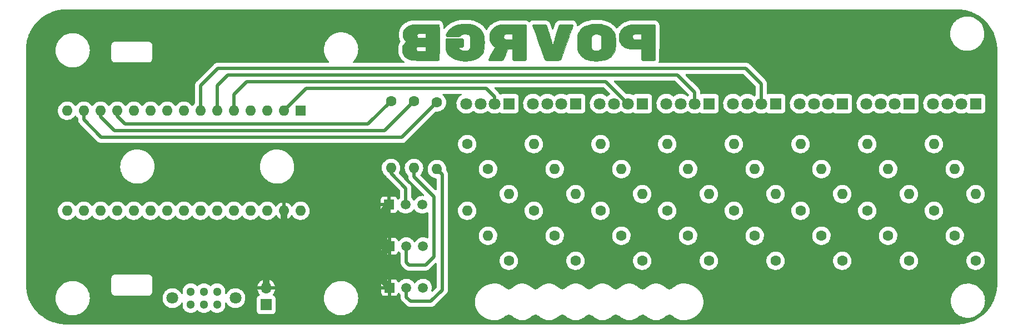
<source format=gbr>
%TF.GenerationSoftware,KiCad,Pcbnew,(6.0.1)*%
%TF.CreationDate,2022-03-22T00:20:04-03:00*%
%TF.ProjectId,POV_fna,504f565f-666e-4612-9e6b-696361645f70,rev?*%
%TF.SameCoordinates,Original*%
%TF.FileFunction,Copper,L2,Bot*%
%TF.FilePolarity,Positive*%
%FSLAX46Y46*%
G04 Gerber Fmt 4.6, Leading zero omitted, Abs format (unit mm)*
G04 Created by KiCad (PCBNEW (6.0.1)) date 2022-03-22 00:20:04*
%MOMM*%
%LPD*%
G01*
G04 APERTURE LIST*
%TA.AperFunction,EtchedComponent*%
%ADD10C,0.010000*%
%TD*%
%TA.AperFunction,ComponentPad*%
%ADD11C,1.600000*%
%TD*%
%TA.AperFunction,ComponentPad*%
%ADD12O,1.600000X1.600000*%
%TD*%
%TA.AperFunction,ComponentPad*%
%ADD13R,1.800000X1.800000*%
%TD*%
%TA.AperFunction,ComponentPad*%
%ADD14C,1.800000*%
%TD*%
%TA.AperFunction,ComponentPad*%
%ADD15R,1.500000X1.500000*%
%TD*%
%TA.AperFunction,ComponentPad*%
%ADD16C,1.500000*%
%TD*%
%TA.AperFunction,ComponentPad*%
%ADD17C,1.300000*%
%TD*%
%TA.AperFunction,ComponentPad*%
%ADD18R,1.600000X1.600000*%
%TD*%
%TA.AperFunction,ComponentPad*%
%ADD19R,1.700000X1.700000*%
%TD*%
%TA.AperFunction,ComponentPad*%
%ADD20O,1.700000X1.700000*%
%TD*%
%TA.AperFunction,Conductor*%
%ADD21C,0.500000*%
%TD*%
%TA.AperFunction,Conductor*%
%ADD22C,1.000000*%
%TD*%
G04 APERTURE END LIST*
D10*
%TO.C,G\u002A\u002A\u002A*%
X174182267Y-72202842D02*
X173948692Y-72203284D01*
X173948692Y-72203284D02*
X173699679Y-72204084D01*
X173699679Y-72204084D02*
X173438589Y-72205248D01*
X173438589Y-72205248D02*
X173364035Y-72205638D01*
X173364035Y-72205638D02*
X173046281Y-72207381D01*
X173046281Y-72207381D02*
X172767623Y-72209076D01*
X172767623Y-72209076D02*
X172524825Y-72210919D01*
X172524825Y-72210919D02*
X172314651Y-72213106D01*
X172314651Y-72213106D02*
X172133863Y-72215833D01*
X172133863Y-72215833D02*
X171979225Y-72219295D01*
X171979225Y-72219295D02*
X171847502Y-72223688D01*
X171847502Y-72223688D02*
X171735455Y-72229208D01*
X171735455Y-72229208D02*
X171639850Y-72236050D01*
X171639850Y-72236050D02*
X171557450Y-72244410D01*
X171557450Y-72244410D02*
X171485017Y-72254484D01*
X171485017Y-72254484D02*
X171419316Y-72266467D01*
X171419316Y-72266467D02*
X171357110Y-72280556D01*
X171357110Y-72280556D02*
X171295163Y-72296945D01*
X171295163Y-72296945D02*
X171230238Y-72315830D01*
X171230238Y-72315830D02*
X171159098Y-72337407D01*
X171159098Y-72337407D02*
X171152793Y-72339332D01*
X171152793Y-72339332D02*
X170864804Y-72446179D01*
X170864804Y-72446179D02*
X170605138Y-72581661D01*
X170605138Y-72581661D02*
X170375274Y-72744352D01*
X170375274Y-72744352D02*
X170176687Y-72932825D01*
X170176687Y-72932825D02*
X170010855Y-73145654D01*
X170010855Y-73145654D02*
X169879254Y-73381411D01*
X169879254Y-73381411D02*
X169783361Y-73638672D01*
X169783361Y-73638672D02*
X169774396Y-73670654D01*
X169774396Y-73670654D02*
X169745903Y-73815860D01*
X169745903Y-73815860D02*
X169729327Y-73988107D01*
X169729327Y-73988107D02*
X169724694Y-74173805D01*
X169724694Y-74173805D02*
X169732028Y-74359365D01*
X169732028Y-74359365D02*
X169751357Y-74531200D01*
X169751357Y-74531200D02*
X169772560Y-74638167D01*
X169772560Y-74638167D02*
X169856593Y-74898823D01*
X169856593Y-74898823D02*
X169972880Y-75132280D01*
X169972880Y-75132280D02*
X170120726Y-75337778D01*
X170120726Y-75337778D02*
X170299430Y-75514553D01*
X170299430Y-75514553D02*
X170508296Y-75661843D01*
X170508296Y-75661843D02*
X170746626Y-75778887D01*
X170746626Y-75778887D02*
X170853109Y-75818094D01*
X170853109Y-75818094D02*
X170995735Y-75861548D01*
X170995735Y-75861548D02*
X171145156Y-75897651D01*
X171145156Y-75897651D02*
X171306310Y-75926910D01*
X171306310Y-75926910D02*
X171484135Y-75949832D01*
X171484135Y-75949832D02*
X171683569Y-75966923D01*
X171683569Y-75966923D02*
X171909550Y-75978690D01*
X171909550Y-75978690D02*
X172167018Y-75985638D01*
X172167018Y-75985638D02*
X172460909Y-75988276D01*
X172460909Y-75988276D02*
X172512751Y-75988332D01*
X172512751Y-75988332D02*
X173163626Y-75988404D01*
X173163626Y-75988404D02*
X173163626Y-77558971D01*
X173163626Y-77558971D02*
X173307559Y-77702904D01*
X173307559Y-77702904D02*
X174214551Y-77702057D01*
X174214551Y-77702057D02*
X174440583Y-77701646D01*
X174440583Y-77701646D02*
X174628036Y-77700792D01*
X174628036Y-77700792D02*
X174780664Y-77699369D01*
X174780664Y-77699369D02*
X174902220Y-77697252D01*
X174902220Y-77697252D02*
X174996458Y-77694316D01*
X174996458Y-77694316D02*
X175067130Y-77690435D01*
X175067130Y-77690435D02*
X175117991Y-77685486D01*
X175117991Y-77685486D02*
X175152793Y-77679343D01*
X175152793Y-77679343D02*
X175175290Y-77671880D01*
X175175290Y-77671880D02*
X175179219Y-77669910D01*
X175179219Y-77669910D02*
X175228280Y-77634108D01*
X175228280Y-77634108D02*
X175258594Y-77598065D01*
X175258594Y-77598065D02*
X175262347Y-77569715D01*
X175262347Y-77569715D02*
X175265743Y-77499338D01*
X175265743Y-77499338D02*
X175268783Y-77386904D01*
X175268783Y-77386904D02*
X175271466Y-77232381D01*
X175271466Y-77232381D02*
X175273793Y-77035740D01*
X175273793Y-77035740D02*
X175275765Y-76796951D01*
X175275765Y-76796951D02*
X175277380Y-76515983D01*
X175277380Y-76515983D02*
X175278641Y-76192806D01*
X175278641Y-76192806D02*
X175279546Y-75827389D01*
X175279546Y-75827389D02*
X175280097Y-75419703D01*
X175280097Y-75419703D02*
X175280292Y-74969717D01*
X175280292Y-74969717D02*
X175280293Y-74944932D01*
X175280293Y-74944932D02*
X175280293Y-73681238D01*
X175280293Y-73681238D02*
X173163626Y-73681238D01*
X173163626Y-73681238D02*
X173163626Y-74527904D01*
X173163626Y-74527904D02*
X172650334Y-74527786D01*
X172650334Y-74527786D02*
X172498138Y-74526852D01*
X172498138Y-74526852D02*
X172358027Y-74524285D01*
X172358027Y-74524285D02*
X172236674Y-74520334D01*
X172236674Y-74520334D02*
X172140751Y-74515247D01*
X172140751Y-74515247D02*
X172076930Y-74509270D01*
X172076930Y-74509270D02*
X172058325Y-74505806D01*
X172058325Y-74505806D02*
X171965751Y-74464073D01*
X171965751Y-74464073D02*
X171881779Y-74398326D01*
X171881779Y-74398326D02*
X171822958Y-74321624D01*
X171822958Y-74321624D02*
X171821611Y-74319008D01*
X171821611Y-74319008D02*
X171783299Y-74202806D01*
X171783299Y-74202806D02*
X171777632Y-74080116D01*
X171777632Y-74080116D02*
X171801741Y-73960014D01*
X171801741Y-73960014D02*
X171852755Y-73851575D01*
X171852755Y-73851575D02*
X171927804Y-73763872D01*
X171927804Y-73763872D02*
X172014324Y-73709835D01*
X172014324Y-73709835D02*
X172049025Y-73700268D01*
X172049025Y-73700268D02*
X172104626Y-73692889D01*
X172104626Y-73692889D02*
X172185405Y-73687497D01*
X172185405Y-73687497D02*
X172295638Y-73683892D01*
X172295638Y-73683892D02*
X172439601Y-73681872D01*
X172439601Y-73681872D02*
X172621570Y-73681238D01*
X172621570Y-73681238D02*
X173163626Y-73681238D01*
X173163626Y-73681238D02*
X175280293Y-73681238D01*
X175280293Y-73681238D02*
X175280293Y-72332344D01*
X175280293Y-72332344D02*
X175225004Y-72277055D01*
X175225004Y-72277055D02*
X175168033Y-72235307D01*
X175168033Y-72235307D02*
X175105633Y-72209787D01*
X175105633Y-72209787D02*
X175102621Y-72209179D01*
X175102621Y-72209179D02*
X175071245Y-72207311D01*
X175071245Y-72207311D02*
X175000898Y-72205752D01*
X175000898Y-72205752D02*
X174894943Y-72204510D01*
X174894943Y-72204510D02*
X174756741Y-72203591D01*
X174756741Y-72203591D02*
X174589653Y-72203002D01*
X174589653Y-72203002D02*
X174397041Y-72202750D01*
X174397041Y-72202750D02*
X174182267Y-72202842D01*
X174182267Y-72202842D02*
X174182267Y-72202842D01*
G36*
X175280292Y-74969717D02*
G01*
X175280097Y-75419703D01*
X175279546Y-75827389D01*
X175278641Y-76192806D01*
X175277380Y-76515983D01*
X175275765Y-76796951D01*
X175273793Y-77035740D01*
X175271466Y-77232381D01*
X175268783Y-77386904D01*
X175265743Y-77499338D01*
X175262347Y-77569715D01*
X175258594Y-77598065D01*
X175228280Y-77634108D01*
X175179219Y-77669910D01*
X175175290Y-77671880D01*
X175152793Y-77679343D01*
X175117991Y-77685486D01*
X175067130Y-77690435D01*
X174996458Y-77694316D01*
X174902220Y-77697252D01*
X174780664Y-77699369D01*
X174628036Y-77700792D01*
X174440583Y-77701646D01*
X174214551Y-77702057D01*
X173307559Y-77702904D01*
X173163626Y-77558971D01*
X173163626Y-75988404D01*
X172512751Y-75988332D01*
X172460909Y-75988276D01*
X172167018Y-75985638D01*
X171909550Y-75978690D01*
X171683569Y-75966923D01*
X171484135Y-75949832D01*
X171306310Y-75926910D01*
X171145156Y-75897651D01*
X170995735Y-75861548D01*
X170853109Y-75818094D01*
X170746626Y-75778887D01*
X170508296Y-75661843D01*
X170299430Y-75514553D01*
X170120726Y-75337778D01*
X169972880Y-75132280D01*
X169856593Y-74898823D01*
X169772560Y-74638167D01*
X169751357Y-74531200D01*
X169732028Y-74359365D01*
X169724694Y-74173805D01*
X169727031Y-74080116D01*
X171777632Y-74080116D01*
X171783299Y-74202806D01*
X171821611Y-74319008D01*
X171822958Y-74321624D01*
X171881779Y-74398326D01*
X171965751Y-74464073D01*
X172058325Y-74505806D01*
X172076930Y-74509270D01*
X172140751Y-74515247D01*
X172236674Y-74520334D01*
X172358027Y-74524285D01*
X172498138Y-74526852D01*
X172650334Y-74527786D01*
X173163626Y-74527904D01*
X173163626Y-73681238D01*
X172621570Y-73681238D01*
X172439601Y-73681872D01*
X172295638Y-73683892D01*
X172185405Y-73687497D01*
X172104626Y-73692889D01*
X172049025Y-73700268D01*
X172014324Y-73709835D01*
X171927804Y-73763872D01*
X171852755Y-73851575D01*
X171801741Y-73960014D01*
X171777632Y-74080116D01*
X169727031Y-74080116D01*
X169729327Y-73988107D01*
X169745903Y-73815860D01*
X169774396Y-73670654D01*
X169783361Y-73638672D01*
X169879254Y-73381411D01*
X170010855Y-73145654D01*
X170176687Y-72932825D01*
X170375274Y-72744352D01*
X170605138Y-72581661D01*
X170864804Y-72446179D01*
X171152793Y-72339332D01*
X171159098Y-72337407D01*
X171230238Y-72315830D01*
X171295163Y-72296945D01*
X171357110Y-72280556D01*
X171419316Y-72266467D01*
X171485017Y-72254484D01*
X171557450Y-72244410D01*
X171639850Y-72236050D01*
X171735455Y-72229208D01*
X171847502Y-72223688D01*
X171979225Y-72219295D01*
X172133863Y-72215833D01*
X172314651Y-72213106D01*
X172524825Y-72210919D01*
X172767623Y-72209076D01*
X173046281Y-72207381D01*
X173364035Y-72205638D01*
X173438589Y-72205248D01*
X173699679Y-72204084D01*
X173948692Y-72203284D01*
X174182267Y-72202842D01*
X174397041Y-72202750D01*
X174589653Y-72203002D01*
X174756741Y-72203591D01*
X174894943Y-72204510D01*
X175000898Y-72205752D01*
X175071245Y-72207311D01*
X175102621Y-72209179D01*
X175105633Y-72209787D01*
X175168033Y-72235307D01*
X175225004Y-72277055D01*
X175280293Y-72332344D01*
X175280293Y-74944932D01*
X175280292Y-74969717D01*
G37*
X175280292Y-74969717D02*
X175280097Y-75419703D01*
X175279546Y-75827389D01*
X175278641Y-76192806D01*
X175277380Y-76515983D01*
X175275765Y-76796951D01*
X175273793Y-77035740D01*
X175271466Y-77232381D01*
X175268783Y-77386904D01*
X175265743Y-77499338D01*
X175262347Y-77569715D01*
X175258594Y-77598065D01*
X175228280Y-77634108D01*
X175179219Y-77669910D01*
X175175290Y-77671880D01*
X175152793Y-77679343D01*
X175117991Y-77685486D01*
X175067130Y-77690435D01*
X174996458Y-77694316D01*
X174902220Y-77697252D01*
X174780664Y-77699369D01*
X174628036Y-77700792D01*
X174440583Y-77701646D01*
X174214551Y-77702057D01*
X173307559Y-77702904D01*
X173163626Y-77558971D01*
X173163626Y-75988404D01*
X172512751Y-75988332D01*
X172460909Y-75988276D01*
X172167018Y-75985638D01*
X171909550Y-75978690D01*
X171683569Y-75966923D01*
X171484135Y-75949832D01*
X171306310Y-75926910D01*
X171145156Y-75897651D01*
X170995735Y-75861548D01*
X170853109Y-75818094D01*
X170746626Y-75778887D01*
X170508296Y-75661843D01*
X170299430Y-75514553D01*
X170120726Y-75337778D01*
X169972880Y-75132280D01*
X169856593Y-74898823D01*
X169772560Y-74638167D01*
X169751357Y-74531200D01*
X169732028Y-74359365D01*
X169724694Y-74173805D01*
X169727031Y-74080116D01*
X171777632Y-74080116D01*
X171783299Y-74202806D01*
X171821611Y-74319008D01*
X171822958Y-74321624D01*
X171881779Y-74398326D01*
X171965751Y-74464073D01*
X172058325Y-74505806D01*
X172076930Y-74509270D01*
X172140751Y-74515247D01*
X172236674Y-74520334D01*
X172358027Y-74524285D01*
X172498138Y-74526852D01*
X172650334Y-74527786D01*
X173163626Y-74527904D01*
X173163626Y-73681238D01*
X172621570Y-73681238D01*
X172439601Y-73681872D01*
X172295638Y-73683892D01*
X172185405Y-73687497D01*
X172104626Y-73692889D01*
X172049025Y-73700268D01*
X172014324Y-73709835D01*
X171927804Y-73763872D01*
X171852755Y-73851575D01*
X171801741Y-73960014D01*
X171777632Y-74080116D01*
X169727031Y-74080116D01*
X169729327Y-73988107D01*
X169745903Y-73815860D01*
X169774396Y-73670654D01*
X169783361Y-73638672D01*
X169879254Y-73381411D01*
X170010855Y-73145654D01*
X170176687Y-72932825D01*
X170375274Y-72744352D01*
X170605138Y-72581661D01*
X170864804Y-72446179D01*
X171152793Y-72339332D01*
X171159098Y-72337407D01*
X171230238Y-72315830D01*
X171295163Y-72296945D01*
X171357110Y-72280556D01*
X171419316Y-72266467D01*
X171485017Y-72254484D01*
X171557450Y-72244410D01*
X171639850Y-72236050D01*
X171735455Y-72229208D01*
X171847502Y-72223688D01*
X171979225Y-72219295D01*
X172133863Y-72215833D01*
X172314651Y-72213106D01*
X172524825Y-72210919D01*
X172767623Y-72209076D01*
X173046281Y-72207381D01*
X173364035Y-72205638D01*
X173438589Y-72205248D01*
X173699679Y-72204084D01*
X173948692Y-72203284D01*
X174182267Y-72202842D01*
X174397041Y-72202750D01*
X174589653Y-72203002D01*
X174756741Y-72203591D01*
X174894943Y-72204510D01*
X175000898Y-72205752D01*
X175071245Y-72207311D01*
X175102621Y-72209179D01*
X175105633Y-72209787D01*
X175168033Y-72235307D01*
X175225004Y-72277055D01*
X175280293Y-72332344D01*
X175280293Y-74944932D01*
X175280292Y-74969717D01*
X154498333Y-72202145D02*
X154258335Y-72202922D01*
X154258335Y-72202922D02*
X153981490Y-72204096D01*
X153981490Y-72204096D02*
X153665067Y-72205629D01*
X153665067Y-72205629D02*
X153662168Y-72205644D01*
X153662168Y-72205644D02*
X153341994Y-72207340D01*
X153341994Y-72207340D02*
X153061239Y-72209032D01*
X153061239Y-72209032D02*
X152816988Y-72210787D01*
X152816988Y-72210787D02*
X152606327Y-72212671D01*
X152606327Y-72212671D02*
X152426341Y-72214752D01*
X152426341Y-72214752D02*
X152274115Y-72217096D01*
X152274115Y-72217096D02*
X152146735Y-72219770D01*
X152146735Y-72219770D02*
X152041287Y-72222840D01*
X152041287Y-72222840D02*
X151954855Y-72226373D01*
X151954855Y-72226373D02*
X151884526Y-72230436D01*
X151884526Y-72230436D02*
X151827384Y-72235095D01*
X151827384Y-72235095D02*
X151780516Y-72240418D01*
X151780516Y-72240418D02*
X151741005Y-72246470D01*
X151741005Y-72246470D02*
X151721793Y-72250048D01*
X151721793Y-72250048D02*
X151400646Y-72329762D01*
X151400646Y-72329762D02*
X151111392Y-72435651D01*
X151111392Y-72435651D02*
X150854513Y-72567394D01*
X150854513Y-72567394D02*
X150630492Y-72724668D01*
X150630492Y-72724668D02*
X150439811Y-72907151D01*
X150439811Y-72907151D02*
X150282953Y-73114521D01*
X150282953Y-73114521D02*
X150196395Y-73268488D01*
X150196395Y-73268488D02*
X150133016Y-73406690D01*
X150133016Y-73406690D02*
X150086295Y-73534730D01*
X150086295Y-73534730D02*
X150054043Y-73663375D01*
X150054043Y-73663375D02*
X150034071Y-73803391D01*
X150034071Y-73803391D02*
X150024191Y-73965543D01*
X150024191Y-73965543D02*
X150022086Y-74125738D01*
X150022086Y-74125738D02*
X150025752Y-74315386D01*
X150025752Y-74315386D02*
X150037617Y-74473985D01*
X150037617Y-74473985D02*
X150059806Y-74612381D01*
X150059806Y-74612381D02*
X150094438Y-74741420D01*
X150094438Y-74741420D02*
X150143636Y-74871948D01*
X150143636Y-74871948D02*
X150186815Y-74967770D01*
X150186815Y-74967770D02*
X150288102Y-75145925D01*
X150288102Y-75145925D02*
X150416331Y-75315637D01*
X150416331Y-75315637D02*
X150562422Y-75466678D01*
X150562422Y-75466678D02*
X150717292Y-75588816D01*
X150717292Y-75588816D02*
X150764420Y-75618476D01*
X150764420Y-75618476D02*
X150825385Y-75654489D01*
X150825385Y-75654489D02*
X150342513Y-76556988D01*
X150342513Y-76556988D02*
X150226033Y-76774986D01*
X150226033Y-76774986D02*
X150128368Y-76958977D01*
X150128368Y-76958977D02*
X150048235Y-77112214D01*
X150048235Y-77112214D02*
X149984350Y-77237950D01*
X149984350Y-77237950D02*
X149935432Y-77339438D01*
X149935432Y-77339438D02*
X149900197Y-77419929D01*
X149900197Y-77419929D02*
X149877363Y-77482676D01*
X149877363Y-77482676D02*
X149865647Y-77530932D01*
X149865647Y-77530932D02*
X149863767Y-77567949D01*
X149863767Y-77567949D02*
X149870439Y-77596980D01*
X149870439Y-77596980D02*
X149884382Y-77621277D01*
X149884382Y-77621277D02*
X149904312Y-77644093D01*
X149904312Y-77644093D02*
X149911081Y-77650950D01*
X149911081Y-77650950D02*
X149963035Y-77702904D01*
X149963035Y-77702904D02*
X150932372Y-77702439D01*
X150932372Y-77702439D02*
X151161598Y-77702234D01*
X151161598Y-77702234D02*
X151352432Y-77701756D01*
X151352432Y-77701756D02*
X151508818Y-77700857D01*
X151508818Y-77700857D02*
X151634697Y-77699388D01*
X151634697Y-77699388D02*
X151734012Y-77697199D01*
X151734012Y-77697199D02*
X151810704Y-77694141D01*
X151810704Y-77694141D02*
X151868717Y-77690064D01*
X151868717Y-77690064D02*
X151911993Y-77684818D01*
X151911993Y-77684818D02*
X151944472Y-77678256D01*
X151944472Y-77678256D02*
X151970099Y-77670226D01*
X151970099Y-77670226D02*
X151988863Y-77662397D01*
X151988863Y-77662397D02*
X152050139Y-77627865D01*
X152050139Y-77627865D02*
X152097788Y-77589462D01*
X152097788Y-77589462D02*
X152107310Y-77578141D01*
X152107310Y-77578141D02*
X152122537Y-77549457D01*
X152122537Y-77549457D02*
X152152807Y-77486422D01*
X152152807Y-77486422D02*
X152196110Y-77393433D01*
X152196110Y-77393433D02*
X152250436Y-77274885D01*
X152250436Y-77274885D02*
X152313774Y-77135173D01*
X152313774Y-77135173D02*
X152384115Y-76978695D01*
X152384115Y-76978695D02*
X152459447Y-76809846D01*
X152459447Y-76809846D02*
X152485823Y-76750439D01*
X152485823Y-76750439D02*
X152833043Y-75967415D01*
X152833043Y-75967415D02*
X153155834Y-75967326D01*
X153155834Y-75967326D02*
X153478626Y-75967238D01*
X153478626Y-75967238D02*
X153478626Y-77558971D01*
X153478626Y-77558971D02*
X153622559Y-77702904D01*
X153622559Y-77702904D02*
X155467625Y-77702904D01*
X155467625Y-77702904D02*
X155536751Y-77641143D01*
X155536751Y-77641143D02*
X155605876Y-77579382D01*
X155605876Y-77579382D02*
X155611416Y-74984155D01*
X155611416Y-74984155D02*
X155612295Y-74591440D01*
X155612295Y-74591440D02*
X155613101Y-74238852D01*
X155613101Y-74238852D02*
X155613734Y-73924181D01*
X155613734Y-73924181D02*
X155614048Y-73681238D01*
X155614048Y-73681238D02*
X153478626Y-73681238D01*
X153478626Y-73681238D02*
X153478626Y-74485571D01*
X153478626Y-74485571D02*
X152943838Y-74485571D01*
X152943838Y-74485571D02*
X152776974Y-74485309D01*
X152776974Y-74485309D02*
X152646893Y-74484286D01*
X152646893Y-74484286D02*
X152548049Y-74482144D01*
X152548049Y-74482144D02*
X152474892Y-74478522D01*
X152474892Y-74478522D02*
X152421876Y-74473064D01*
X152421876Y-74473064D02*
X152383452Y-74465412D01*
X152383452Y-74465412D02*
X152354073Y-74455206D01*
X152354073Y-74455206D02*
X152335824Y-74446300D01*
X152335824Y-74446300D02*
X152272636Y-74395808D01*
X152272636Y-74395808D02*
X152217775Y-74322887D01*
X152217775Y-74322887D02*
X152212842Y-74314008D01*
X152212842Y-74314008D02*
X152185026Y-74253453D01*
X152185026Y-74253453D02*
X152171316Y-74194349D01*
X152171316Y-74194349D02*
X152168629Y-74119208D01*
X152168629Y-74119208D02*
X152170324Y-74072821D01*
X152170324Y-74072821D02*
X152177715Y-73984403D01*
X152177715Y-73984403D02*
X152193174Y-73920087D01*
X152193174Y-73920087D02*
X152222237Y-73861718D01*
X152222237Y-73861718D02*
X152245474Y-73826370D01*
X152245474Y-73826370D02*
X152305935Y-73755096D01*
X152305935Y-73755096D02*
X152367548Y-73710118D01*
X152367548Y-73710118D02*
X152380582Y-73704662D01*
X152380582Y-73704662D02*
X152426340Y-73696608D01*
X152426340Y-73696608D02*
X152510919Y-73690098D01*
X152510919Y-73690098D02*
X152630829Y-73685273D01*
X152630829Y-73685273D02*
X152782580Y-73682273D01*
X152782580Y-73682273D02*
X152962683Y-73681238D01*
X152962683Y-73681238D02*
X153478626Y-73681238D01*
X153478626Y-73681238D02*
X155614048Y-73681238D01*
X155614048Y-73681238D02*
X155614095Y-73645221D01*
X155614095Y-73645221D02*
X155614084Y-73399764D01*
X155614084Y-73399764D02*
X155613602Y-73185603D01*
X155613602Y-73185603D02*
X155612550Y-73000530D01*
X155612550Y-73000530D02*
X155610829Y-72842337D01*
X155610829Y-72842337D02*
X155608338Y-72708818D01*
X155608338Y-72708818D02*
X155604979Y-72597763D01*
X155604979Y-72597763D02*
X155600651Y-72506967D01*
X155600651Y-72506967D02*
X155595257Y-72434221D01*
X155595257Y-72434221D02*
X155588696Y-72377318D01*
X155588696Y-72377318D02*
X155580869Y-72334050D01*
X155580869Y-72334050D02*
X155571677Y-72302209D01*
X155571677Y-72302209D02*
X155561020Y-72279589D01*
X155561020Y-72279589D02*
X155548798Y-72263981D01*
X155548798Y-72263981D02*
X155534913Y-72253179D01*
X155534913Y-72253179D02*
X155519266Y-72244974D01*
X155519266Y-72244974D02*
X155501755Y-72237159D01*
X155501755Y-72237159D02*
X155487434Y-72230274D01*
X155487434Y-72230274D02*
X155472517Y-72224262D01*
X155472517Y-72224262D02*
X155450792Y-72219052D01*
X155450792Y-72219052D02*
X155419528Y-72214606D01*
X155419528Y-72214606D02*
X155375995Y-72210888D01*
X155375995Y-72210888D02*
X155317462Y-72207861D01*
X155317462Y-72207861D02*
X155241198Y-72205488D01*
X155241198Y-72205488D02*
X155144472Y-72203733D01*
X155144472Y-72203733D02*
X155024553Y-72202557D01*
X155024553Y-72202557D02*
X154878711Y-72201925D01*
X154878711Y-72201925D02*
X154704214Y-72201800D01*
X154704214Y-72201800D02*
X154498333Y-72202145D01*
X154498333Y-72202145D02*
X154498333Y-72202145D01*
G36*
X155613101Y-74238852D02*
G01*
X155612295Y-74591440D01*
X155611416Y-74984155D01*
X155605876Y-77579382D01*
X155536751Y-77641143D01*
X155467625Y-77702904D01*
X153622559Y-77702904D01*
X153478626Y-77558971D01*
X153478626Y-75967238D01*
X153155834Y-75967326D01*
X152833043Y-75967415D01*
X152485823Y-76750439D01*
X152459447Y-76809846D01*
X152384115Y-76978695D01*
X152313774Y-77135173D01*
X152250436Y-77274885D01*
X152196110Y-77393433D01*
X152152807Y-77486422D01*
X152122537Y-77549457D01*
X152107310Y-77578141D01*
X152097788Y-77589462D01*
X152050139Y-77627865D01*
X151988863Y-77662397D01*
X151970099Y-77670226D01*
X151944472Y-77678256D01*
X151911993Y-77684818D01*
X151868717Y-77690064D01*
X151810704Y-77694141D01*
X151734012Y-77697199D01*
X151634697Y-77699388D01*
X151508818Y-77700857D01*
X151352432Y-77701756D01*
X151161598Y-77702234D01*
X150932372Y-77702439D01*
X149963035Y-77702904D01*
X149911081Y-77650950D01*
X149904312Y-77644093D01*
X149884382Y-77621277D01*
X149870439Y-77596980D01*
X149863767Y-77567949D01*
X149865647Y-77530932D01*
X149877363Y-77482676D01*
X149900197Y-77419929D01*
X149935432Y-77339438D01*
X149984350Y-77237950D01*
X150048235Y-77112214D01*
X150128368Y-76958977D01*
X150226033Y-76774986D01*
X150342513Y-76556988D01*
X150825385Y-75654489D01*
X150764420Y-75618476D01*
X150717292Y-75588816D01*
X150562422Y-75466678D01*
X150416331Y-75315637D01*
X150288102Y-75145925D01*
X150186815Y-74967770D01*
X150143636Y-74871948D01*
X150094438Y-74741420D01*
X150059806Y-74612381D01*
X150037617Y-74473985D01*
X150025752Y-74315386D01*
X150022086Y-74125738D01*
X150022172Y-74119208D01*
X152168629Y-74119208D01*
X152171316Y-74194349D01*
X152185026Y-74253453D01*
X152212842Y-74314008D01*
X152217775Y-74322887D01*
X152272636Y-74395808D01*
X152335824Y-74446300D01*
X152354073Y-74455206D01*
X152383452Y-74465412D01*
X152421876Y-74473064D01*
X152474892Y-74478522D01*
X152548049Y-74482144D01*
X152646893Y-74484286D01*
X152776974Y-74485309D01*
X152943838Y-74485571D01*
X153478626Y-74485571D01*
X153478626Y-73681238D01*
X152962683Y-73681238D01*
X152782580Y-73682273D01*
X152630829Y-73685273D01*
X152510919Y-73690098D01*
X152426340Y-73696608D01*
X152380582Y-73704662D01*
X152367548Y-73710118D01*
X152305935Y-73755096D01*
X152245474Y-73826370D01*
X152222237Y-73861718D01*
X152193174Y-73920087D01*
X152177715Y-73984403D01*
X152170324Y-74072821D01*
X152168629Y-74119208D01*
X150022172Y-74119208D01*
X150024191Y-73965543D01*
X150034071Y-73803391D01*
X150054043Y-73663375D01*
X150086295Y-73534730D01*
X150133016Y-73406690D01*
X150196395Y-73268488D01*
X150282953Y-73114521D01*
X150439811Y-72907151D01*
X150630492Y-72724668D01*
X150854513Y-72567394D01*
X151111392Y-72435651D01*
X151400646Y-72329762D01*
X151721793Y-72250048D01*
X151741005Y-72246470D01*
X151780516Y-72240418D01*
X151827384Y-72235095D01*
X151884526Y-72230436D01*
X151954855Y-72226373D01*
X152041287Y-72222840D01*
X152146735Y-72219770D01*
X152274115Y-72217096D01*
X152426341Y-72214752D01*
X152606327Y-72212671D01*
X152816988Y-72210787D01*
X153061239Y-72209032D01*
X153341994Y-72207340D01*
X153662168Y-72205644D01*
X153665067Y-72205629D01*
X153981490Y-72204096D01*
X154258335Y-72202922D01*
X154498333Y-72202145D01*
X154704214Y-72201800D01*
X154878711Y-72201925D01*
X155024553Y-72202557D01*
X155144472Y-72203733D01*
X155241198Y-72205488D01*
X155317462Y-72207861D01*
X155375995Y-72210888D01*
X155419528Y-72214606D01*
X155450792Y-72219052D01*
X155472517Y-72224262D01*
X155487434Y-72230274D01*
X155501755Y-72237159D01*
X155519266Y-72244974D01*
X155534913Y-72253179D01*
X155548798Y-72263981D01*
X155561020Y-72279589D01*
X155571677Y-72302209D01*
X155580869Y-72334050D01*
X155588696Y-72377318D01*
X155595257Y-72434221D01*
X155600651Y-72506967D01*
X155604979Y-72597763D01*
X155608338Y-72708818D01*
X155610829Y-72842337D01*
X155612550Y-73000530D01*
X155613602Y-73185603D01*
X155614084Y-73399764D01*
X155614095Y-73645221D01*
X155614048Y-73681238D01*
X155613734Y-73924181D01*
X155613101Y-74238852D01*
G37*
X155613101Y-74238852D02*
X155612295Y-74591440D01*
X155611416Y-74984155D01*
X155605876Y-77579382D01*
X155536751Y-77641143D01*
X155467625Y-77702904D01*
X153622559Y-77702904D01*
X153478626Y-77558971D01*
X153478626Y-75967238D01*
X153155834Y-75967326D01*
X152833043Y-75967415D01*
X152485823Y-76750439D01*
X152459447Y-76809846D01*
X152384115Y-76978695D01*
X152313774Y-77135173D01*
X152250436Y-77274885D01*
X152196110Y-77393433D01*
X152152807Y-77486422D01*
X152122537Y-77549457D01*
X152107310Y-77578141D01*
X152097788Y-77589462D01*
X152050139Y-77627865D01*
X151988863Y-77662397D01*
X151970099Y-77670226D01*
X151944472Y-77678256D01*
X151911993Y-77684818D01*
X151868717Y-77690064D01*
X151810704Y-77694141D01*
X151734012Y-77697199D01*
X151634697Y-77699388D01*
X151508818Y-77700857D01*
X151352432Y-77701756D01*
X151161598Y-77702234D01*
X150932372Y-77702439D01*
X149963035Y-77702904D01*
X149911081Y-77650950D01*
X149904312Y-77644093D01*
X149884382Y-77621277D01*
X149870439Y-77596980D01*
X149863767Y-77567949D01*
X149865647Y-77530932D01*
X149877363Y-77482676D01*
X149900197Y-77419929D01*
X149935432Y-77339438D01*
X149984350Y-77237950D01*
X150048235Y-77112214D01*
X150128368Y-76958977D01*
X150226033Y-76774986D01*
X150342513Y-76556988D01*
X150825385Y-75654489D01*
X150764420Y-75618476D01*
X150717292Y-75588816D01*
X150562422Y-75466678D01*
X150416331Y-75315637D01*
X150288102Y-75145925D01*
X150186815Y-74967770D01*
X150143636Y-74871948D01*
X150094438Y-74741420D01*
X150059806Y-74612381D01*
X150037617Y-74473985D01*
X150025752Y-74315386D01*
X150022086Y-74125738D01*
X150022172Y-74119208D01*
X152168629Y-74119208D01*
X152171316Y-74194349D01*
X152185026Y-74253453D01*
X152212842Y-74314008D01*
X152217775Y-74322887D01*
X152272636Y-74395808D01*
X152335824Y-74446300D01*
X152354073Y-74455206D01*
X152383452Y-74465412D01*
X152421876Y-74473064D01*
X152474892Y-74478522D01*
X152548049Y-74482144D01*
X152646893Y-74484286D01*
X152776974Y-74485309D01*
X152943838Y-74485571D01*
X153478626Y-74485571D01*
X153478626Y-73681238D01*
X152962683Y-73681238D01*
X152782580Y-73682273D01*
X152630829Y-73685273D01*
X152510919Y-73690098D01*
X152426340Y-73696608D01*
X152380582Y-73704662D01*
X152367548Y-73710118D01*
X152305935Y-73755096D01*
X152245474Y-73826370D01*
X152222237Y-73861718D01*
X152193174Y-73920087D01*
X152177715Y-73984403D01*
X152170324Y-74072821D01*
X152168629Y-74119208D01*
X150022172Y-74119208D01*
X150024191Y-73965543D01*
X150034071Y-73803391D01*
X150054043Y-73663375D01*
X150086295Y-73534730D01*
X150133016Y-73406690D01*
X150196395Y-73268488D01*
X150282953Y-73114521D01*
X150439811Y-72907151D01*
X150630492Y-72724668D01*
X150854513Y-72567394D01*
X151111392Y-72435651D01*
X151400646Y-72329762D01*
X151721793Y-72250048D01*
X151741005Y-72246470D01*
X151780516Y-72240418D01*
X151827384Y-72235095D01*
X151884526Y-72230436D01*
X151954855Y-72226373D01*
X152041287Y-72222840D01*
X152146735Y-72219770D01*
X152274115Y-72217096D01*
X152426341Y-72214752D01*
X152606327Y-72212671D01*
X152816988Y-72210787D01*
X153061239Y-72209032D01*
X153341994Y-72207340D01*
X153662168Y-72205644D01*
X153665067Y-72205629D01*
X153981490Y-72204096D01*
X154258335Y-72202922D01*
X154498333Y-72202145D01*
X154704214Y-72201800D01*
X154878711Y-72201925D01*
X155024553Y-72202557D01*
X155144472Y-72203733D01*
X155241198Y-72205488D01*
X155317462Y-72207861D01*
X155375995Y-72210888D01*
X155419528Y-72214606D01*
X155450792Y-72219052D01*
X155472517Y-72224262D01*
X155487434Y-72230274D01*
X155501755Y-72237159D01*
X155519266Y-72244974D01*
X155534913Y-72253179D01*
X155548798Y-72263981D01*
X155561020Y-72279589D01*
X155571677Y-72302209D01*
X155580869Y-72334050D01*
X155588696Y-72377318D01*
X155595257Y-72434221D01*
X155600651Y-72506967D01*
X155604979Y-72597763D01*
X155608338Y-72708818D01*
X155610829Y-72842337D01*
X155612550Y-73000530D01*
X155613602Y-73185603D01*
X155614084Y-73399764D01*
X155614095Y-73645221D01*
X155614048Y-73681238D01*
X155613734Y-73924181D01*
X155613101Y-74238852D01*
X140731177Y-72199868D02*
X140503459Y-72199939D01*
X140503459Y-72199939D02*
X140234784Y-72200253D01*
X140234784Y-72200253D02*
X139973121Y-72201070D01*
X139973121Y-72201070D02*
X139722341Y-72202345D01*
X139722341Y-72202345D02*
X139486319Y-72204038D01*
X139486319Y-72204038D02*
X139268926Y-72206105D01*
X139268926Y-72206105D02*
X139074035Y-72208503D01*
X139074035Y-72208503D02*
X138905519Y-72211191D01*
X138905519Y-72211191D02*
X138767251Y-72214124D01*
X138767251Y-72214124D02*
X138663103Y-72217262D01*
X138663103Y-72217262D02*
X138596947Y-72220561D01*
X138596947Y-72220561D02*
X138591715Y-72220968D01*
X138591715Y-72220968D02*
X138261190Y-72261551D01*
X138261190Y-72261551D02*
X137965609Y-72325797D01*
X137965609Y-72325797D02*
X137704631Y-72413979D01*
X137704631Y-72413979D02*
X137477914Y-72526369D01*
X137477914Y-72526369D02*
X137285119Y-72663242D01*
X137285119Y-72663242D02*
X137125903Y-72824869D01*
X137125903Y-72824869D02*
X136999926Y-73011524D01*
X136999926Y-73011524D02*
X136906847Y-73223480D01*
X136906847Y-73223480D02*
X136846324Y-73461009D01*
X136846324Y-73461009D02*
X136823681Y-73636213D01*
X136823681Y-73636213D02*
X136815560Y-73872563D01*
X136815560Y-73872563D02*
X136834879Y-74080046D01*
X136834879Y-74080046D02*
X136883156Y-74263261D01*
X136883156Y-74263261D02*
X136961906Y-74426810D01*
X136961906Y-74426810D02*
X137072649Y-74575292D01*
X137072649Y-74575292D02*
X137163608Y-74666912D01*
X137163608Y-74666912D02*
X137230931Y-74724670D01*
X137230931Y-74724670D02*
X137295785Y-74774134D01*
X137295785Y-74774134D02*
X137344434Y-74804849D01*
X137344434Y-74804849D02*
X137345481Y-74805363D01*
X137345481Y-74805363D02*
X137409886Y-74836555D01*
X137409886Y-74836555D02*
X137310964Y-74882656D01*
X137310964Y-74882656D02*
X137180726Y-74962731D01*
X137180726Y-74962731D02*
X137054027Y-75076316D01*
X137054027Y-75076316D02*
X136937905Y-75214733D01*
X136937905Y-75214733D02*
X136839403Y-75369303D01*
X136839403Y-75369303D02*
X136765559Y-75531348D01*
X136765559Y-75531348D02*
X136751797Y-75571942D01*
X136751797Y-75571942D02*
X136725092Y-75691715D01*
X136725092Y-75691715D02*
X136708676Y-75840174D01*
X136708676Y-75840174D02*
X136702541Y-76004945D01*
X136702541Y-76004945D02*
X136706681Y-76173653D01*
X136706681Y-76173653D02*
X136721089Y-76333923D01*
X136721089Y-76333923D02*
X136745756Y-76473378D01*
X136745756Y-76473378D02*
X136752351Y-76499275D01*
X136752351Y-76499275D02*
X136836908Y-76738893D01*
X136836908Y-76738893D02*
X136952906Y-76950824D01*
X136952906Y-76950824D02*
X137100845Y-77135560D01*
X137100845Y-77135560D02*
X137281227Y-77293592D01*
X137281227Y-77293592D02*
X137494552Y-77425410D01*
X137494552Y-77425410D02*
X137741320Y-77531507D01*
X137741320Y-77531507D02*
X137836630Y-77562945D01*
X137836630Y-77562945D02*
X137904503Y-77583745D01*
X137904503Y-77583745D02*
X137966109Y-77602110D01*
X137966109Y-77602110D02*
X138024420Y-77618200D01*
X138024420Y-77618200D02*
X138082412Y-77632177D01*
X138082412Y-77632177D02*
X138143057Y-77644200D01*
X138143057Y-77644200D02*
X138209328Y-77654431D01*
X138209328Y-77654431D02*
X138284200Y-77663029D01*
X138284200Y-77663029D02*
X138370646Y-77670156D01*
X138370646Y-77670156D02*
X138471639Y-77675973D01*
X138471639Y-77675973D02*
X138590153Y-77680639D01*
X138590153Y-77680639D02*
X138729162Y-77684316D01*
X138729162Y-77684316D02*
X138891638Y-77687164D01*
X138891638Y-77687164D02*
X139080557Y-77689344D01*
X139080557Y-77689344D02*
X139298890Y-77691016D01*
X139298890Y-77691016D02*
X139549611Y-77692341D01*
X139549611Y-77692341D02*
X139835695Y-77693479D01*
X139835695Y-77693479D02*
X140160115Y-77694592D01*
X140160115Y-77694592D02*
X140281209Y-77694998D01*
X140281209Y-77694998D02*
X140589904Y-77695824D01*
X140589904Y-77695824D02*
X140879692Y-77696175D01*
X140879692Y-77696175D02*
X141148116Y-77696066D01*
X141148116Y-77696066D02*
X141392720Y-77695514D01*
X141392720Y-77695514D02*
X141611045Y-77694534D01*
X141611045Y-77694534D02*
X141800635Y-77693145D01*
X141800635Y-77693145D02*
X141959033Y-77691360D01*
X141959033Y-77691360D02*
X142083782Y-77689197D01*
X142083782Y-77689197D02*
X142172424Y-77686672D01*
X142172424Y-77686672D02*
X142222504Y-77683801D01*
X142222504Y-77683801D02*
X142232601Y-77682132D01*
X142232601Y-77682132D02*
X142277280Y-77650736D01*
X142277280Y-77650736D02*
X142317267Y-77604438D01*
X142317267Y-77604438D02*
X142323007Y-77594101D01*
X142323007Y-77594101D02*
X142328154Y-77580035D01*
X142328154Y-77580035D02*
X142332748Y-77559972D01*
X142332748Y-77559972D02*
X142336827Y-77531641D01*
X142336827Y-77531641D02*
X142340428Y-77492773D01*
X142340428Y-77492773D02*
X142343590Y-77441098D01*
X142343590Y-77441098D02*
X142346351Y-77374348D01*
X142346351Y-77374348D02*
X142348749Y-77290251D01*
X142348749Y-77290251D02*
X142350822Y-77186540D01*
X142350822Y-77186540D02*
X142352609Y-77060944D01*
X142352609Y-77060944D02*
X142354147Y-76911194D01*
X142354147Y-76911194D02*
X142355474Y-76735021D01*
X142355474Y-76735021D02*
X142356630Y-76530154D01*
X142356630Y-76530154D02*
X142357651Y-76294325D01*
X142357651Y-76294325D02*
X142358576Y-76025263D01*
X142358576Y-76025263D02*
X142359443Y-75720700D01*
X142359443Y-75720700D02*
X142359776Y-75586238D01*
X142359776Y-75586238D02*
X140291793Y-75586238D01*
X140291793Y-75586238D02*
X140291793Y-76327071D01*
X140291793Y-76327071D02*
X139675934Y-76327071D01*
X139675934Y-76327071D02*
X139494817Y-76326820D01*
X139494817Y-76326820D02*
X139351127Y-76325896D01*
X139351127Y-76325896D02*
X139239959Y-76324041D01*
X139239959Y-76324041D02*
X139156411Y-76320996D01*
X139156411Y-76320996D02*
X139095576Y-76316505D01*
X139095576Y-76316505D02*
X139052552Y-76310309D01*
X139052552Y-76310309D02*
X139022434Y-76302150D01*
X139022434Y-76302150D02*
X139000317Y-76291771D01*
X139000317Y-76291771D02*
X138999898Y-76291523D01*
X138999898Y-76291523D02*
X138954518Y-76251928D01*
X138954518Y-76251928D02*
X138906743Y-76191178D01*
X138906743Y-76191178D02*
X138885507Y-76156367D01*
X138885507Y-76156367D02*
X138840630Y-76037005D01*
X138840630Y-76037005D02*
X138832392Y-75918386D01*
X138832392Y-75918386D02*
X138858883Y-75807868D01*
X138858883Y-75807868D02*
X138918193Y-75712810D01*
X138918193Y-75712810D02*
X139008414Y-75640571D01*
X139008414Y-75640571D02*
X139021073Y-75633863D01*
X139021073Y-75633863D02*
X139050464Y-75619819D01*
X139050464Y-75619819D02*
X139080019Y-75608845D01*
X139080019Y-75608845D02*
X139115154Y-75600563D01*
X139115154Y-75600563D02*
X139161288Y-75594596D01*
X139161288Y-75594596D02*
X139223839Y-75590565D01*
X139223839Y-75590565D02*
X139308224Y-75588091D01*
X139308224Y-75588091D02*
X139419861Y-75586798D01*
X139419861Y-75586798D02*
X139564167Y-75586307D01*
X139564167Y-75586307D02*
X139703611Y-75586238D01*
X139703611Y-75586238D02*
X140291793Y-75586238D01*
X140291793Y-75586238D02*
X142359776Y-75586238D01*
X142359776Y-75586238D02*
X142360291Y-75378366D01*
X142360291Y-75378366D02*
X142361157Y-74995991D01*
X142361157Y-74995991D02*
X142361166Y-74991896D01*
X142361166Y-74991896D02*
X142361960Y-74592317D01*
X142361960Y-74592317D02*
X142362480Y-74233118D01*
X142362480Y-74233118D02*
X142362710Y-73912348D01*
X142362710Y-73912348D02*
X142362634Y-73628055D01*
X142362634Y-73628055D02*
X142362551Y-73575404D01*
X142362551Y-73575404D02*
X140291793Y-73575404D01*
X140291793Y-73575404D02*
X140291793Y-74277021D01*
X140291793Y-74277021D02*
X139732381Y-74270171D01*
X139732381Y-74270171D02*
X139563152Y-74267927D01*
X139563152Y-74267927D02*
X139430983Y-74265551D01*
X139430983Y-74265551D02*
X139330603Y-74262611D01*
X139330603Y-74262611D02*
X139256741Y-74258676D01*
X139256741Y-74258676D02*
X139204124Y-74253316D01*
X139204124Y-74253316D02*
X139167480Y-74246099D01*
X139167480Y-74246099D02*
X139141539Y-74236596D01*
X139141539Y-74236596D02*
X139121028Y-74224374D01*
X139121028Y-74224374D02*
X139114564Y-74219680D01*
X139114564Y-74219680D02*
X139030828Y-74140654D01*
X139030828Y-74140654D02*
X138982312Y-74050059D01*
X138982312Y-74050059D02*
X138962787Y-73946805D01*
X138962787Y-73946805D02*
X138964556Y-73831024D01*
X138964556Y-73831024D02*
X138994519Y-73738684D01*
X138994519Y-73738684D02*
X139056983Y-73658280D01*
X139056983Y-73658280D02*
X139078054Y-73638807D01*
X139078054Y-73638807D02*
X139150266Y-73575404D01*
X139150266Y-73575404D02*
X140291793Y-73575404D01*
X140291793Y-73575404D02*
X142362551Y-73575404D01*
X142362551Y-73575404D02*
X142362238Y-73378286D01*
X142362238Y-73378286D02*
X142361505Y-73161090D01*
X142361505Y-73161090D02*
X142360420Y-72974514D01*
X142360420Y-72974514D02*
X142358966Y-72816606D01*
X142358966Y-72816606D02*
X142357129Y-72685414D01*
X142357129Y-72685414D02*
X142354893Y-72578987D01*
X142354893Y-72578987D02*
X142352241Y-72495373D01*
X142352241Y-72495373D02*
X142349159Y-72432618D01*
X142349159Y-72432618D02*
X142345630Y-72388772D01*
X142345630Y-72388772D02*
X142341639Y-72361882D01*
X142341639Y-72361882D02*
X142339999Y-72355709D01*
X142339999Y-72355709D02*
X142331507Y-72328067D01*
X142331507Y-72328067D02*
X142323446Y-72303889D01*
X142323446Y-72303889D02*
X142313093Y-72282945D01*
X142313093Y-72282945D02*
X142297726Y-72265004D01*
X142297726Y-72265004D02*
X142274622Y-72249835D01*
X142274622Y-72249835D02*
X142241059Y-72237207D01*
X142241059Y-72237207D02*
X142194314Y-72226888D01*
X142194314Y-72226888D02*
X142131664Y-72218649D01*
X142131664Y-72218649D02*
X142050387Y-72212258D01*
X142050387Y-72212258D02*
X141947759Y-72207484D01*
X141947759Y-72207484D02*
X141821059Y-72204096D01*
X141821059Y-72204096D02*
X141667564Y-72201863D01*
X141667564Y-72201863D02*
X141484551Y-72200555D01*
X141484551Y-72200555D02*
X141269297Y-72199941D01*
X141269297Y-72199941D02*
X141019080Y-72199789D01*
X141019080Y-72199789D02*
X140731177Y-72199868D01*
X140731177Y-72199868D02*
X140731177Y-72199868D01*
G36*
X142358576Y-76025263D02*
G01*
X142357651Y-76294325D01*
X142356630Y-76530154D01*
X142355474Y-76735021D01*
X142354147Y-76911194D01*
X142352609Y-77060944D01*
X142350822Y-77186540D01*
X142348749Y-77290251D01*
X142346351Y-77374348D01*
X142343590Y-77441098D01*
X142340428Y-77492773D01*
X142336827Y-77531641D01*
X142332748Y-77559972D01*
X142328154Y-77580035D01*
X142323007Y-77594101D01*
X142317267Y-77604438D01*
X142277280Y-77650736D01*
X142232601Y-77682132D01*
X142222504Y-77683801D01*
X142172424Y-77686672D01*
X142083782Y-77689197D01*
X141959033Y-77691360D01*
X141800635Y-77693145D01*
X141611045Y-77694534D01*
X141392720Y-77695514D01*
X141148116Y-77696066D01*
X140879692Y-77696175D01*
X140589904Y-77695824D01*
X140281209Y-77694998D01*
X140160115Y-77694592D01*
X139835695Y-77693479D01*
X139549611Y-77692341D01*
X139298890Y-77691016D01*
X139080557Y-77689344D01*
X138891638Y-77687164D01*
X138729162Y-77684316D01*
X138590153Y-77680639D01*
X138471639Y-77675973D01*
X138370646Y-77670156D01*
X138284200Y-77663029D01*
X138209328Y-77654431D01*
X138143057Y-77644200D01*
X138082412Y-77632177D01*
X138024420Y-77618200D01*
X137966109Y-77602110D01*
X137904503Y-77583745D01*
X137836630Y-77562945D01*
X137741320Y-77531507D01*
X137494552Y-77425410D01*
X137281227Y-77293592D01*
X137100845Y-77135560D01*
X136952906Y-76950824D01*
X136836908Y-76738893D01*
X136752351Y-76499275D01*
X136745756Y-76473378D01*
X136721089Y-76333923D01*
X136706681Y-76173653D01*
X136702541Y-76004945D01*
X136705764Y-75918386D01*
X138832392Y-75918386D01*
X138840630Y-76037005D01*
X138885507Y-76156367D01*
X138906743Y-76191178D01*
X138954518Y-76251928D01*
X138999898Y-76291523D01*
X139000317Y-76291771D01*
X139022434Y-76302150D01*
X139052552Y-76310309D01*
X139095576Y-76316505D01*
X139156411Y-76320996D01*
X139239959Y-76324041D01*
X139351127Y-76325896D01*
X139494817Y-76326820D01*
X139675934Y-76327071D01*
X140291793Y-76327071D01*
X140291793Y-75586238D01*
X139703611Y-75586238D01*
X139564167Y-75586307D01*
X139419861Y-75586798D01*
X139308224Y-75588091D01*
X139223839Y-75590565D01*
X139161288Y-75594596D01*
X139115154Y-75600563D01*
X139080019Y-75608845D01*
X139050464Y-75619819D01*
X139021073Y-75633863D01*
X139008414Y-75640571D01*
X138918193Y-75712810D01*
X138858883Y-75807868D01*
X138832392Y-75918386D01*
X136705764Y-75918386D01*
X136708676Y-75840174D01*
X136725092Y-75691715D01*
X136751797Y-75571942D01*
X136765559Y-75531348D01*
X136839403Y-75369303D01*
X136937905Y-75214733D01*
X137054027Y-75076316D01*
X137180726Y-74962731D01*
X137310964Y-74882656D01*
X137409886Y-74836555D01*
X137345481Y-74805363D01*
X137344434Y-74804849D01*
X137295785Y-74774134D01*
X137230931Y-74724670D01*
X137163608Y-74666912D01*
X137072649Y-74575292D01*
X136961906Y-74426810D01*
X136883156Y-74263261D01*
X136834879Y-74080046D01*
X136822473Y-73946805D01*
X138962787Y-73946805D01*
X138982312Y-74050059D01*
X139030828Y-74140654D01*
X139114564Y-74219680D01*
X139121028Y-74224374D01*
X139141539Y-74236596D01*
X139167480Y-74246099D01*
X139204124Y-74253316D01*
X139256741Y-74258676D01*
X139330603Y-74262611D01*
X139430983Y-74265551D01*
X139563152Y-74267927D01*
X139732381Y-74270171D01*
X140291793Y-74277021D01*
X140291793Y-73575404D01*
X139150266Y-73575404D01*
X139078054Y-73638807D01*
X139056983Y-73658280D01*
X138994519Y-73738684D01*
X138964556Y-73831024D01*
X138962787Y-73946805D01*
X136822473Y-73946805D01*
X136815560Y-73872563D01*
X136823681Y-73636213D01*
X136846324Y-73461009D01*
X136906847Y-73223480D01*
X136999926Y-73011524D01*
X137125903Y-72824869D01*
X137285119Y-72663242D01*
X137477914Y-72526369D01*
X137704631Y-72413979D01*
X137965609Y-72325797D01*
X138261190Y-72261551D01*
X138591715Y-72220968D01*
X138596947Y-72220561D01*
X138663103Y-72217262D01*
X138767251Y-72214124D01*
X138905519Y-72211191D01*
X139074035Y-72208503D01*
X139268926Y-72206105D01*
X139486319Y-72204038D01*
X139722341Y-72202345D01*
X139973121Y-72201070D01*
X140234784Y-72200253D01*
X140503459Y-72199939D01*
X140731177Y-72199868D01*
X141019080Y-72199789D01*
X141269297Y-72199941D01*
X141484551Y-72200555D01*
X141667564Y-72201863D01*
X141821059Y-72204096D01*
X141947759Y-72207484D01*
X142050387Y-72212258D01*
X142131664Y-72218649D01*
X142194314Y-72226888D01*
X142241059Y-72237207D01*
X142274622Y-72249835D01*
X142297726Y-72265004D01*
X142313093Y-72282945D01*
X142323446Y-72303889D01*
X142331507Y-72328067D01*
X142339999Y-72355709D01*
X142341639Y-72361882D01*
X142345630Y-72388772D01*
X142349159Y-72432618D01*
X142352241Y-72495373D01*
X142354893Y-72578987D01*
X142357129Y-72685414D01*
X142358966Y-72816606D01*
X142360420Y-72974514D01*
X142361505Y-73161090D01*
X142362238Y-73378286D01*
X142362551Y-73575404D01*
X142362634Y-73628055D01*
X142362710Y-73912348D01*
X142362480Y-74233118D01*
X142361960Y-74592317D01*
X142361166Y-74991896D01*
X142361157Y-74995991D01*
X142360291Y-75378366D01*
X142359776Y-75586238D01*
X142359443Y-75720700D01*
X142358576Y-76025263D01*
G37*
X142358576Y-76025263D02*
X142357651Y-76294325D01*
X142356630Y-76530154D01*
X142355474Y-76735021D01*
X142354147Y-76911194D01*
X142352609Y-77060944D01*
X142350822Y-77186540D01*
X142348749Y-77290251D01*
X142346351Y-77374348D01*
X142343590Y-77441098D01*
X142340428Y-77492773D01*
X142336827Y-77531641D01*
X142332748Y-77559972D01*
X142328154Y-77580035D01*
X142323007Y-77594101D01*
X142317267Y-77604438D01*
X142277280Y-77650736D01*
X142232601Y-77682132D01*
X142222504Y-77683801D01*
X142172424Y-77686672D01*
X142083782Y-77689197D01*
X141959033Y-77691360D01*
X141800635Y-77693145D01*
X141611045Y-77694534D01*
X141392720Y-77695514D01*
X141148116Y-77696066D01*
X140879692Y-77696175D01*
X140589904Y-77695824D01*
X140281209Y-77694998D01*
X140160115Y-77694592D01*
X139835695Y-77693479D01*
X139549611Y-77692341D01*
X139298890Y-77691016D01*
X139080557Y-77689344D01*
X138891638Y-77687164D01*
X138729162Y-77684316D01*
X138590153Y-77680639D01*
X138471639Y-77675973D01*
X138370646Y-77670156D01*
X138284200Y-77663029D01*
X138209328Y-77654431D01*
X138143057Y-77644200D01*
X138082412Y-77632177D01*
X138024420Y-77618200D01*
X137966109Y-77602110D01*
X137904503Y-77583745D01*
X137836630Y-77562945D01*
X137741320Y-77531507D01*
X137494552Y-77425410D01*
X137281227Y-77293592D01*
X137100845Y-77135560D01*
X136952906Y-76950824D01*
X136836908Y-76738893D01*
X136752351Y-76499275D01*
X136745756Y-76473378D01*
X136721089Y-76333923D01*
X136706681Y-76173653D01*
X136702541Y-76004945D01*
X136705764Y-75918386D01*
X138832392Y-75918386D01*
X138840630Y-76037005D01*
X138885507Y-76156367D01*
X138906743Y-76191178D01*
X138954518Y-76251928D01*
X138999898Y-76291523D01*
X139000317Y-76291771D01*
X139022434Y-76302150D01*
X139052552Y-76310309D01*
X139095576Y-76316505D01*
X139156411Y-76320996D01*
X139239959Y-76324041D01*
X139351127Y-76325896D01*
X139494817Y-76326820D01*
X139675934Y-76327071D01*
X140291793Y-76327071D01*
X140291793Y-75586238D01*
X139703611Y-75586238D01*
X139564167Y-75586307D01*
X139419861Y-75586798D01*
X139308224Y-75588091D01*
X139223839Y-75590565D01*
X139161288Y-75594596D01*
X139115154Y-75600563D01*
X139080019Y-75608845D01*
X139050464Y-75619819D01*
X139021073Y-75633863D01*
X139008414Y-75640571D01*
X138918193Y-75712810D01*
X138858883Y-75807868D01*
X138832392Y-75918386D01*
X136705764Y-75918386D01*
X136708676Y-75840174D01*
X136725092Y-75691715D01*
X136751797Y-75571942D01*
X136765559Y-75531348D01*
X136839403Y-75369303D01*
X136937905Y-75214733D01*
X137054027Y-75076316D01*
X137180726Y-74962731D01*
X137310964Y-74882656D01*
X137409886Y-74836555D01*
X137345481Y-74805363D01*
X137344434Y-74804849D01*
X137295785Y-74774134D01*
X137230931Y-74724670D01*
X137163608Y-74666912D01*
X137072649Y-74575292D01*
X136961906Y-74426810D01*
X136883156Y-74263261D01*
X136834879Y-74080046D01*
X136822473Y-73946805D01*
X138962787Y-73946805D01*
X138982312Y-74050059D01*
X139030828Y-74140654D01*
X139114564Y-74219680D01*
X139121028Y-74224374D01*
X139141539Y-74236596D01*
X139167480Y-74246099D01*
X139204124Y-74253316D01*
X139256741Y-74258676D01*
X139330603Y-74262611D01*
X139430983Y-74265551D01*
X139563152Y-74267927D01*
X139732381Y-74270171D01*
X140291793Y-74277021D01*
X140291793Y-73575404D01*
X139150266Y-73575404D01*
X139078054Y-73638807D01*
X139056983Y-73658280D01*
X138994519Y-73738684D01*
X138964556Y-73831024D01*
X138962787Y-73946805D01*
X136822473Y-73946805D01*
X136815560Y-73872563D01*
X136823681Y-73636213D01*
X136846324Y-73461009D01*
X136906847Y-73223480D01*
X136999926Y-73011524D01*
X137125903Y-72824869D01*
X137285119Y-72663242D01*
X137477914Y-72526369D01*
X137704631Y-72413979D01*
X137965609Y-72325797D01*
X138261190Y-72261551D01*
X138591715Y-72220968D01*
X138596947Y-72220561D01*
X138663103Y-72217262D01*
X138767251Y-72214124D01*
X138905519Y-72211191D01*
X139074035Y-72208503D01*
X139268926Y-72206105D01*
X139486319Y-72204038D01*
X139722341Y-72202345D01*
X139973121Y-72201070D01*
X140234784Y-72200253D01*
X140503459Y-72199939D01*
X140731177Y-72199868D01*
X141019080Y-72199789D01*
X141269297Y-72199941D01*
X141484551Y-72200555D01*
X141667564Y-72201863D01*
X141821059Y-72204096D01*
X141947759Y-72207484D01*
X142050387Y-72212258D01*
X142131664Y-72218649D01*
X142194314Y-72226888D01*
X142241059Y-72237207D01*
X142274622Y-72249835D01*
X142297726Y-72265004D01*
X142313093Y-72282945D01*
X142323446Y-72303889D01*
X142331507Y-72328067D01*
X142339999Y-72355709D01*
X142341639Y-72361882D01*
X142345630Y-72388772D01*
X142349159Y-72432618D01*
X142352241Y-72495373D01*
X142354893Y-72578987D01*
X142357129Y-72685414D01*
X142358966Y-72816606D01*
X142360420Y-72974514D01*
X142361505Y-73161090D01*
X142362238Y-73378286D01*
X142362551Y-73575404D01*
X142362634Y-73628055D01*
X142362710Y-73912348D01*
X142362480Y-74233118D01*
X142361960Y-74592317D01*
X142361166Y-74991896D01*
X142361157Y-74995991D01*
X142360291Y-75378366D01*
X142359776Y-75586238D01*
X142359443Y-75720700D01*
X142358576Y-76025263D01*
X166149989Y-72141652D02*
X165959887Y-72147154D01*
X165959887Y-72147154D02*
X165803470Y-72154663D01*
X165803470Y-72154663D02*
X165672111Y-72164856D01*
X165672111Y-72164856D02*
X165557182Y-72178412D01*
X165557182Y-72178412D02*
X165450057Y-72196010D01*
X165450057Y-72196010D02*
X165444027Y-72197145D01*
X165444027Y-72197145D02*
X165111831Y-72276052D01*
X165111831Y-72276052D02*
X164801019Y-72382059D01*
X164801019Y-72382059D02*
X164514577Y-72513414D01*
X164514577Y-72513414D02*
X164255492Y-72668369D01*
X164255492Y-72668369D02*
X164026753Y-72845175D01*
X164026753Y-72845175D02*
X163831345Y-73042081D01*
X163831345Y-73042081D02*
X163695603Y-73221047D01*
X163695603Y-73221047D02*
X163574619Y-73439221D01*
X163574619Y-73439221D02*
X163479810Y-73686755D01*
X163479810Y-73686755D02*
X163412898Y-73958450D01*
X163412898Y-73958450D02*
X163383152Y-74164286D01*
X163383152Y-74164286D02*
X163375362Y-74266834D01*
X163375362Y-74266834D02*
X163369798Y-74399437D01*
X163369798Y-74399437D02*
X163366348Y-74555689D01*
X163366348Y-74555689D02*
X163364899Y-74729180D01*
X163364899Y-74729180D02*
X163365338Y-74913506D01*
X163365338Y-74913506D02*
X163367554Y-75102258D01*
X163367554Y-75102258D02*
X163371432Y-75289030D01*
X163371432Y-75289030D02*
X163376861Y-75467413D01*
X163376861Y-75467413D02*
X163383729Y-75631002D01*
X163383729Y-75631002D02*
X163391922Y-75773389D01*
X163391922Y-75773389D02*
X163401328Y-75888167D01*
X163401328Y-75888167D02*
X163411834Y-75968929D01*
X163411834Y-75968929D02*
X163415144Y-75985390D01*
X163415144Y-75985390D02*
X163492419Y-76259413D01*
X163492419Y-76259413D02*
X163593151Y-76503223D01*
X163593151Y-76503223D02*
X163721087Y-76724073D01*
X163721087Y-76724073D02*
X163879973Y-76929215D01*
X163879973Y-76929215D02*
X163932660Y-76987107D01*
X163932660Y-76987107D02*
X164084769Y-77137928D01*
X164084769Y-77137928D02*
X164233195Y-77260375D01*
X164233195Y-77260375D02*
X164391548Y-77364712D01*
X164391548Y-77364712D02*
X164538209Y-77443886D01*
X164538209Y-77443886D02*
X164794928Y-77553143D01*
X164794928Y-77553143D02*
X165084218Y-77641948D01*
X165084218Y-77641948D02*
X165401200Y-77709591D01*
X165401200Y-77709591D02*
X165740997Y-77755364D01*
X165740997Y-77755364D02*
X166098732Y-77778556D01*
X166098732Y-77778556D02*
X166469526Y-77778457D01*
X166469526Y-77778457D02*
X166737565Y-77763897D01*
X166737565Y-77763897D02*
X167023873Y-77732141D01*
X167023873Y-77732141D02*
X167308298Y-77682047D01*
X167308298Y-77682047D02*
X167580089Y-77616101D01*
X167580089Y-77616101D02*
X167828494Y-77536787D01*
X167828494Y-77536787D02*
X167976028Y-77477609D01*
X167976028Y-77477609D02*
X168105260Y-77410846D01*
X168105260Y-77410846D02*
X168248196Y-77321015D01*
X168248196Y-77321015D02*
X168391379Y-77217523D01*
X168391379Y-77217523D02*
X168521353Y-77109774D01*
X168521353Y-77109774D02*
X168576563Y-77057857D01*
X168576563Y-77057857D02*
X168769421Y-76841335D01*
X168769421Y-76841335D02*
X168924832Y-76609515D01*
X168924832Y-76609515D02*
X169044692Y-76358604D01*
X169044692Y-76358604D02*
X169130897Y-76084808D01*
X169130897Y-76084808D02*
X169174720Y-75861404D01*
X169174720Y-75861404D02*
X169182994Y-75782885D01*
X169182994Y-75782885D02*
X169190040Y-75669016D01*
X169190040Y-75669016D02*
X169195824Y-75526716D01*
X169195824Y-75526716D02*
X169200312Y-75362904D01*
X169200312Y-75362904D02*
X169201073Y-75319852D01*
X169201073Y-75319852D02*
X167065384Y-75319852D01*
X167065384Y-75319852D02*
X167064412Y-75468768D01*
X167064412Y-75468768D02*
X167061418Y-75588659D01*
X167061418Y-75588659D02*
X167055893Y-75683962D01*
X167055893Y-75683962D02*
X167047328Y-75759112D01*
X167047328Y-75759112D02*
X167035215Y-75818545D01*
X167035215Y-75818545D02*
X167019044Y-75866695D01*
X167019044Y-75866695D02*
X166998307Y-75908000D01*
X166998307Y-75908000D02*
X166972494Y-75946893D01*
X166972494Y-75946893D02*
X166941096Y-75987810D01*
X166941096Y-75987810D02*
X166940345Y-75988760D01*
X166940345Y-75988760D02*
X166851231Y-76071793D01*
X166851231Y-76071793D02*
X166729660Y-76141941D01*
X166729660Y-76141941D02*
X166584453Y-76195715D01*
X166584453Y-76195715D02*
X166424430Y-76229628D01*
X166424430Y-76229628D02*
X166305626Y-76239770D01*
X166305626Y-76239770D02*
X166244308Y-76237532D01*
X166244308Y-76237532D02*
X166161844Y-76229356D01*
X166161844Y-76229356D02*
X166095783Y-76220057D01*
X166095783Y-76220057D02*
X165922740Y-76174984D01*
X165922740Y-76174984D02*
X165774342Y-76101099D01*
X165774342Y-76101099D02*
X165655745Y-76001006D01*
X165655745Y-76001006D02*
X165650125Y-75994720D01*
X165650125Y-75994720D02*
X165613267Y-75951116D01*
X165613267Y-75951116D02*
X165583044Y-75909020D01*
X165583044Y-75909020D02*
X165558801Y-75863840D01*
X165558801Y-75863840D02*
X165539882Y-75810981D01*
X165539882Y-75810981D02*
X165525632Y-75745851D01*
X165525632Y-75745851D02*
X165515395Y-75663855D01*
X165515395Y-75663855D02*
X165508515Y-75560399D01*
X165508515Y-75560399D02*
X165504337Y-75430891D01*
X165504337Y-75430891D02*
X165502205Y-75270736D01*
X165502205Y-75270736D02*
X165501464Y-75075340D01*
X165501464Y-75075340D02*
X165501411Y-74952687D01*
X165501411Y-74952687D02*
X165502061Y-74762767D01*
X165502061Y-74762767D02*
X165503864Y-74589662D01*
X165503864Y-74589662D02*
X165506699Y-74438038D01*
X165506699Y-74438038D02*
X165510440Y-74312561D01*
X165510440Y-74312561D02*
X165514965Y-74217897D01*
X165514965Y-74217897D02*
X165520151Y-74158711D01*
X165520151Y-74158711D02*
X165522774Y-74144506D01*
X165522774Y-74144506D02*
X165579757Y-74015152D01*
X165579757Y-74015152D02*
X165671779Y-73899371D01*
X165671779Y-73899371D02*
X165792223Y-73803189D01*
X165792223Y-73803189D02*
X165934472Y-73732631D01*
X165934472Y-73732631D02*
X165996980Y-73712665D01*
X165996980Y-73712665D02*
X166136970Y-73687365D01*
X166136970Y-73687365D02*
X166292334Y-73680006D01*
X166292334Y-73680006D02*
X166448905Y-73689792D01*
X166448905Y-73689792D02*
X166592511Y-73715927D01*
X166592511Y-73715927D02*
X166697209Y-73751957D01*
X166697209Y-73751957D02*
X166844038Y-73838215D01*
X166844038Y-73838215D02*
X166955519Y-73945900D01*
X166955519Y-73945900D02*
X167011273Y-74030488D01*
X167011273Y-74030488D02*
X167023019Y-74053606D01*
X167023019Y-74053606D02*
X167032611Y-74078136D01*
X167032611Y-74078136D02*
X167040306Y-74108484D01*
X167040306Y-74108484D02*
X167046364Y-74149057D01*
X167046364Y-74149057D02*
X167051043Y-74204259D01*
X167051043Y-74204259D02*
X167054602Y-74278499D01*
X167054602Y-74278499D02*
X167057298Y-74376180D01*
X167057298Y-74376180D02*
X167059391Y-74501710D01*
X167059391Y-74501710D02*
X167061139Y-74659494D01*
X167061139Y-74659494D02*
X167062800Y-74853940D01*
X167062800Y-74853940D02*
X167063298Y-74917207D01*
X167063298Y-74917207D02*
X167064843Y-75137477D01*
X167064843Y-75137477D02*
X167065384Y-75319852D01*
X167065384Y-75319852D02*
X169201073Y-75319852D01*
X169201073Y-75319852D02*
X169203467Y-75184497D01*
X169203467Y-75184497D02*
X169205257Y-74998414D01*
X169205257Y-74998414D02*
X169205647Y-74811573D01*
X169205647Y-74811573D02*
X169204601Y-74630891D01*
X169204601Y-74630891D02*
X169202086Y-74463287D01*
X169202086Y-74463287D02*
X169198066Y-74315679D01*
X169198066Y-74315679D02*
X169192507Y-74194985D01*
X169192507Y-74194985D02*
X169185375Y-74108124D01*
X169185375Y-74108124D02*
X169183555Y-74093988D01*
X169183555Y-74093988D02*
X169122145Y-73790891D01*
X169122145Y-73790891D02*
X169027576Y-73513544D01*
X169027576Y-73513544D02*
X168899517Y-73261564D01*
X168899517Y-73261564D02*
X168737639Y-73034569D01*
X168737639Y-73034569D02*
X168541611Y-72832178D01*
X168541611Y-72832178D02*
X168311102Y-72654007D01*
X168311102Y-72654007D02*
X168045781Y-72499675D01*
X168045781Y-72499675D02*
X167745319Y-72368798D01*
X167745319Y-72368798D02*
X167667538Y-72340695D01*
X167667538Y-72340695D02*
X167448451Y-72271194D01*
X167448451Y-72271194D02*
X167232717Y-72217594D01*
X167232717Y-72217594D02*
X167011903Y-72178790D01*
X167011903Y-72178790D02*
X166777574Y-72153676D01*
X166777574Y-72153676D02*
X166521296Y-72141145D01*
X166521296Y-72141145D02*
X166234636Y-72140091D01*
X166234636Y-72140091D02*
X166149989Y-72141652D01*
X166149989Y-72141652D02*
X166149989Y-72141652D01*
G36*
X169195824Y-75526716D02*
G01*
X169190040Y-75669016D01*
X169182994Y-75782885D01*
X169174720Y-75861404D01*
X169130897Y-76084808D01*
X169044692Y-76358604D01*
X168924832Y-76609515D01*
X168769421Y-76841335D01*
X168576563Y-77057857D01*
X168521353Y-77109774D01*
X168391379Y-77217523D01*
X168248196Y-77321015D01*
X168105260Y-77410846D01*
X167976028Y-77477609D01*
X167828494Y-77536787D01*
X167580089Y-77616101D01*
X167308298Y-77682047D01*
X167023873Y-77732141D01*
X166737565Y-77763897D01*
X166469526Y-77778457D01*
X166098732Y-77778556D01*
X165740997Y-77755364D01*
X165401200Y-77709591D01*
X165084218Y-77641948D01*
X164794928Y-77553143D01*
X164538209Y-77443886D01*
X164391548Y-77364712D01*
X164233195Y-77260375D01*
X164084769Y-77137928D01*
X163932660Y-76987107D01*
X163879973Y-76929215D01*
X163721087Y-76724073D01*
X163593151Y-76503223D01*
X163492419Y-76259413D01*
X163415144Y-75985390D01*
X163411834Y-75968929D01*
X163401328Y-75888167D01*
X163391922Y-75773389D01*
X163383729Y-75631002D01*
X163376861Y-75467413D01*
X163371432Y-75289030D01*
X163367554Y-75102258D01*
X163365798Y-74952687D01*
X165501411Y-74952687D01*
X165501464Y-75075340D01*
X165502205Y-75270736D01*
X165504337Y-75430891D01*
X165508515Y-75560399D01*
X165515395Y-75663855D01*
X165525632Y-75745851D01*
X165539882Y-75810981D01*
X165558801Y-75863840D01*
X165583044Y-75909020D01*
X165613267Y-75951116D01*
X165650125Y-75994720D01*
X165655745Y-76001006D01*
X165774342Y-76101099D01*
X165922740Y-76174984D01*
X166095783Y-76220057D01*
X166161844Y-76229356D01*
X166244308Y-76237532D01*
X166305626Y-76239770D01*
X166424430Y-76229628D01*
X166584453Y-76195715D01*
X166729660Y-76141941D01*
X166851231Y-76071793D01*
X166940345Y-75988760D01*
X166941096Y-75987810D01*
X166972494Y-75946893D01*
X166998307Y-75908000D01*
X167019044Y-75866695D01*
X167035215Y-75818545D01*
X167047328Y-75759112D01*
X167055893Y-75683962D01*
X167061418Y-75588659D01*
X167064412Y-75468768D01*
X167065384Y-75319852D01*
X167064843Y-75137477D01*
X167063298Y-74917207D01*
X167062800Y-74853940D01*
X167061139Y-74659494D01*
X167059391Y-74501710D01*
X167057298Y-74376180D01*
X167054602Y-74278499D01*
X167051043Y-74204259D01*
X167046364Y-74149057D01*
X167040306Y-74108484D01*
X167032611Y-74078136D01*
X167023019Y-74053606D01*
X167011273Y-74030488D01*
X166955519Y-73945900D01*
X166844038Y-73838215D01*
X166697209Y-73751957D01*
X166592511Y-73715927D01*
X166448905Y-73689792D01*
X166292334Y-73680006D01*
X166136970Y-73687365D01*
X165996980Y-73712665D01*
X165934472Y-73732631D01*
X165792223Y-73803189D01*
X165671779Y-73899371D01*
X165579757Y-74015152D01*
X165522774Y-74144506D01*
X165520151Y-74158711D01*
X165514965Y-74217897D01*
X165510440Y-74312561D01*
X165506699Y-74438038D01*
X165503864Y-74589662D01*
X165502061Y-74762767D01*
X165501411Y-74952687D01*
X163365798Y-74952687D01*
X163365338Y-74913506D01*
X163364899Y-74729180D01*
X163366348Y-74555689D01*
X163369798Y-74399437D01*
X163375362Y-74266834D01*
X163383152Y-74164286D01*
X163412898Y-73958450D01*
X163479810Y-73686755D01*
X163574619Y-73439221D01*
X163695603Y-73221047D01*
X163831345Y-73042081D01*
X164026753Y-72845175D01*
X164255492Y-72668369D01*
X164514577Y-72513414D01*
X164801019Y-72382059D01*
X165111831Y-72276052D01*
X165444027Y-72197145D01*
X165450057Y-72196010D01*
X165557182Y-72178412D01*
X165672111Y-72164856D01*
X165803470Y-72154663D01*
X165959887Y-72147154D01*
X166149989Y-72141652D01*
X166234636Y-72140091D01*
X166521296Y-72141145D01*
X166777574Y-72153676D01*
X167011903Y-72178790D01*
X167232717Y-72217594D01*
X167448451Y-72271194D01*
X167667538Y-72340695D01*
X167745319Y-72368798D01*
X168045781Y-72499675D01*
X168311102Y-72654007D01*
X168541611Y-72832178D01*
X168737639Y-73034569D01*
X168899517Y-73261564D01*
X169027576Y-73513544D01*
X169122145Y-73790891D01*
X169183555Y-74093988D01*
X169185375Y-74108124D01*
X169192507Y-74194985D01*
X169198066Y-74315679D01*
X169202086Y-74463287D01*
X169204601Y-74630891D01*
X169205647Y-74811573D01*
X169205257Y-74998414D01*
X169203467Y-75184497D01*
X169201073Y-75319852D01*
X169200312Y-75362904D01*
X169195824Y-75526716D01*
G37*
X169195824Y-75526716D02*
X169190040Y-75669016D01*
X169182994Y-75782885D01*
X169174720Y-75861404D01*
X169130897Y-76084808D01*
X169044692Y-76358604D01*
X168924832Y-76609515D01*
X168769421Y-76841335D01*
X168576563Y-77057857D01*
X168521353Y-77109774D01*
X168391379Y-77217523D01*
X168248196Y-77321015D01*
X168105260Y-77410846D01*
X167976028Y-77477609D01*
X167828494Y-77536787D01*
X167580089Y-77616101D01*
X167308298Y-77682047D01*
X167023873Y-77732141D01*
X166737565Y-77763897D01*
X166469526Y-77778457D01*
X166098732Y-77778556D01*
X165740997Y-77755364D01*
X165401200Y-77709591D01*
X165084218Y-77641948D01*
X164794928Y-77553143D01*
X164538209Y-77443886D01*
X164391548Y-77364712D01*
X164233195Y-77260375D01*
X164084769Y-77137928D01*
X163932660Y-76987107D01*
X163879973Y-76929215D01*
X163721087Y-76724073D01*
X163593151Y-76503223D01*
X163492419Y-76259413D01*
X163415144Y-75985390D01*
X163411834Y-75968929D01*
X163401328Y-75888167D01*
X163391922Y-75773389D01*
X163383729Y-75631002D01*
X163376861Y-75467413D01*
X163371432Y-75289030D01*
X163367554Y-75102258D01*
X163365798Y-74952687D01*
X165501411Y-74952687D01*
X165501464Y-75075340D01*
X165502205Y-75270736D01*
X165504337Y-75430891D01*
X165508515Y-75560399D01*
X165515395Y-75663855D01*
X165525632Y-75745851D01*
X165539882Y-75810981D01*
X165558801Y-75863840D01*
X165583044Y-75909020D01*
X165613267Y-75951116D01*
X165650125Y-75994720D01*
X165655745Y-76001006D01*
X165774342Y-76101099D01*
X165922740Y-76174984D01*
X166095783Y-76220057D01*
X166161844Y-76229356D01*
X166244308Y-76237532D01*
X166305626Y-76239770D01*
X166424430Y-76229628D01*
X166584453Y-76195715D01*
X166729660Y-76141941D01*
X166851231Y-76071793D01*
X166940345Y-75988760D01*
X166941096Y-75987810D01*
X166972494Y-75946893D01*
X166998307Y-75908000D01*
X167019044Y-75866695D01*
X167035215Y-75818545D01*
X167047328Y-75759112D01*
X167055893Y-75683962D01*
X167061418Y-75588659D01*
X167064412Y-75468768D01*
X167065384Y-75319852D01*
X167064843Y-75137477D01*
X167063298Y-74917207D01*
X167062800Y-74853940D01*
X167061139Y-74659494D01*
X167059391Y-74501710D01*
X167057298Y-74376180D01*
X167054602Y-74278499D01*
X167051043Y-74204259D01*
X167046364Y-74149057D01*
X167040306Y-74108484D01*
X167032611Y-74078136D01*
X167023019Y-74053606D01*
X167011273Y-74030488D01*
X166955519Y-73945900D01*
X166844038Y-73838215D01*
X166697209Y-73751957D01*
X166592511Y-73715927D01*
X166448905Y-73689792D01*
X166292334Y-73680006D01*
X166136970Y-73687365D01*
X165996980Y-73712665D01*
X165934472Y-73732631D01*
X165792223Y-73803189D01*
X165671779Y-73899371D01*
X165579757Y-74015152D01*
X165522774Y-74144506D01*
X165520151Y-74158711D01*
X165514965Y-74217897D01*
X165510440Y-74312561D01*
X165506699Y-74438038D01*
X165503864Y-74589662D01*
X165502061Y-74762767D01*
X165501411Y-74952687D01*
X163365798Y-74952687D01*
X163365338Y-74913506D01*
X163364899Y-74729180D01*
X163366348Y-74555689D01*
X163369798Y-74399437D01*
X163375362Y-74266834D01*
X163383152Y-74164286D01*
X163412898Y-73958450D01*
X163479810Y-73686755D01*
X163574619Y-73439221D01*
X163695603Y-73221047D01*
X163831345Y-73042081D01*
X164026753Y-72845175D01*
X164255492Y-72668369D01*
X164514577Y-72513414D01*
X164801019Y-72382059D01*
X165111831Y-72276052D01*
X165444027Y-72197145D01*
X165450057Y-72196010D01*
X165557182Y-72178412D01*
X165672111Y-72164856D01*
X165803470Y-72154663D01*
X165959887Y-72147154D01*
X166149989Y-72141652D01*
X166234636Y-72140091D01*
X166521296Y-72141145D01*
X166777574Y-72153676D01*
X167011903Y-72178790D01*
X167232717Y-72217594D01*
X167448451Y-72271194D01*
X167667538Y-72340695D01*
X167745319Y-72368798D01*
X168045781Y-72499675D01*
X168311102Y-72654007D01*
X168541611Y-72832178D01*
X168737639Y-73034569D01*
X168899517Y-73261564D01*
X169027576Y-73513544D01*
X169122145Y-73790891D01*
X169183555Y-74093988D01*
X169185375Y-74108124D01*
X169192507Y-74194985D01*
X169198066Y-74315679D01*
X169202086Y-74463287D01*
X169204601Y-74630891D01*
X169205647Y-74811573D01*
X169205257Y-74998414D01*
X169203467Y-75184497D01*
X169201073Y-75319852D01*
X169200312Y-75362904D01*
X169195824Y-75526716D01*
X157771428Y-72202456D02*
X157538284Y-72203838D01*
X157538284Y-72203838D02*
X157524902Y-72203933D01*
X157524902Y-72203933D02*
X156649928Y-72210154D01*
X156649928Y-72210154D02*
X156598861Y-72269543D01*
X156598861Y-72269543D02*
X156564494Y-72321441D01*
X156564494Y-72321441D02*
X156548036Y-72369751D01*
X156548036Y-72369751D02*
X156547793Y-72374481D01*
X156547793Y-72374481D02*
X156554852Y-72399738D01*
X156554852Y-72399738D02*
X156575334Y-72461886D01*
X156575334Y-72461886D02*
X156608198Y-72558029D01*
X156608198Y-72558029D02*
X156652403Y-72685273D01*
X156652403Y-72685273D02*
X156706908Y-72840724D01*
X156706908Y-72840724D02*
X156770671Y-73021485D01*
X156770671Y-73021485D02*
X156842650Y-73224663D01*
X156842650Y-73224663D02*
X156921806Y-73447362D01*
X156921806Y-73447362D02*
X157007095Y-73686688D01*
X157007095Y-73686688D02*
X157097478Y-73939745D01*
X157097478Y-73939745D02*
X157191912Y-74203639D01*
X157191912Y-74203639D02*
X157289357Y-74475475D01*
X157289357Y-74475475D02*
X157388771Y-74752359D01*
X157388771Y-74752359D02*
X157489113Y-75031394D01*
X157489113Y-75031394D02*
X157589341Y-75309687D01*
X157589341Y-75309687D02*
X157688415Y-75584343D01*
X157688415Y-75584343D02*
X157785292Y-75852466D01*
X157785292Y-75852466D02*
X157878932Y-76111162D01*
X157878932Y-76111162D02*
X157968294Y-76357536D01*
X157968294Y-76357536D02*
X158052335Y-76588693D01*
X158052335Y-76588693D02*
X158130015Y-76801738D01*
X158130015Y-76801738D02*
X158200293Y-76993777D01*
X158200293Y-76993777D02*
X158262127Y-77161914D01*
X158262127Y-77161914D02*
X158314475Y-77303254D01*
X158314475Y-77303254D02*
X158356298Y-77414904D01*
X158356298Y-77414904D02*
X158386552Y-77493967D01*
X158386552Y-77493967D02*
X158404198Y-77537549D01*
X158404198Y-77537549D02*
X158407351Y-77544154D01*
X158407351Y-77544154D02*
X158448257Y-77592301D01*
X158448257Y-77592301D02*
X158509524Y-77639480D01*
X158509524Y-77639480D02*
X158537137Y-77655279D01*
X158537137Y-77655279D02*
X158559486Y-77666270D01*
X158559486Y-77666270D02*
X158581901Y-77675420D01*
X158581901Y-77675420D02*
X158608262Y-77682891D01*
X158608262Y-77682891D02*
X158642445Y-77688847D01*
X158642445Y-77688847D02*
X158688329Y-77693451D01*
X158688329Y-77693451D02*
X158749790Y-77696867D01*
X158749790Y-77696867D02*
X158830707Y-77699256D01*
X158830707Y-77699256D02*
X158934957Y-77700783D01*
X158934957Y-77700783D02*
X159066418Y-77701611D01*
X159066418Y-77701611D02*
X159228967Y-77701902D01*
X159228967Y-77701902D02*
X159426483Y-77701820D01*
X159426483Y-77701820D02*
X159637319Y-77701562D01*
X159637319Y-77701562D02*
X159876350Y-77700798D01*
X159876350Y-77700798D02*
X160090342Y-77699212D01*
X160090342Y-77699212D02*
X160276571Y-77696862D01*
X160276571Y-77696862D02*
X160432313Y-77693805D01*
X160432313Y-77693805D02*
X160554842Y-77690099D01*
X160554842Y-77690099D02*
X160641435Y-77685802D01*
X160641435Y-77685802D02*
X160689366Y-77680971D01*
X160689366Y-77680971D02*
X160696459Y-77679182D01*
X160696459Y-77679182D02*
X160785721Y-77621935D01*
X160785721Y-77621935D02*
X160861128Y-77529387D01*
X160861128Y-77529387D02*
X160909827Y-77429128D01*
X160909827Y-77429128D02*
X160946482Y-77330529D01*
X160946482Y-77330529D02*
X160994085Y-77201191D01*
X160994085Y-77201191D02*
X161051599Y-77043997D01*
X161051599Y-77043997D02*
X161117987Y-76861832D01*
X161117987Y-76861832D02*
X161192215Y-76657578D01*
X161192215Y-76657578D02*
X161273245Y-76434119D01*
X161273245Y-76434119D02*
X161360041Y-76194338D01*
X161360041Y-76194338D02*
X161451566Y-75941120D01*
X161451566Y-75941120D02*
X161546785Y-75677349D01*
X161546785Y-75677349D02*
X161644660Y-75405906D01*
X161644660Y-75405906D02*
X161744157Y-75129677D01*
X161744157Y-75129677D02*
X161844237Y-74851544D01*
X161844237Y-74851544D02*
X161943866Y-74574392D01*
X161943866Y-74574392D02*
X162042006Y-74301104D01*
X162042006Y-74301104D02*
X162137622Y-74034564D01*
X162137622Y-74034564D02*
X162229676Y-73777655D01*
X162229676Y-73777655D02*
X162317133Y-73533260D01*
X162317133Y-73533260D02*
X162398956Y-73304264D01*
X162398956Y-73304264D02*
X162474110Y-73093550D01*
X162474110Y-73093550D02*
X162541556Y-72904002D01*
X162541556Y-72904002D02*
X162600260Y-72738502D01*
X162600260Y-72738502D02*
X162649185Y-72599936D01*
X162649185Y-72599936D02*
X162687295Y-72491186D01*
X162687295Y-72491186D02*
X162713553Y-72415137D01*
X162713553Y-72415137D02*
X162726922Y-72374670D01*
X162726922Y-72374670D02*
X162728459Y-72368783D01*
X162728459Y-72368783D02*
X162715236Y-72326718D01*
X162715236Y-72326718D02*
X162682855Y-72276124D01*
X162682855Y-72276124D02*
X162677391Y-72269543D01*
X162677391Y-72269543D02*
X162626323Y-72210154D01*
X162626323Y-72210154D02*
X161745536Y-72204187D01*
X161745536Y-72204187D02*
X161501599Y-72203109D01*
X161501599Y-72203109D02*
X161289715Y-72203367D01*
X161289715Y-72203367D02*
X161111751Y-72204931D01*
X161111751Y-72204931D02*
X160969577Y-72207769D01*
X160969577Y-72207769D02*
X160865063Y-72211850D01*
X160865063Y-72211850D02*
X160800078Y-72217144D01*
X160800078Y-72217144D02*
X160783189Y-72220182D01*
X160783189Y-72220182D02*
X160702511Y-72259364D01*
X160702511Y-72259364D02*
X160621494Y-72330007D01*
X160621494Y-72330007D02*
X160619670Y-72331996D01*
X160619670Y-72331996D02*
X160603836Y-72350082D01*
X160603836Y-72350082D02*
X160588899Y-72369867D01*
X160588899Y-72369867D02*
X160573889Y-72394256D01*
X160573889Y-72394256D02*
X160557834Y-72426156D01*
X160557834Y-72426156D02*
X160539766Y-72468471D01*
X160539766Y-72468471D02*
X160518713Y-72524109D01*
X160518713Y-72524109D02*
X160493705Y-72595974D01*
X160493705Y-72595974D02*
X160463772Y-72686973D01*
X160463772Y-72686973D02*
X160427944Y-72800010D01*
X160427944Y-72800010D02*
X160385249Y-72937993D01*
X160385249Y-72937993D02*
X160334718Y-73103825D01*
X160334718Y-73103825D02*
X160275381Y-73300414D01*
X160275381Y-73300414D02*
X160206267Y-73530664D01*
X160206267Y-73530664D02*
X160126405Y-73797482D01*
X160126405Y-73797482D02*
X160093209Y-73908492D01*
X160093209Y-73908492D02*
X160020815Y-74150099D01*
X160020815Y-74150099D02*
X159951768Y-74379521D01*
X159951768Y-74379521D02*
X159887044Y-74593585D01*
X159887044Y-74593585D02*
X159827616Y-74789118D01*
X159827616Y-74789118D02*
X159774459Y-74962943D01*
X159774459Y-74962943D02*
X159728547Y-75111888D01*
X159728547Y-75111888D02*
X159690853Y-75232779D01*
X159690853Y-75232779D02*
X159662352Y-75322440D01*
X159662352Y-75322440D02*
X159644018Y-75377698D01*
X159644018Y-75377698D02*
X159636913Y-75395436D01*
X159636913Y-75395436D02*
X159628958Y-75375768D01*
X159628958Y-75375768D02*
X159609981Y-75318920D01*
X159609981Y-75318920D02*
X159581033Y-75228289D01*
X159581033Y-75228289D02*
X159543160Y-75107272D01*
X159543160Y-75107272D02*
X159497412Y-74959265D01*
X159497412Y-74959265D02*
X159444837Y-74787667D01*
X159444837Y-74787667D02*
X159386483Y-74595873D01*
X159386483Y-74595873D02*
X159323399Y-74387280D01*
X159323399Y-74387280D02*
X159256633Y-74165285D01*
X159256633Y-74165285D02*
X159236851Y-74099279D01*
X159236851Y-74099279D02*
X159145570Y-73794496D01*
X159145570Y-73794496D02*
X159065594Y-73527637D01*
X159065594Y-73527637D02*
X158996065Y-73296079D01*
X158996065Y-73296079D02*
X158936126Y-73097197D01*
X158936126Y-73097197D02*
X158884919Y-72928368D01*
X158884919Y-72928368D02*
X158841586Y-72786967D01*
X158841586Y-72786967D02*
X158805271Y-72670370D01*
X158805271Y-72670370D02*
X158775117Y-72575953D01*
X158775117Y-72575953D02*
X158750265Y-72501092D01*
X158750265Y-72501092D02*
X158729859Y-72443164D01*
X158729859Y-72443164D02*
X158713041Y-72399542D01*
X158713041Y-72399542D02*
X158698954Y-72367605D01*
X158698954Y-72367605D02*
X158686741Y-72344727D01*
X158686741Y-72344727D02*
X158675544Y-72328284D01*
X158675544Y-72328284D02*
X158664506Y-72315653D01*
X158664506Y-72315653D02*
X158652770Y-72304209D01*
X158652770Y-72304209D02*
X158649306Y-72300922D01*
X158649306Y-72300922D02*
X158621596Y-72276811D01*
X158621596Y-72276811D02*
X158590997Y-72256773D01*
X158590997Y-72256773D02*
X158553586Y-72240469D01*
X158553586Y-72240469D02*
X158505441Y-72227560D01*
X158505441Y-72227560D02*
X158442637Y-72217707D01*
X158442637Y-72217707D02*
X158361252Y-72210574D01*
X158361252Y-72210574D02*
X158257362Y-72205820D01*
X158257362Y-72205820D02*
X158127044Y-72203108D01*
X158127044Y-72203108D02*
X157966373Y-72202100D01*
X157966373Y-72202100D02*
X157771428Y-72202456D01*
X157771428Y-72202456D02*
X157771428Y-72202456D01*
G36*
X158127044Y-72203108D02*
G01*
X158257362Y-72205820D01*
X158361252Y-72210574D01*
X158442637Y-72217707D01*
X158505441Y-72227560D01*
X158553586Y-72240469D01*
X158590997Y-72256773D01*
X158621596Y-72276811D01*
X158649306Y-72300922D01*
X158652770Y-72304209D01*
X158664506Y-72315653D01*
X158675544Y-72328284D01*
X158686741Y-72344727D01*
X158698954Y-72367605D01*
X158713041Y-72399542D01*
X158729859Y-72443164D01*
X158750265Y-72501092D01*
X158775117Y-72575953D01*
X158805271Y-72670370D01*
X158841586Y-72786967D01*
X158884919Y-72928368D01*
X158936126Y-73097197D01*
X158996065Y-73296079D01*
X159065594Y-73527637D01*
X159145570Y-73794496D01*
X159236851Y-74099279D01*
X159256633Y-74165285D01*
X159323399Y-74387280D01*
X159386483Y-74595873D01*
X159444837Y-74787667D01*
X159497412Y-74959265D01*
X159543160Y-75107272D01*
X159581033Y-75228289D01*
X159609981Y-75318920D01*
X159628958Y-75375768D01*
X159636913Y-75395436D01*
X159644018Y-75377698D01*
X159662352Y-75322440D01*
X159690853Y-75232779D01*
X159728547Y-75111888D01*
X159774459Y-74962943D01*
X159827616Y-74789118D01*
X159887044Y-74593585D01*
X159951768Y-74379521D01*
X160020815Y-74150099D01*
X160093209Y-73908492D01*
X160126405Y-73797482D01*
X160206267Y-73530664D01*
X160275381Y-73300414D01*
X160334718Y-73103825D01*
X160385249Y-72937993D01*
X160427944Y-72800010D01*
X160463772Y-72686973D01*
X160493705Y-72595974D01*
X160518713Y-72524109D01*
X160539766Y-72468471D01*
X160557834Y-72426156D01*
X160573889Y-72394256D01*
X160588899Y-72369867D01*
X160603836Y-72350082D01*
X160619670Y-72331996D01*
X160621494Y-72330007D01*
X160702511Y-72259364D01*
X160783189Y-72220182D01*
X160800078Y-72217144D01*
X160865063Y-72211850D01*
X160969577Y-72207769D01*
X161111751Y-72204931D01*
X161289715Y-72203367D01*
X161501599Y-72203109D01*
X161745536Y-72204187D01*
X162626323Y-72210154D01*
X162677391Y-72269543D01*
X162682855Y-72276124D01*
X162715236Y-72326718D01*
X162728459Y-72368783D01*
X162726922Y-72374670D01*
X162713553Y-72415137D01*
X162687295Y-72491186D01*
X162649185Y-72599936D01*
X162600260Y-72738502D01*
X162541556Y-72904002D01*
X162474110Y-73093550D01*
X162398956Y-73304264D01*
X162317133Y-73533260D01*
X162229676Y-73777655D01*
X162137622Y-74034564D01*
X162042006Y-74301104D01*
X161943866Y-74574392D01*
X161844237Y-74851544D01*
X161744157Y-75129677D01*
X161644660Y-75405906D01*
X161546785Y-75677349D01*
X161451566Y-75941120D01*
X161360041Y-76194338D01*
X161273245Y-76434119D01*
X161192215Y-76657578D01*
X161117987Y-76861832D01*
X161051599Y-77043997D01*
X160994085Y-77201191D01*
X160946482Y-77330529D01*
X160909827Y-77429128D01*
X160861128Y-77529387D01*
X160785721Y-77621935D01*
X160696459Y-77679182D01*
X160689366Y-77680971D01*
X160641435Y-77685802D01*
X160554842Y-77690099D01*
X160432313Y-77693805D01*
X160276571Y-77696862D01*
X160090342Y-77699212D01*
X159876350Y-77700798D01*
X159637319Y-77701562D01*
X159426483Y-77701820D01*
X159228967Y-77701902D01*
X159066418Y-77701611D01*
X158934957Y-77700783D01*
X158830707Y-77699256D01*
X158749790Y-77696867D01*
X158688329Y-77693451D01*
X158642445Y-77688847D01*
X158608262Y-77682891D01*
X158581901Y-77675420D01*
X158559486Y-77666270D01*
X158537137Y-77655279D01*
X158509524Y-77639480D01*
X158448257Y-77592301D01*
X158407351Y-77544154D01*
X158404198Y-77537549D01*
X158386552Y-77493967D01*
X158356298Y-77414904D01*
X158314475Y-77303254D01*
X158262127Y-77161914D01*
X158200293Y-76993777D01*
X158130015Y-76801738D01*
X158052335Y-76588693D01*
X157968294Y-76357536D01*
X157878932Y-76111162D01*
X157785292Y-75852466D01*
X157688415Y-75584343D01*
X157589341Y-75309687D01*
X157489113Y-75031394D01*
X157388771Y-74752359D01*
X157289357Y-74475475D01*
X157191912Y-74203639D01*
X157097478Y-73939745D01*
X157007095Y-73686688D01*
X156921806Y-73447362D01*
X156842650Y-73224663D01*
X156770671Y-73021485D01*
X156706908Y-72840724D01*
X156652403Y-72685273D01*
X156608198Y-72558029D01*
X156575334Y-72461886D01*
X156554852Y-72399738D01*
X156547793Y-72374481D01*
X156548036Y-72369751D01*
X156564494Y-72321441D01*
X156598861Y-72269543D01*
X156649928Y-72210154D01*
X157524902Y-72203933D01*
X157538284Y-72203838D01*
X157771428Y-72202456D01*
X157966373Y-72202100D01*
X158127044Y-72203108D01*
G37*
X158127044Y-72203108D02*
X158257362Y-72205820D01*
X158361252Y-72210574D01*
X158442637Y-72217707D01*
X158505441Y-72227560D01*
X158553586Y-72240469D01*
X158590997Y-72256773D01*
X158621596Y-72276811D01*
X158649306Y-72300922D01*
X158652770Y-72304209D01*
X158664506Y-72315653D01*
X158675544Y-72328284D01*
X158686741Y-72344727D01*
X158698954Y-72367605D01*
X158713041Y-72399542D01*
X158729859Y-72443164D01*
X158750265Y-72501092D01*
X158775117Y-72575953D01*
X158805271Y-72670370D01*
X158841586Y-72786967D01*
X158884919Y-72928368D01*
X158936126Y-73097197D01*
X158996065Y-73296079D01*
X159065594Y-73527637D01*
X159145570Y-73794496D01*
X159236851Y-74099279D01*
X159256633Y-74165285D01*
X159323399Y-74387280D01*
X159386483Y-74595873D01*
X159444837Y-74787667D01*
X159497412Y-74959265D01*
X159543160Y-75107272D01*
X159581033Y-75228289D01*
X159609981Y-75318920D01*
X159628958Y-75375768D01*
X159636913Y-75395436D01*
X159644018Y-75377698D01*
X159662352Y-75322440D01*
X159690853Y-75232779D01*
X159728547Y-75111888D01*
X159774459Y-74962943D01*
X159827616Y-74789118D01*
X159887044Y-74593585D01*
X159951768Y-74379521D01*
X160020815Y-74150099D01*
X160093209Y-73908492D01*
X160126405Y-73797482D01*
X160206267Y-73530664D01*
X160275381Y-73300414D01*
X160334718Y-73103825D01*
X160385249Y-72937993D01*
X160427944Y-72800010D01*
X160463772Y-72686973D01*
X160493705Y-72595974D01*
X160518713Y-72524109D01*
X160539766Y-72468471D01*
X160557834Y-72426156D01*
X160573889Y-72394256D01*
X160588899Y-72369867D01*
X160603836Y-72350082D01*
X160619670Y-72331996D01*
X160621494Y-72330007D01*
X160702511Y-72259364D01*
X160783189Y-72220182D01*
X160800078Y-72217144D01*
X160865063Y-72211850D01*
X160969577Y-72207769D01*
X161111751Y-72204931D01*
X161289715Y-72203367D01*
X161501599Y-72203109D01*
X161745536Y-72204187D01*
X162626323Y-72210154D01*
X162677391Y-72269543D01*
X162682855Y-72276124D01*
X162715236Y-72326718D01*
X162728459Y-72368783D01*
X162726922Y-72374670D01*
X162713553Y-72415137D01*
X162687295Y-72491186D01*
X162649185Y-72599936D01*
X162600260Y-72738502D01*
X162541556Y-72904002D01*
X162474110Y-73093550D01*
X162398956Y-73304264D01*
X162317133Y-73533260D01*
X162229676Y-73777655D01*
X162137622Y-74034564D01*
X162042006Y-74301104D01*
X161943866Y-74574392D01*
X161844237Y-74851544D01*
X161744157Y-75129677D01*
X161644660Y-75405906D01*
X161546785Y-75677349D01*
X161451566Y-75941120D01*
X161360041Y-76194338D01*
X161273245Y-76434119D01*
X161192215Y-76657578D01*
X161117987Y-76861832D01*
X161051599Y-77043997D01*
X160994085Y-77201191D01*
X160946482Y-77330529D01*
X160909827Y-77429128D01*
X160861128Y-77529387D01*
X160785721Y-77621935D01*
X160696459Y-77679182D01*
X160689366Y-77680971D01*
X160641435Y-77685802D01*
X160554842Y-77690099D01*
X160432313Y-77693805D01*
X160276571Y-77696862D01*
X160090342Y-77699212D01*
X159876350Y-77700798D01*
X159637319Y-77701562D01*
X159426483Y-77701820D01*
X159228967Y-77701902D01*
X159066418Y-77701611D01*
X158934957Y-77700783D01*
X158830707Y-77699256D01*
X158749790Y-77696867D01*
X158688329Y-77693451D01*
X158642445Y-77688847D01*
X158608262Y-77682891D01*
X158581901Y-77675420D01*
X158559486Y-77666270D01*
X158537137Y-77655279D01*
X158509524Y-77639480D01*
X158448257Y-77592301D01*
X158407351Y-77544154D01*
X158404198Y-77537549D01*
X158386552Y-77493967D01*
X158356298Y-77414904D01*
X158314475Y-77303254D01*
X158262127Y-77161914D01*
X158200293Y-76993777D01*
X158130015Y-76801738D01*
X158052335Y-76588693D01*
X157968294Y-76357536D01*
X157878932Y-76111162D01*
X157785292Y-75852466D01*
X157688415Y-75584343D01*
X157589341Y-75309687D01*
X157489113Y-75031394D01*
X157388771Y-74752359D01*
X157289357Y-74475475D01*
X157191912Y-74203639D01*
X157097478Y-73939745D01*
X157007095Y-73686688D01*
X156921806Y-73447362D01*
X156842650Y-73224663D01*
X156770671Y-73021485D01*
X156706908Y-72840724D01*
X156652403Y-72685273D01*
X156608198Y-72558029D01*
X156575334Y-72461886D01*
X156554852Y-72399738D01*
X156547793Y-72374481D01*
X156548036Y-72369751D01*
X156564494Y-72321441D01*
X156598861Y-72269543D01*
X156649928Y-72210154D01*
X157524902Y-72203933D01*
X157538284Y-72203838D01*
X157771428Y-72202456D01*
X157966373Y-72202100D01*
X158127044Y-72203108D01*
X146056475Y-72143069D02*
X145878155Y-72149774D01*
X145878155Y-72149774D02*
X145717235Y-72159916D01*
X145717235Y-72159916D02*
X145582900Y-72173370D01*
X145582900Y-72173370D02*
X145509376Y-72184731D01*
X145509376Y-72184731D02*
X145202408Y-72252687D01*
X145202408Y-72252687D02*
X144914919Y-72335113D01*
X144914919Y-72335113D02*
X144656416Y-72429175D01*
X144656416Y-72429175D02*
X144579864Y-72461940D01*
X144579864Y-72461940D02*
X144418515Y-72546812D01*
X144418515Y-72546812D02*
X144245257Y-72660422D01*
X144245257Y-72660422D02*
X144069692Y-72795045D01*
X144069692Y-72795045D02*
X143901420Y-72942959D01*
X143901420Y-72942959D02*
X143750042Y-73096438D01*
X143750042Y-73096438D02*
X143660402Y-73201622D01*
X143660402Y-73201622D02*
X143553230Y-73350462D01*
X143553230Y-73350462D02*
X143468315Y-73496504D01*
X143468315Y-73496504D02*
X143407074Y-73635122D01*
X143407074Y-73635122D02*
X143370924Y-73761687D01*
X143370924Y-73761687D02*
X143361280Y-73871571D01*
X143361280Y-73871571D02*
X143379558Y-73960147D01*
X143379558Y-73960147D02*
X143412914Y-74010283D01*
X143412914Y-74010283D02*
X143464869Y-74062238D01*
X143464869Y-74062238D02*
X144427536Y-74062238D01*
X144427536Y-74062238D02*
X144659134Y-74061773D01*
X144659134Y-74061773D02*
X144866717Y-74060418D01*
X144866717Y-74060418D02*
X145047341Y-74058235D01*
X145047341Y-74058235D02*
X145198057Y-74055284D01*
X145198057Y-74055284D02*
X145315919Y-74051624D01*
X145315919Y-74051624D02*
X145397981Y-74047319D01*
X145397981Y-74047319D02*
X145441296Y-74042426D01*
X145441296Y-74042426D02*
X145445279Y-74041298D01*
X145445279Y-74041298D02*
X145488388Y-74015710D01*
X145488388Y-74015710D02*
X145547031Y-73969382D01*
X145547031Y-73969382D02*
X145604333Y-73916380D01*
X145604333Y-73916380D02*
X145680655Y-73850153D01*
X145680655Y-73850153D02*
X145769666Y-73787225D01*
X145769666Y-73787225D02*
X145831093Y-73752112D01*
X145831093Y-73752112D02*
X145884398Y-73727194D01*
X145884398Y-73727194D02*
X145931209Y-73710279D01*
X145931209Y-73710279D02*
X145981702Y-73699828D01*
X145981702Y-73699828D02*
X146046053Y-73694297D01*
X146046053Y-73694297D02*
X146134435Y-73692145D01*
X146134435Y-73692145D02*
X146229043Y-73691821D01*
X146229043Y-73691821D02*
X146439596Y-73701430D01*
X146439596Y-73701430D02*
X146615884Y-73731258D01*
X146615884Y-73731258D02*
X146761611Y-73782808D01*
X146761611Y-73782808D02*
X146880483Y-73857585D01*
X146880483Y-73857585D02*
X146976205Y-73957090D01*
X146976205Y-73957090D02*
X147012209Y-74009522D01*
X147012209Y-74009522D02*
X147075709Y-74111742D01*
X147075709Y-74111742D02*
X147081994Y-74882492D01*
X147081994Y-74882492D02*
X147083597Y-75107083D01*
X147083597Y-75107083D02*
X147083960Y-75293737D01*
X147083960Y-75293737D02*
X147082407Y-75446845D01*
X147082407Y-75446845D02*
X147078259Y-75570801D01*
X147078259Y-75570801D02*
X147070841Y-75669997D01*
X147070841Y-75669997D02*
X147059474Y-75748825D01*
X147059474Y-75748825D02*
X147043483Y-75811677D01*
X147043483Y-75811677D02*
X147022190Y-75862945D01*
X147022190Y-75862945D02*
X146994918Y-75907023D01*
X146994918Y-75907023D02*
X146960990Y-75948301D01*
X146960990Y-75948301D02*
X146919730Y-75991173D01*
X146919730Y-75991173D02*
X146909559Y-76001298D01*
X146909559Y-76001298D02*
X146782262Y-76098961D01*
X146782262Y-76098961D02*
X146625665Y-76171364D01*
X146625665Y-76171364D02*
X146445150Y-76217515D01*
X146445150Y-76217515D02*
X146246101Y-76236426D01*
X146246101Y-76236426D02*
X146033901Y-76227107D01*
X146033901Y-76227107D02*
X145848043Y-76196433D01*
X145848043Y-76196433D02*
X145691347Y-76145414D01*
X145691347Y-76145414D02*
X145554050Y-76068136D01*
X145554050Y-76068136D02*
X145441971Y-75969530D01*
X145441971Y-75969530D02*
X145360933Y-75854527D01*
X145360933Y-75854527D02*
X145321443Y-75750279D01*
X145321443Y-75750279D02*
X145307486Y-75692071D01*
X145307486Y-75692071D02*
X145862859Y-75692071D01*
X145862859Y-75692071D02*
X146006793Y-75548137D01*
X146006793Y-75548137D02*
X146006793Y-74523671D01*
X146006793Y-74523671D02*
X145934826Y-74451704D01*
X145934826Y-74451704D02*
X145862859Y-74379738D01*
X145862859Y-74379738D02*
X143441393Y-74379738D01*
X143441393Y-74379738D02*
X143367403Y-74453727D01*
X143367403Y-74453727D02*
X143293414Y-74527716D01*
X143293414Y-74527716D02*
X143303337Y-75189269D01*
X143303337Y-75189269D02*
X143306973Y-75398160D01*
X143306973Y-75398160D02*
X143311482Y-75570904D01*
X143311482Y-75570904D02*
X143317568Y-75713685D01*
X143317568Y-75713685D02*
X143325935Y-75832686D01*
X143325935Y-75832686D02*
X143337288Y-75934094D01*
X143337288Y-75934094D02*
X143352331Y-76024094D01*
X143352331Y-76024094D02*
X143371768Y-76108869D01*
X143371768Y-76108869D02*
X143396304Y-76194604D01*
X143396304Y-76194604D02*
X143426644Y-76287485D01*
X143426644Y-76287485D02*
X143429313Y-76295321D01*
X143429313Y-76295321D02*
X143537315Y-76547597D01*
X143537315Y-76547597D02*
X143681323Y-76778787D01*
X143681323Y-76778787D02*
X143860201Y-76988119D01*
X143860201Y-76988119D02*
X144072813Y-77174822D01*
X144072813Y-77174822D02*
X144318023Y-77338124D01*
X144318023Y-77338124D02*
X144594697Y-77477252D01*
X144594697Y-77477252D02*
X144901697Y-77591435D01*
X144901697Y-77591435D02*
X145237889Y-77679901D01*
X145237889Y-77679901D02*
X145546693Y-77734433D01*
X145546693Y-77734433D02*
X145691680Y-77750579D01*
X145691680Y-77750579D02*
X145865175Y-77763244D01*
X145865175Y-77763244D02*
X146054837Y-77772090D01*
X146054837Y-77772090D02*
X146248323Y-77776779D01*
X146248323Y-77776779D02*
X146433291Y-77776972D01*
X146433291Y-77776972D02*
X146597401Y-77772330D01*
X146597401Y-77772330D02*
X146694709Y-77765895D01*
X146694709Y-77765895D02*
X147079812Y-77717107D01*
X147079812Y-77717107D02*
X147435600Y-77642210D01*
X147435600Y-77642210D02*
X147761221Y-77541666D01*
X147761221Y-77541666D02*
X148055820Y-77415936D01*
X148055820Y-77415936D02*
X148318547Y-77265480D01*
X148318547Y-77265480D02*
X148548548Y-77090758D01*
X148548548Y-77090758D02*
X148744971Y-76892231D01*
X148744971Y-76892231D02*
X148906962Y-76670359D01*
X148906962Y-76670359D02*
X148986310Y-76528154D01*
X148986310Y-76528154D02*
X149056803Y-76364237D01*
X149056803Y-76364237D02*
X149118979Y-76175508D01*
X149118979Y-76175508D02*
X149167477Y-75979388D01*
X149167477Y-75979388D02*
X149185226Y-75882070D01*
X149185226Y-75882070D02*
X149193866Y-75803154D01*
X149193866Y-75803154D02*
X149201024Y-75689651D01*
X149201024Y-75689651D02*
X149206702Y-75548104D01*
X149206702Y-75548104D02*
X149210901Y-75385056D01*
X149210901Y-75385056D02*
X149213623Y-75207049D01*
X149213623Y-75207049D02*
X149214869Y-75020625D01*
X149214869Y-75020625D02*
X149214641Y-74832327D01*
X149214641Y-74832327D02*
X149212941Y-74648698D01*
X149212941Y-74648698D02*
X149209769Y-74476279D01*
X149209769Y-74476279D02*
X149205129Y-74321613D01*
X149205129Y-74321613D02*
X149199021Y-74191243D01*
X149199021Y-74191243D02*
X149191447Y-74091711D01*
X149191447Y-74091711D02*
X149184776Y-74041071D01*
X149184776Y-74041071D02*
X149110743Y-73740067D01*
X149110743Y-73740067D02*
X149002397Y-73463637D01*
X149002397Y-73463637D02*
X148860112Y-73212086D01*
X148860112Y-73212086D02*
X148684264Y-72985719D01*
X148684264Y-72985719D02*
X148475225Y-72784843D01*
X148475225Y-72784843D02*
X148233370Y-72609762D01*
X148233370Y-72609762D02*
X147959073Y-72460782D01*
X147959073Y-72460782D02*
X147652709Y-72338208D01*
X147652709Y-72338208D02*
X147314651Y-72242346D01*
X147314651Y-72242346D02*
X146945274Y-72173502D01*
X146945274Y-72173502D02*
X146887642Y-72165584D01*
X146887642Y-72165584D02*
X146760079Y-72153184D01*
X146760079Y-72153184D02*
X146603997Y-72144860D01*
X146603997Y-72144860D02*
X146428580Y-72140485D01*
X146428580Y-72140485D02*
X146243011Y-72139930D01*
X146243011Y-72139930D02*
X146056475Y-72143069D01*
X146056475Y-72143069D02*
X146056475Y-72143069D01*
G36*
X146428580Y-72140485D02*
G01*
X146603997Y-72144860D01*
X146760079Y-72153184D01*
X146887642Y-72165584D01*
X146945274Y-72173502D01*
X147314651Y-72242346D01*
X147652709Y-72338208D01*
X147959073Y-72460782D01*
X148233370Y-72609762D01*
X148475225Y-72784843D01*
X148684264Y-72985719D01*
X148860112Y-73212086D01*
X149002397Y-73463637D01*
X149110743Y-73740067D01*
X149184776Y-74041071D01*
X149191447Y-74091711D01*
X149199021Y-74191243D01*
X149205129Y-74321613D01*
X149209769Y-74476279D01*
X149212941Y-74648698D01*
X149214641Y-74832327D01*
X149214869Y-75020625D01*
X149213623Y-75207049D01*
X149210901Y-75385056D01*
X149206702Y-75548104D01*
X149201024Y-75689651D01*
X149193866Y-75803154D01*
X149185226Y-75882070D01*
X149167477Y-75979388D01*
X149118979Y-76175508D01*
X149056803Y-76364237D01*
X148986310Y-76528154D01*
X148906962Y-76670359D01*
X148744971Y-76892231D01*
X148548548Y-77090758D01*
X148318547Y-77265480D01*
X148055820Y-77415936D01*
X147761221Y-77541666D01*
X147435600Y-77642210D01*
X147079812Y-77717107D01*
X146694709Y-77765895D01*
X146597401Y-77772330D01*
X146433291Y-77776972D01*
X146248323Y-77776779D01*
X146054837Y-77772090D01*
X145865175Y-77763244D01*
X145691680Y-77750579D01*
X145546693Y-77734433D01*
X145237889Y-77679901D01*
X144901697Y-77591435D01*
X144594697Y-77477252D01*
X144318023Y-77338124D01*
X144072813Y-77174822D01*
X143860201Y-76988119D01*
X143681323Y-76778787D01*
X143537315Y-76547597D01*
X143429313Y-76295321D01*
X143426644Y-76287485D01*
X143396304Y-76194604D01*
X143371768Y-76108869D01*
X143352331Y-76024094D01*
X143337288Y-75934094D01*
X143325935Y-75832686D01*
X143317568Y-75713685D01*
X143311482Y-75570904D01*
X143306973Y-75398160D01*
X143303337Y-75189269D01*
X143293414Y-74527716D01*
X143367403Y-74453727D01*
X143441393Y-74379738D01*
X145862859Y-74379738D01*
X145934826Y-74451704D01*
X146006793Y-74523671D01*
X146006793Y-75548137D01*
X145862859Y-75692071D01*
X145307486Y-75692071D01*
X145321443Y-75750279D01*
X145360933Y-75854527D01*
X145441971Y-75969530D01*
X145554050Y-76068136D01*
X145691347Y-76145414D01*
X145848043Y-76196433D01*
X146033901Y-76227107D01*
X146246101Y-76236426D01*
X146445150Y-76217515D01*
X146625665Y-76171364D01*
X146782262Y-76098961D01*
X146909559Y-76001298D01*
X146919730Y-75991173D01*
X146960990Y-75948301D01*
X146994918Y-75907023D01*
X147022190Y-75862945D01*
X147043483Y-75811677D01*
X147059474Y-75748825D01*
X147070841Y-75669997D01*
X147078259Y-75570801D01*
X147082407Y-75446845D01*
X147083960Y-75293737D01*
X147083597Y-75107083D01*
X147081994Y-74882492D01*
X147075709Y-74111742D01*
X147012209Y-74009522D01*
X146976205Y-73957090D01*
X146880483Y-73857585D01*
X146761611Y-73782808D01*
X146615884Y-73731258D01*
X146439596Y-73701430D01*
X146229043Y-73691821D01*
X146134435Y-73692145D01*
X146046053Y-73694297D01*
X145981702Y-73699828D01*
X145931209Y-73710279D01*
X145884398Y-73727194D01*
X145831093Y-73752112D01*
X145769666Y-73787225D01*
X145680655Y-73850153D01*
X145604333Y-73916380D01*
X145547031Y-73969382D01*
X145488388Y-74015710D01*
X145445279Y-74041298D01*
X145441296Y-74042426D01*
X145397981Y-74047319D01*
X145315919Y-74051624D01*
X145198057Y-74055284D01*
X145047341Y-74058235D01*
X144866717Y-74060418D01*
X144659134Y-74061773D01*
X144427536Y-74062238D01*
X143464869Y-74062238D01*
X143412914Y-74010283D01*
X143379558Y-73960147D01*
X143361280Y-73871571D01*
X143370924Y-73761687D01*
X143407074Y-73635122D01*
X143468315Y-73496504D01*
X143553230Y-73350462D01*
X143660402Y-73201622D01*
X143750042Y-73096438D01*
X143901420Y-72942959D01*
X144069692Y-72795045D01*
X144245257Y-72660422D01*
X144418515Y-72546812D01*
X144579864Y-72461940D01*
X144656416Y-72429175D01*
X144914919Y-72335113D01*
X145202408Y-72252687D01*
X145509376Y-72184731D01*
X145582900Y-72173370D01*
X145717235Y-72159916D01*
X145878155Y-72149774D01*
X146056475Y-72143069D01*
X146243011Y-72139930D01*
X146428580Y-72140485D01*
G37*
X146428580Y-72140485D02*
X146603997Y-72144860D01*
X146760079Y-72153184D01*
X146887642Y-72165584D01*
X146945274Y-72173502D01*
X147314651Y-72242346D01*
X147652709Y-72338208D01*
X147959073Y-72460782D01*
X148233370Y-72609762D01*
X148475225Y-72784843D01*
X148684264Y-72985719D01*
X148860112Y-73212086D01*
X149002397Y-73463637D01*
X149110743Y-73740067D01*
X149184776Y-74041071D01*
X149191447Y-74091711D01*
X149199021Y-74191243D01*
X149205129Y-74321613D01*
X149209769Y-74476279D01*
X149212941Y-74648698D01*
X149214641Y-74832327D01*
X149214869Y-75020625D01*
X149213623Y-75207049D01*
X149210901Y-75385056D01*
X149206702Y-75548104D01*
X149201024Y-75689651D01*
X149193866Y-75803154D01*
X149185226Y-75882070D01*
X149167477Y-75979388D01*
X149118979Y-76175508D01*
X149056803Y-76364237D01*
X148986310Y-76528154D01*
X148906962Y-76670359D01*
X148744971Y-76892231D01*
X148548548Y-77090758D01*
X148318547Y-77265480D01*
X148055820Y-77415936D01*
X147761221Y-77541666D01*
X147435600Y-77642210D01*
X147079812Y-77717107D01*
X146694709Y-77765895D01*
X146597401Y-77772330D01*
X146433291Y-77776972D01*
X146248323Y-77776779D01*
X146054837Y-77772090D01*
X145865175Y-77763244D01*
X145691680Y-77750579D01*
X145546693Y-77734433D01*
X145237889Y-77679901D01*
X144901697Y-77591435D01*
X144594697Y-77477252D01*
X144318023Y-77338124D01*
X144072813Y-77174822D01*
X143860201Y-76988119D01*
X143681323Y-76778787D01*
X143537315Y-76547597D01*
X143429313Y-76295321D01*
X143426644Y-76287485D01*
X143396304Y-76194604D01*
X143371768Y-76108869D01*
X143352331Y-76024094D01*
X143337288Y-75934094D01*
X143325935Y-75832686D01*
X143317568Y-75713685D01*
X143311482Y-75570904D01*
X143306973Y-75398160D01*
X143303337Y-75189269D01*
X143293414Y-74527716D01*
X143367403Y-74453727D01*
X143441393Y-74379738D01*
X145862859Y-74379738D01*
X145934826Y-74451704D01*
X146006793Y-74523671D01*
X146006793Y-75548137D01*
X145862859Y-75692071D01*
X145307486Y-75692071D01*
X145321443Y-75750279D01*
X145360933Y-75854527D01*
X145441971Y-75969530D01*
X145554050Y-76068136D01*
X145691347Y-76145414D01*
X145848043Y-76196433D01*
X146033901Y-76227107D01*
X146246101Y-76236426D01*
X146445150Y-76217515D01*
X146625665Y-76171364D01*
X146782262Y-76098961D01*
X146909559Y-76001298D01*
X146919730Y-75991173D01*
X146960990Y-75948301D01*
X146994918Y-75907023D01*
X147022190Y-75862945D01*
X147043483Y-75811677D01*
X147059474Y-75748825D01*
X147070841Y-75669997D01*
X147078259Y-75570801D01*
X147082407Y-75446845D01*
X147083960Y-75293737D01*
X147083597Y-75107083D01*
X147081994Y-74882492D01*
X147075709Y-74111742D01*
X147012209Y-74009522D01*
X146976205Y-73957090D01*
X146880483Y-73857585D01*
X146761611Y-73782808D01*
X146615884Y-73731258D01*
X146439596Y-73701430D01*
X146229043Y-73691821D01*
X146134435Y-73692145D01*
X146046053Y-73694297D01*
X145981702Y-73699828D01*
X145931209Y-73710279D01*
X145884398Y-73727194D01*
X145831093Y-73752112D01*
X145769666Y-73787225D01*
X145680655Y-73850153D01*
X145604333Y-73916380D01*
X145547031Y-73969382D01*
X145488388Y-74015710D01*
X145445279Y-74041298D01*
X145441296Y-74042426D01*
X145397981Y-74047319D01*
X145315919Y-74051624D01*
X145198057Y-74055284D01*
X145047341Y-74058235D01*
X144866717Y-74060418D01*
X144659134Y-74061773D01*
X144427536Y-74062238D01*
X143464869Y-74062238D01*
X143412914Y-74010283D01*
X143379558Y-73960147D01*
X143361280Y-73871571D01*
X143370924Y-73761687D01*
X143407074Y-73635122D01*
X143468315Y-73496504D01*
X143553230Y-73350462D01*
X143660402Y-73201622D01*
X143750042Y-73096438D01*
X143901420Y-72942959D01*
X144069692Y-72795045D01*
X144245257Y-72660422D01*
X144418515Y-72546812D01*
X144579864Y-72461940D01*
X144656416Y-72429175D01*
X144914919Y-72335113D01*
X145202408Y-72252687D01*
X145509376Y-72184731D01*
X145582900Y-72173370D01*
X145717235Y-72159916D01*
X145878155Y-72149774D01*
X146056475Y-72143069D01*
X146243011Y-72139930D01*
X146428580Y-72140485D01*
%TD*%
D11*
%TO.P,R21,1*%
%TO.N,B*%
X203760000Y-108220000D03*
D12*
%TO.P,R21,2*%
%TO.N,Net-(D6-Pad1)*%
X203760000Y-98060000D03*
%TD*%
D11*
%TO.P,R13,1*%
%TO.N,D10*%
X138500000Y-83920000D03*
D12*
%TO.P,R13,2*%
%TO.N,Net-(Q2-Pad2)*%
X138500000Y-94080000D03*
%TD*%
D13*
%TO.P,D3,1,BK*%
%TO.N,Net-(D3-Pad1)*%
X173280000Y-84300000D03*
D14*
%TO.P,D3,2,A*%
%TO.N,D2*%
X171121000Y-84300000D03*
%TO.P,D3,3,GK*%
%TO.N,Net-(D3-Pad3)*%
X168962000Y-84300000D03*
%TO.P,D3,4,RK*%
%TO.N,Net-(D3-Pad4)*%
X166803000Y-84300000D03*
%TD*%
D11*
%TO.P,R25,1*%
%TO.N,R*%
X217730000Y-100600000D03*
D12*
%TO.P,R25,2*%
%TO.N,Net-(D8-Pad4)*%
X217730000Y-90440000D03*
%TD*%
D11*
%TO.P,R22,1*%
%TO.N,R*%
X207570000Y-100600000D03*
D12*
%TO.P,R22,2*%
%TO.N,Net-(D7-Pad4)*%
X207570000Y-90440000D03*
%TD*%
D13*
%TO.P,D6,1,BK*%
%TO.N,Net-(D6-Pad1)*%
X203760000Y-84300000D03*
D14*
%TO.P,D6,2,A*%
%TO.N,D5*%
X201601000Y-84300000D03*
%TO.P,D6,3,GK*%
%TO.N,Net-(D6-Pad3)*%
X199442000Y-84300000D03*
%TO.P,D6,4,RK*%
%TO.N,Net-(D6-Pad4)*%
X197283000Y-84300000D03*
%TD*%
D13*
%TO.P,D7,1,BK*%
%TO.N,Net-(D7-Pad1)*%
X213920000Y-84300000D03*
D14*
%TO.P,D7,2,A*%
%TO.N,D6*%
X211761000Y-84300000D03*
%TO.P,D7,3,GK*%
%TO.N,Net-(D7-Pad3)*%
X209602000Y-84300000D03*
%TO.P,D7,4,RK*%
%TO.N,Net-(D7-Pad4)*%
X207443000Y-84300000D03*
%TD*%
D11*
%TO.P,R6,1*%
%TO.N,B*%
X163120000Y-108220000D03*
D12*
%TO.P,R6,2*%
%TO.N,Net-(D2-Pad1)*%
X163120000Y-98060000D03*
%TD*%
D11*
%TO.P,R1,1*%
%TO.N,Net-(D1-Pad4)*%
X146610000Y-90440000D03*
D12*
%TO.P,R1,2*%
%TO.N,R*%
X146610000Y-100600000D03*
%TD*%
D11*
%TO.P,R23,1*%
%TO.N,G*%
X210745000Y-104410000D03*
D12*
%TO.P,R23,2*%
%TO.N,Net-(D7-Pad3)*%
X210745000Y-94250000D03*
%TD*%
D11*
%TO.P,R20,1*%
%TO.N,G*%
X200585000Y-104410000D03*
D12*
%TO.P,R20,2*%
%TO.N,Net-(D6-Pad3)*%
X200585000Y-94250000D03*
%TD*%
D15*
%TO.P,Q1,1,E*%
%TO.N,GND*%
X134700000Y-99690000D03*
D16*
%TO.P,Q1,2,B*%
%TO.N,Net-(Q1-Pad2)*%
X137240000Y-99690000D03*
%TO.P,Q1,3,C*%
%TO.N,R*%
X139780000Y-99690000D03*
%TD*%
D11*
%TO.P,R12,1*%
%TO.N,G*%
X180265000Y-104410000D03*
D12*
%TO.P,R12,2*%
%TO.N,Net-(D4-Pad3)*%
X180265000Y-94250000D03*
%TD*%
D11*
%TO.P,R17,1*%
%TO.N,B*%
X193600000Y-108220000D03*
D12*
%TO.P,R17,2*%
%TO.N,Net-(D5-Pad1)*%
X193600000Y-98060000D03*
%TD*%
D15*
%TO.P,Q2,1,E*%
%TO.N,GND*%
X134800000Y-106020000D03*
D16*
%TO.P,Q2,2,B*%
%TO.N,Net-(Q2-Pad2)*%
X137340000Y-106020000D03*
%TO.P,Q2,3,C*%
%TO.N,G*%
X139880000Y-106020000D03*
%TD*%
D11*
%TO.P,R24,1*%
%TO.N,B*%
X213920000Y-108220000D03*
D12*
%TO.P,R24,2*%
%TO.N,Net-(D7-Pad1)*%
X213920000Y-98060000D03*
%TD*%
D17*
%TO.P,S1,1,1*%
%TO.N,Net-(J1-Pad1)*%
X104500000Y-112920000D03*
%TO.P,S1,2,2*%
%TO.N,VCC*%
X106500000Y-112920000D03*
%TO.P,S1,3,3*%
X108500000Y-112920000D03*
%TO.P,S1,4,4*%
%TO.N,unconnected-(S1-Pad4)*%
X104500000Y-114920000D03*
%TO.P,S1,5,5*%
%TO.N,unconnected-(S1-Pad5)*%
X106500000Y-114920000D03*
%TO.P,S1,6,6*%
%TO.N,unconnected-(S1-Pad6)*%
X108500000Y-114920000D03*
D14*
%TO.P,S1,MH1,MH1*%
%TO.N,unconnected-(S1-PadMH1)*%
X101700000Y-113920000D03*
%TO.P,S1,MH2,MH2*%
%TO.N,unconnected-(S1-PadMH2)*%
X111300000Y-113920000D03*
%TD*%
D11*
%TO.P,R19,1*%
%TO.N,R*%
X197410000Y-100600000D03*
D12*
%TO.P,R19,2*%
%TO.N,Net-(D6-Pad4)*%
X197410000Y-90440000D03*
%TD*%
D11*
%TO.P,R16,1*%
%TO.N,G*%
X190425000Y-104410000D03*
D12*
%TO.P,R16,2*%
%TO.N,Net-(D5-Pad3)*%
X190425000Y-94250000D03*
%TD*%
D11*
%TO.P,R10,1*%
%TO.N,B*%
X173280000Y-108220000D03*
D12*
%TO.P,R10,2*%
%TO.N,Net-(D3-Pad1)*%
X173280000Y-98060000D03*
%TD*%
D18*
%TO.P,A1,1,D1/TX*%
%TO.N,D1*%
X121210000Y-85360000D03*
D12*
%TO.P,A1,2,D0/RX*%
%TO.N,D0*%
X118670000Y-85360000D03*
%TO.P,A1,3,~{RESET}*%
%TO.N,unconnected-(A1-Pad3)*%
X116130000Y-85360000D03*
%TO.P,A1,4,GND*%
%TO.N,unconnected-(A1-Pad4)*%
X113590000Y-85360000D03*
%TO.P,A1,5,D2*%
%TO.N,D2*%
X111050000Y-85360000D03*
%TO.P,A1,6,D3*%
%TO.N,D3*%
X108510000Y-85360000D03*
%TO.P,A1,7,D4*%
%TO.N,D4*%
X105970000Y-85360000D03*
%TO.P,A1,8,D5*%
%TO.N,D5*%
X103430000Y-85360000D03*
%TO.P,A1,9,D6*%
%TO.N,D6*%
X100890000Y-85360000D03*
%TO.P,A1,10,D7*%
%TO.N,D7*%
X98350000Y-85360000D03*
%TO.P,A1,11,D8*%
%TO.N,unconnected-(A1-Pad11)*%
X95810000Y-85360000D03*
%TO.P,A1,12,D9*%
%TO.N,D9*%
X93270000Y-85360000D03*
%TO.P,A1,13,D10*%
%TO.N,D10*%
X90730000Y-85360000D03*
%TO.P,A1,14,D11*%
%TO.N,D11*%
X88190000Y-85360000D03*
%TO.P,A1,15,D12*%
%TO.N,unconnected-(A1-Pad15)*%
X85650000Y-85360000D03*
%TO.P,A1,16,D13*%
%TO.N,unconnected-(A1-Pad16)*%
X85650000Y-100600000D03*
%TO.P,A1,17,3V3*%
%TO.N,unconnected-(A1-Pad17)*%
X88190000Y-100600000D03*
%TO.P,A1,18,AREF*%
%TO.N,unconnected-(A1-Pad18)*%
X90730000Y-100600000D03*
%TO.P,A1,19,A0*%
%TO.N,unconnected-(A1-Pad19)*%
X93270000Y-100600000D03*
%TO.P,A1,20,A1*%
%TO.N,unconnected-(A1-Pad20)*%
X95810000Y-100600000D03*
%TO.P,A1,21,A2*%
%TO.N,unconnected-(A1-Pad21)*%
X98350000Y-100600000D03*
%TO.P,A1,22,A3*%
%TO.N,unconnected-(A1-Pad22)*%
X100890000Y-100600000D03*
%TO.P,A1,23,A4*%
%TO.N,unconnected-(A1-Pad23)*%
X103430000Y-100600000D03*
%TO.P,A1,24,A5*%
%TO.N,unconnected-(A1-Pad24)*%
X105970000Y-100600000D03*
%TO.P,A1,25,A6*%
%TO.N,unconnected-(A1-Pad25)*%
X108510000Y-100600000D03*
%TO.P,A1,26,A7*%
%TO.N,unconnected-(A1-Pad26)*%
X111050000Y-100600000D03*
%TO.P,A1,27,+5V*%
%TO.N,unconnected-(A1-Pad27)*%
X113590000Y-100600000D03*
%TO.P,A1,28,~{RESET}*%
%TO.N,unconnected-(A1-Pad28)*%
X116130000Y-100600000D03*
%TO.P,A1,29,GND*%
%TO.N,GND*%
X118670000Y-100600000D03*
%TO.P,A1,30,VIN*%
%TO.N,VCC*%
X121210000Y-100600000D03*
%TD*%
D11*
%TO.P,R4,1*%
%TO.N,R*%
X156770000Y-100600000D03*
D12*
%TO.P,R4,2*%
%TO.N,Net-(D2-Pad4)*%
X156770000Y-90440000D03*
%TD*%
D11*
%TO.P,R18,1*%
%TO.N,D11*%
X142000000Y-84090000D03*
D12*
%TO.P,R18,2*%
%TO.N,Net-(Q3-Pad2)*%
X142000000Y-94250000D03*
%TD*%
D13*
%TO.P,D2,1,BK*%
%TO.N,Net-(D2-Pad1)*%
X163120000Y-84300000D03*
D14*
%TO.P,D2,2,A*%
%TO.N,D1*%
X160961000Y-84300000D03*
%TO.P,D2,3,GK*%
%TO.N,Net-(D2-Pad3)*%
X158802000Y-84300000D03*
%TO.P,D2,4,RK*%
%TO.N,Net-(D2-Pad4)*%
X156643000Y-84300000D03*
%TD*%
D11*
%TO.P,R3,1*%
%TO.N,B*%
X152960000Y-108220000D03*
D12*
%TO.P,R3,2*%
%TO.N,Net-(D1-Pad1)*%
X152960000Y-98060000D03*
%TD*%
D13*
%TO.P,D5,1,BK*%
%TO.N,Net-(D5-Pad1)*%
X193600000Y-84300000D03*
D14*
%TO.P,D5,2,A*%
%TO.N,D4*%
X191441000Y-84300000D03*
%TO.P,D5,3,GK*%
%TO.N,Net-(D5-Pad3)*%
X189282000Y-84300000D03*
%TO.P,D5,4,RK*%
%TO.N,Net-(D5-Pad4)*%
X187123000Y-84300000D03*
%TD*%
D13*
%TO.P,D1,1,BK*%
%TO.N,Net-(D1-Pad1)*%
X152960000Y-84300000D03*
D14*
%TO.P,D1,2,A*%
%TO.N,D0*%
X150801000Y-84300000D03*
%TO.P,D1,3,GK*%
%TO.N,Net-(D1-Pad3)*%
X148642000Y-84300000D03*
%TO.P,D1,4,RK*%
%TO.N,Net-(D1-Pad4)*%
X146483000Y-84300000D03*
%TD*%
D13*
%TO.P,D8,1,BK*%
%TO.N,Net-(D8-Pad1)*%
X224080000Y-84300000D03*
D14*
%TO.P,D8,2,A*%
%TO.N,D7*%
X221921000Y-84300000D03*
%TO.P,D8,3,GK*%
%TO.N,Net-(D8-Pad3)*%
X219762000Y-84300000D03*
%TO.P,D8,4,RK*%
%TO.N,Net-(D8-Pad4)*%
X217603000Y-84300000D03*
%TD*%
D11*
%TO.P,R26,1*%
%TO.N,G*%
X220905000Y-104410000D03*
D12*
%TO.P,R26,2*%
%TO.N,Net-(D8-Pad3)*%
X220905000Y-94250000D03*
%TD*%
D11*
%TO.P,R8,1*%
%TO.N,D9*%
X135000000Y-83920000D03*
D12*
%TO.P,R8,2*%
%TO.N,Net-(Q1-Pad2)*%
X135000000Y-94080000D03*
%TD*%
D11*
%TO.P,R11,1*%
%TO.N,R*%
X177090000Y-100600000D03*
D12*
%TO.P,R11,2*%
%TO.N,Net-(D4-Pad4)*%
X177090000Y-90440000D03*
%TD*%
D11*
%TO.P,R5,1*%
%TO.N,G*%
X159945000Y-104410000D03*
D12*
%TO.P,R5,2*%
%TO.N,Net-(D2-Pad3)*%
X159945000Y-94250000D03*
%TD*%
D11*
%TO.P,R14,1*%
%TO.N,B*%
X183440000Y-108220000D03*
D12*
%TO.P,R14,2*%
%TO.N,Net-(D4-Pad1)*%
X183440000Y-98060000D03*
%TD*%
D11*
%TO.P,R2,1*%
%TO.N,Net-(D1-Pad3)*%
X149785000Y-94250000D03*
D12*
%TO.P,R2,2*%
%TO.N,G*%
X149785000Y-104410000D03*
%TD*%
D19*
%TO.P,J1,1,Pin_1*%
%TO.N,Net-(J1-Pad1)*%
X116000000Y-114920000D03*
D20*
%TO.P,J1,2,Pin_2*%
%TO.N,GND*%
X116000000Y-112380000D03*
%TD*%
D11*
%TO.P,R7,1*%
%TO.N,R*%
X166930000Y-100600000D03*
D12*
%TO.P,R7,2*%
%TO.N,Net-(D3-Pad4)*%
X166930000Y-90440000D03*
%TD*%
D15*
%TO.P,Q3,1,E*%
%TO.N,GND*%
X134800000Y-112320000D03*
D16*
%TO.P,Q3,2,B*%
%TO.N,Net-(Q3-Pad2)*%
X137340000Y-112320000D03*
%TO.P,Q3,3,C*%
%TO.N,B*%
X139880000Y-112320000D03*
%TD*%
D11*
%TO.P,R15,1*%
%TO.N,R*%
X187250000Y-100600000D03*
D12*
%TO.P,R15,2*%
%TO.N,Net-(D5-Pad4)*%
X187250000Y-90440000D03*
%TD*%
D11*
%TO.P,R9,1*%
%TO.N,G*%
X170105000Y-104410000D03*
D12*
%TO.P,R9,2*%
%TO.N,Net-(D3-Pad3)*%
X170105000Y-94250000D03*
%TD*%
D11*
%TO.P,R27,1*%
%TO.N,B*%
X224080000Y-108220000D03*
D12*
%TO.P,R27,2*%
%TO.N,Net-(D8-Pad1)*%
X224080000Y-98060000D03*
%TD*%
D13*
%TO.P,D4,1,BK*%
%TO.N,Net-(D4-Pad1)*%
X183440000Y-84300000D03*
D14*
%TO.P,D4,2,A*%
%TO.N,D3*%
X181281000Y-84300000D03*
%TO.P,D4,3,GK*%
%TO.N,Net-(D4-Pad3)*%
X179122000Y-84300000D03*
%TO.P,D4,4,RK*%
%TO.N,Net-(D4-Pad4)*%
X176963000Y-84300000D03*
%TD*%
D21*
%TO.N,D0*%
X122110000Y-81920000D02*
X118670000Y-85360000D01*
X149500000Y-81920000D02*
X122110000Y-81920000D01*
X150801000Y-83221000D02*
X149500000Y-81920000D01*
X150801000Y-84300000D02*
X150801000Y-83221000D01*
%TO.N,D2*%
X111050000Y-82870000D02*
X111050000Y-85360000D01*
X167741000Y-80920000D02*
X113000000Y-80920000D01*
X113000000Y-80920000D02*
X111050000Y-82870000D01*
X171121000Y-84300000D02*
X167741000Y-80920000D01*
%TO.N,D3*%
X110140000Y-79920000D02*
X108510000Y-81550000D01*
X108510000Y-81550000D02*
X108510000Y-85360000D01*
X181281000Y-82566000D02*
X178635000Y-79920000D01*
X181281000Y-84300000D02*
X181281000Y-82566000D01*
X178635000Y-79920000D02*
X110140000Y-79920000D01*
%TO.N,D4*%
X108600000Y-78920000D02*
X105970000Y-81550000D01*
X191441000Y-84300000D02*
X191441000Y-81296000D01*
X189065000Y-78920000D02*
X108600000Y-78920000D01*
X191441000Y-81296000D02*
X189065000Y-78920000D01*
X105970000Y-81550000D02*
X105970000Y-85360000D01*
%TO.N,D9*%
X131500000Y-87420000D02*
X94500000Y-87420000D01*
X94500000Y-87420000D02*
X93270000Y-86190000D01*
X135000000Y-83920000D02*
X131500000Y-87420000D01*
X93270000Y-86190000D02*
X93270000Y-85360000D01*
%TO.N,D10*%
X138500000Y-83920000D02*
X134000000Y-88420000D01*
X92895000Y-88420000D02*
X90730000Y-86255000D01*
X134000000Y-88420000D02*
X92895000Y-88420000D01*
X90730000Y-86255000D02*
X90730000Y-85360000D01*
%TO.N,D11*%
X90875000Y-89420000D02*
X88190000Y-86735000D01*
X88190000Y-86735000D02*
X88190000Y-85360000D01*
X136670000Y-89420000D02*
X90875000Y-89420000D01*
X142000000Y-84090000D02*
X136670000Y-89420000D01*
D22*
%TO.N,GND*%
X133910000Y-111430000D02*
X133910000Y-106910000D01*
X120020000Y-106020000D02*
X134800000Y-106020000D01*
X116000000Y-107000000D02*
X116000000Y-112380000D01*
X118670000Y-104670000D02*
X120020000Y-106020000D01*
X118670000Y-100600000D02*
X118670000Y-104330000D01*
X133910000Y-105130000D02*
X134800000Y-106020000D01*
X118670000Y-104330000D02*
X116000000Y-107000000D01*
X133910000Y-100480000D02*
X133910000Y-105130000D01*
X118670000Y-100600000D02*
X118670000Y-104670000D01*
X133910000Y-106910000D02*
X134800000Y-106020000D01*
X134700000Y-99690000D02*
X133910000Y-100480000D01*
X134800000Y-112320000D02*
X133910000Y-111430000D01*
D21*
%TO.N,Net-(Q1-Pad2)*%
X137240000Y-97160000D02*
X137240000Y-99690000D01*
X135000000Y-94920000D02*
X137240000Y-97160000D01*
X135000000Y-94080000D02*
X135000000Y-94920000D01*
%TO.N,Net-(Q2-Pad2)*%
X140260000Y-108855000D02*
X137720000Y-108855000D01*
X141530000Y-98450000D02*
X141530000Y-107585000D01*
X138500000Y-95420000D02*
X141530000Y-98450000D01*
X141530000Y-107585000D02*
X140260000Y-108855000D01*
X137720000Y-108855000D02*
X137340000Y-108475000D01*
X138500000Y-94080000D02*
X138500000Y-95420000D01*
X137340000Y-108475000D02*
X137340000Y-106020000D01*
%TO.N,Net-(Q3-Pad2)*%
X142000000Y-94250000D02*
X142800000Y-95050000D01*
X142800000Y-112665000D02*
X141045000Y-114420000D01*
X137340000Y-113760000D02*
X137340000Y-112320000D01*
X141045000Y-114420000D02*
X138000000Y-114420000D01*
X138000000Y-114420000D02*
X137340000Y-113760000D01*
X142800000Y-95050000D02*
X142800000Y-112665000D01*
%TD*%
%TA.AperFunction,Conductor*%
%TO.N,GND*%
G36*
X221280051Y-69934003D02*
G01*
X221596876Y-69942015D01*
X221603244Y-69942338D01*
X221812861Y-69958277D01*
X221906450Y-69965393D01*
X221912770Y-69966034D01*
X222211390Y-70003980D01*
X222217621Y-70004931D01*
X222511272Y-70057373D01*
X222517439Y-70058634D01*
X222805850Y-70125198D01*
X222811922Y-70126761D01*
X223094753Y-70207075D01*
X223100678Y-70208918D01*
X223377643Y-70302631D01*
X223383459Y-70304761D01*
X223654135Y-70411486D01*
X223659794Y-70413879D01*
X223923868Y-70533264D01*
X223929400Y-70535929D01*
X224186551Y-70667633D01*
X224191919Y-70670549D01*
X224441673Y-70814154D01*
X224446869Y-70817311D01*
X224688941Y-70972500D01*
X224693959Y-70975890D01*
X224927933Y-71142271D01*
X224932767Y-71145886D01*
X225158238Y-71323073D01*
X225162881Y-71326904D01*
X225379495Y-71514539D01*
X225383944Y-71518583D01*
X225591247Y-71716228D01*
X225595496Y-71720476D01*
X225793187Y-71927828D01*
X225797230Y-71932277D01*
X225844702Y-71987080D01*
X225983494Y-72147306D01*
X225984857Y-72148880D01*
X225988685Y-72153519D01*
X226147861Y-72356074D01*
X226165858Y-72378976D01*
X226169472Y-72383809D01*
X226335859Y-72617789D01*
X226339239Y-72622791D01*
X226494430Y-72864863D01*
X226497587Y-72870060D01*
X226641201Y-73119829D01*
X226644116Y-73125197D01*
X226775811Y-73382327D01*
X226778473Y-73387851D01*
X226865799Y-73581010D01*
X226897863Y-73651934D01*
X226900268Y-73657622D01*
X227006988Y-73928286D01*
X227009121Y-73934111D01*
X227102831Y-74211064D01*
X227104677Y-74217000D01*
X227175996Y-74468151D01*
X227184989Y-74499821D01*
X227186552Y-74505898D01*
X227249418Y-74778279D01*
X227253116Y-74794303D01*
X227254379Y-74800478D01*
X227260431Y-74834366D01*
X227306815Y-75094104D01*
X227307772Y-75100372D01*
X227345716Y-75398975D01*
X227346358Y-75405303D01*
X227347162Y-75415883D01*
X227369413Y-75708506D01*
X227369736Y-75714874D01*
X227373605Y-75867864D01*
X227376400Y-75978376D01*
X227376544Y-75984085D01*
X227375506Y-76003714D01*
X227372611Y-76025705D01*
X227373689Y-76033893D01*
X227376710Y-76056840D01*
X227377788Y-76073286D01*
X227377788Y-111782419D01*
X227376710Y-111798865D01*
X227372611Y-111830000D01*
X227375439Y-111851476D01*
X227375506Y-111851988D01*
X227376544Y-111871618D01*
X227374574Y-111949516D01*
X227369736Y-112140831D01*
X227369413Y-112147199D01*
X227346358Y-112450400D01*
X227345716Y-112456730D01*
X227307772Y-112755332D01*
X227306815Y-112761600D01*
X227254377Y-113055236D01*
X227253117Y-113061397D01*
X227186557Y-113349788D01*
X227184993Y-113355868D01*
X227160657Y-113441567D01*
X227104872Y-113638017D01*
X227104674Y-113638713D01*
X227102822Y-113644670D01*
X227022655Y-113881598D01*
X227009124Y-113921587D01*
X227006991Y-113927412D01*
X226900388Y-114197780D01*
X226900268Y-114198084D01*
X226897863Y-114203771D01*
X226779024Y-114466638D01*
X226778477Y-114467847D01*
X226775815Y-114473372D01*
X226766956Y-114490670D01*
X226644124Y-114730496D01*
X226641208Y-114735864D01*
X226497590Y-114985641D01*
X226494433Y-114990838D01*
X226446021Y-115066353D01*
X226339228Y-115232933D01*
X226335860Y-115237918D01*
X226178088Y-115459785D01*
X226169484Y-115471884D01*
X226165875Y-115476711D01*
X225988680Y-115702195D01*
X225984848Y-115706839D01*
X225797219Y-115923445D01*
X225793175Y-115927894D01*
X225595506Y-116135222D01*
X225591258Y-116139470D01*
X225383941Y-116337129D01*
X225379492Y-116341173D01*
X225162868Y-116528817D01*
X225158225Y-116532648D01*
X225066143Y-116605011D01*
X224932766Y-116709826D01*
X224927973Y-116713411D01*
X224693958Y-116879822D01*
X224688957Y-116883200D01*
X224446870Y-117038400D01*
X224441673Y-117041557D01*
X224191909Y-117185168D01*
X224186541Y-117188084D01*
X223929406Y-117319781D01*
X223923873Y-117322446D01*
X223745245Y-117403202D01*
X223659824Y-117441820D01*
X223659815Y-117441824D01*
X223654135Y-117444226D01*
X223383459Y-117550951D01*
X223377643Y-117553081D01*
X223100678Y-117646794D01*
X223094753Y-117648637D01*
X222954754Y-117688392D01*
X222811912Y-117728954D01*
X222805829Y-117730518D01*
X222517484Y-117797069D01*
X222511304Y-117798334D01*
X222217617Y-117850780D01*
X222211384Y-117851732D01*
X222018569Y-117876234D01*
X221912765Y-117889679D01*
X221906434Y-117890321D01*
X221603244Y-117913375D01*
X221596876Y-117913698D01*
X221280051Y-117921710D01*
X221276866Y-117921750D01*
X85490941Y-117921750D01*
X85487756Y-117921710D01*
X85170930Y-117913698D01*
X85164562Y-117913375D01*
X84892497Y-117892688D01*
X84861359Y-117890320D01*
X84855031Y-117889678D01*
X84556429Y-117851734D01*
X84550161Y-117850777D01*
X84256525Y-117798339D01*
X84250364Y-117797079D01*
X83961947Y-117730513D01*
X83955893Y-117728955D01*
X83673054Y-117648637D01*
X83667089Y-117646782D01*
X83457930Y-117576011D01*
X83390155Y-117553079D01*
X83384352Y-117550954D01*
X83113642Y-117444216D01*
X83107998Y-117441829D01*
X82843901Y-117322434D01*
X82838376Y-117319772D01*
X82581272Y-117188090D01*
X82575916Y-117185182D01*
X82326104Y-117041545D01*
X82320927Y-117038400D01*
X82078814Y-116883182D01*
X82073859Y-116879834D01*
X81839857Y-116713433D01*
X81835043Y-116709834D01*
X81702421Y-116605612D01*
X81609578Y-116532651D01*
X81604935Y-116528820D01*
X81471461Y-116413202D01*
X81388308Y-116341173D01*
X81383872Y-116337141D01*
X81383860Y-116337129D01*
X81176532Y-116139462D01*
X81172318Y-116135249D01*
X80974623Y-115927894D01*
X80970591Y-115923457D01*
X80814746Y-115743544D01*
X80782941Y-115706827D01*
X80779113Y-115702188D01*
X80777041Y-115699551D01*
X80601934Y-115476725D01*
X80598349Y-115471932D01*
X80431943Y-115237923D01*
X80428565Y-115232922D01*
X80273365Y-114990835D01*
X80270208Y-114985638D01*
X80126598Y-114735875D01*
X80123682Y-114730507D01*
X80008746Y-114506097D01*
X79991989Y-114473379D01*
X79989330Y-114467860D01*
X79975246Y-114436706D01*
X79869938Y-114203772D01*
X79867541Y-114198104D01*
X79775817Y-113965471D01*
X83894955Y-113965471D01*
X83906961Y-114118018D01*
X83918662Y-114266694D01*
X83919914Y-114282607D01*
X83983336Y-114594338D01*
X84054048Y-114805673D01*
X84079728Y-114882422D01*
X84084276Y-114896016D01*
X84085925Y-114899474D01*
X84085927Y-114899478D01*
X84205442Y-115150046D01*
X84221229Y-115183143D01*
X84392153Y-115451440D01*
X84594500Y-115696907D01*
X84825254Y-115915884D01*
X85080975Y-116105108D01*
X85204998Y-116175277D01*
X85354492Y-116259857D01*
X85354496Y-116259859D01*
X85357849Y-116261756D01*
X85361410Y-116263231D01*
X85361412Y-116263232D01*
X85424851Y-116289509D01*
X85651751Y-116383494D01*
X85736641Y-116407036D01*
X85954582Y-116467477D01*
X85954590Y-116467479D01*
X85958298Y-116468507D01*
X86272921Y-116515528D01*
X86276219Y-116515672D01*
X86385427Y-116520440D01*
X86385432Y-116520440D01*
X86386804Y-116520500D01*
X86580799Y-116520500D01*
X86817524Y-116506021D01*
X86821307Y-116505320D01*
X86821314Y-116505319D01*
X86994254Y-116473266D01*
X87130313Y-116448049D01*
X87376269Y-116370500D01*
X87430035Y-116353548D01*
X87430038Y-116353547D01*
X87433707Y-116352390D01*
X87437204Y-116350796D01*
X87437210Y-116350794D01*
X87719673Y-116222068D01*
X87719677Y-116222066D01*
X87723181Y-116220469D01*
X87726463Y-116218458D01*
X87991142Y-116056262D01*
X87991145Y-116056260D01*
X87994420Y-116054253D01*
X87997424Y-116051863D01*
X87997429Y-116051860D01*
X88221218Y-115873850D01*
X88243381Y-115856221D01*
X88249097Y-115850405D01*
X88398706Y-115698161D01*
X88466352Y-115629324D01*
X88473818Y-115619594D01*
X88657674Y-115379989D01*
X88657679Y-115379981D01*
X88660009Y-115376945D01*
X88733484Y-115252209D01*
X88819513Y-115106162D01*
X88819515Y-115106159D01*
X88821466Y-115102846D01*
X88948315Y-114811114D01*
X88949487Y-114807160D01*
X89013642Y-114590573D01*
X89038665Y-114506097D01*
X89091169Y-114192343D01*
X89104666Y-113883214D01*
X100194806Y-113883214D01*
X100195103Y-113888366D01*
X100195103Y-113888370D01*
X100205140Y-114062430D01*
X100209010Y-114129545D01*
X100210147Y-114134591D01*
X100210148Y-114134597D01*
X100232336Y-114233051D01*
X100263255Y-114370249D01*
X100356084Y-114598861D01*
X100485006Y-114809241D01*
X100646557Y-114995741D01*
X100650532Y-114999041D01*
X100650535Y-114999044D01*
X100687893Y-115030059D01*
X100836399Y-115153351D01*
X101049433Y-115277838D01*
X101054253Y-115279678D01*
X101054258Y-115279681D01*
X101168547Y-115323323D01*
X101279939Y-115365859D01*
X101285007Y-115366890D01*
X101285010Y-115366891D01*
X101390331Y-115388319D01*
X101521726Y-115415052D01*
X101526899Y-115415242D01*
X101526902Y-115415242D01*
X101763136Y-115423904D01*
X101763140Y-115423904D01*
X101768300Y-115424093D01*
X101773420Y-115423437D01*
X101773422Y-115423437D01*
X101849703Y-115413665D01*
X102013041Y-115392741D01*
X102017990Y-115391256D01*
X102017996Y-115391255D01*
X102244424Y-115323323D01*
X102244423Y-115323323D01*
X102249374Y-115321838D01*
X102359875Y-115267704D01*
X102466303Y-115215566D01*
X102466308Y-115215563D01*
X102470954Y-115213287D01*
X102475164Y-115210284D01*
X102475169Y-115210281D01*
X102667617Y-115073009D01*
X102667622Y-115073005D01*
X102671829Y-115070004D01*
X102846605Y-114895837D01*
X102854941Y-114884237D01*
X102987570Y-114699663D01*
X102990588Y-114695463D01*
X103003909Y-114668511D01*
X103028061Y-114619642D01*
X103076175Y-114567435D01*
X103144876Y-114549528D01*
X103212352Y-114571606D01*
X103257180Y-114626660D01*
X103265087Y-114697195D01*
X103263793Y-114702023D01*
X103244723Y-114920000D01*
X103263793Y-115137977D01*
X103294470Y-115252464D01*
X103317982Y-115340211D01*
X103320425Y-115349330D01*
X103322747Y-115354310D01*
X103322748Y-115354312D01*
X103407539Y-115536145D01*
X103412898Y-115547638D01*
X103538402Y-115726877D01*
X103693123Y-115881598D01*
X103697631Y-115884755D01*
X103697634Y-115884757D01*
X103858242Y-115997216D01*
X103872361Y-116007102D01*
X103877343Y-116009425D01*
X103877348Y-116009428D01*
X104065688Y-116097252D01*
X104070670Y-116099575D01*
X104075978Y-116100997D01*
X104075980Y-116100998D01*
X104141745Y-116118620D01*
X104282023Y-116156207D01*
X104500000Y-116175277D01*
X104717977Y-116156207D01*
X104858255Y-116118620D01*
X104924020Y-116100998D01*
X104924022Y-116100997D01*
X104929330Y-116099575D01*
X104934312Y-116097252D01*
X105122652Y-116009428D01*
X105122657Y-116009425D01*
X105127639Y-116007102D01*
X105141758Y-115997216D01*
X105302366Y-115884757D01*
X105302369Y-115884755D01*
X105306877Y-115881598D01*
X105410905Y-115777570D01*
X105473217Y-115743544D01*
X105544032Y-115748609D01*
X105589095Y-115777570D01*
X105693123Y-115881598D01*
X105697631Y-115884755D01*
X105697634Y-115884757D01*
X105858242Y-115997216D01*
X105872361Y-116007102D01*
X105877343Y-116009425D01*
X105877348Y-116009428D01*
X106065688Y-116097252D01*
X106070670Y-116099575D01*
X106075978Y-116100997D01*
X106075980Y-116100998D01*
X106141745Y-116118620D01*
X106282023Y-116156207D01*
X106500000Y-116175277D01*
X106717977Y-116156207D01*
X106858255Y-116118620D01*
X106924020Y-116100998D01*
X106924022Y-116100997D01*
X106929330Y-116099575D01*
X106934312Y-116097252D01*
X107122652Y-116009428D01*
X107122657Y-116009425D01*
X107127639Y-116007102D01*
X107141758Y-115997216D01*
X107302366Y-115884757D01*
X107302369Y-115884755D01*
X107306877Y-115881598D01*
X107410905Y-115777570D01*
X107473217Y-115743544D01*
X107544032Y-115748609D01*
X107589095Y-115777570D01*
X107693123Y-115881598D01*
X107697631Y-115884755D01*
X107697634Y-115884757D01*
X107858242Y-115997216D01*
X107872361Y-116007102D01*
X107877343Y-116009425D01*
X107877348Y-116009428D01*
X108065688Y-116097252D01*
X108070670Y-116099575D01*
X108075978Y-116100997D01*
X108075980Y-116100998D01*
X108141745Y-116118620D01*
X108282023Y-116156207D01*
X108500000Y-116175277D01*
X108717977Y-116156207D01*
X108858255Y-116118620D01*
X108924020Y-116100998D01*
X108924022Y-116100997D01*
X108929330Y-116099575D01*
X108934312Y-116097252D01*
X109122652Y-116009428D01*
X109122657Y-116009425D01*
X109127639Y-116007102D01*
X109141758Y-115997216D01*
X109302366Y-115884757D01*
X109302369Y-115884755D01*
X109306877Y-115881598D01*
X109461598Y-115726877D01*
X109587102Y-115547638D01*
X109592462Y-115536145D01*
X109677252Y-115354312D01*
X109677253Y-115354310D01*
X109679575Y-115349330D01*
X109682019Y-115340211D01*
X109705530Y-115252464D01*
X109736207Y-115137977D01*
X109755277Y-114920000D01*
X109736207Y-114702023D01*
X109736841Y-114701968D01*
X109744270Y-114635335D01*
X109789035Y-114580230D01*
X109856486Y-114558075D01*
X109925208Y-114575903D01*
X109967920Y-114618176D01*
X110019302Y-114702023D01*
X110085006Y-114809241D01*
X110246557Y-114995741D01*
X110250532Y-114999041D01*
X110250535Y-114999044D01*
X110287893Y-115030059D01*
X110436399Y-115153351D01*
X110649433Y-115277838D01*
X110654253Y-115279678D01*
X110654258Y-115279681D01*
X110768547Y-115323323D01*
X110879939Y-115365859D01*
X110885007Y-115366890D01*
X110885010Y-115366891D01*
X110990331Y-115388319D01*
X111121726Y-115415052D01*
X111126899Y-115415242D01*
X111126902Y-115415242D01*
X111363136Y-115423904D01*
X111363140Y-115423904D01*
X111368300Y-115424093D01*
X111373420Y-115423437D01*
X111373422Y-115423437D01*
X111449703Y-115413665D01*
X111613041Y-115392741D01*
X111617990Y-115391256D01*
X111617996Y-115391255D01*
X111844424Y-115323323D01*
X111844423Y-115323323D01*
X111849374Y-115321838D01*
X111959875Y-115267704D01*
X112066303Y-115215566D01*
X112066308Y-115215563D01*
X112070954Y-115213287D01*
X112075164Y-115210284D01*
X112075169Y-115210281D01*
X112267617Y-115073009D01*
X112267622Y-115073005D01*
X112271829Y-115070004D01*
X112446605Y-114895837D01*
X112454941Y-114884237D01*
X112587570Y-114699663D01*
X112590588Y-114695463D01*
X112603909Y-114668511D01*
X112645433Y-114584493D01*
X112699911Y-114474264D01*
X112716346Y-114420170D01*
X112770135Y-114243132D01*
X112770136Y-114243126D01*
X112771639Y-114238180D01*
X112794777Y-114062430D01*
X112798962Y-114030639D01*
X114549500Y-114030639D01*
X114549501Y-115809360D01*
X114550039Y-115813444D01*
X114550039Y-115813450D01*
X114562405Y-115907385D01*
X114564956Y-115926762D01*
X114625464Y-116072841D01*
X114721718Y-116198282D01*
X114847159Y-116294536D01*
X114993238Y-116355044D01*
X115001426Y-116356122D01*
X115106545Y-116369961D01*
X115110639Y-116370500D01*
X115999892Y-116370500D01*
X116889360Y-116370499D01*
X116893444Y-116369961D01*
X116893450Y-116369961D01*
X116998575Y-116356122D01*
X116998577Y-116356122D01*
X117006762Y-116355044D01*
X117152841Y-116294536D01*
X117278282Y-116198282D01*
X117374536Y-116072841D01*
X117435044Y-115926762D01*
X117439973Y-115889323D01*
X117449962Y-115813448D01*
X117449962Y-115813447D01*
X117450500Y-115809361D01*
X117450499Y-114030640D01*
X117449316Y-114021648D01*
X117441920Y-113965471D01*
X124794955Y-113965471D01*
X124806961Y-114118018D01*
X124818662Y-114266694D01*
X124819914Y-114282607D01*
X124883336Y-114594338D01*
X124954048Y-114805673D01*
X124979728Y-114882422D01*
X124984276Y-114896016D01*
X124985925Y-114899474D01*
X124985927Y-114899478D01*
X125105442Y-115150046D01*
X125121229Y-115183143D01*
X125292153Y-115451440D01*
X125494500Y-115696907D01*
X125725254Y-115915884D01*
X125980975Y-116105108D01*
X126104998Y-116175277D01*
X126254492Y-116259857D01*
X126254496Y-116259859D01*
X126257849Y-116261756D01*
X126261410Y-116263231D01*
X126261412Y-116263232D01*
X126324851Y-116289509D01*
X126551751Y-116383494D01*
X126636641Y-116407036D01*
X126854582Y-116467477D01*
X126854590Y-116467479D01*
X126858298Y-116468507D01*
X127172921Y-116515528D01*
X127176219Y-116515672D01*
X127285427Y-116520440D01*
X127285432Y-116520440D01*
X127286804Y-116520500D01*
X127480799Y-116520500D01*
X127717524Y-116506021D01*
X127721307Y-116505320D01*
X127721314Y-116505319D01*
X127894254Y-116473266D01*
X128030313Y-116448049D01*
X128276269Y-116370500D01*
X128330035Y-116353548D01*
X128330038Y-116353547D01*
X128333707Y-116352390D01*
X128337204Y-116350796D01*
X128337210Y-116350794D01*
X128619673Y-116222068D01*
X128619677Y-116222066D01*
X128623181Y-116220469D01*
X128626463Y-116218458D01*
X128891142Y-116056262D01*
X128891145Y-116056260D01*
X128894420Y-116054253D01*
X128897424Y-116051863D01*
X128897429Y-116051860D01*
X129121218Y-115873850D01*
X129143381Y-115856221D01*
X129149097Y-115850405D01*
X129298706Y-115698161D01*
X129366352Y-115629324D01*
X129373818Y-115619594D01*
X129557674Y-115379989D01*
X129557679Y-115379981D01*
X129560009Y-115376945D01*
X129633484Y-115252209D01*
X129719513Y-115106162D01*
X129719515Y-115106159D01*
X129721466Y-115102846D01*
X129848315Y-114811114D01*
X129849487Y-114807160D01*
X129913642Y-114590573D01*
X129938665Y-114506097D01*
X129991169Y-114192343D01*
X130005045Y-113874529D01*
X129989391Y-113675627D01*
X129980388Y-113561228D01*
X129980388Y-113561225D01*
X129980086Y-113557393D01*
X129916664Y-113245662D01*
X129872834Y-113114669D01*
X133542001Y-113114669D01*
X133542371Y-113121490D01*
X133547895Y-113172352D01*
X133551521Y-113187604D01*
X133596676Y-113308054D01*
X133605214Y-113323649D01*
X133681715Y-113425724D01*
X133694276Y-113438285D01*
X133796351Y-113514786D01*
X133811946Y-113523324D01*
X133932394Y-113568478D01*
X133947649Y-113572105D01*
X133998514Y-113577631D01*
X134005328Y-113578000D01*
X134527885Y-113578000D01*
X134543124Y-113573525D01*
X134544329Y-113572135D01*
X134546000Y-113564452D01*
X134546000Y-112592115D01*
X134541525Y-112576876D01*
X134540135Y-112575671D01*
X134532452Y-112574000D01*
X133560116Y-112574000D01*
X133544877Y-112578475D01*
X133543672Y-112579865D01*
X133542001Y-112587548D01*
X133542001Y-113114669D01*
X129872834Y-113114669D01*
X129825313Y-112972643D01*
X129816942Y-112947624D01*
X129816942Y-112947623D01*
X129815724Y-112943984D01*
X129813678Y-112939693D01*
X129680424Y-112660322D01*
X129680422Y-112660318D01*
X129678771Y-112656857D01*
X129507847Y-112388560D01*
X129505011Y-112385119D01*
X129444919Y-112312222D01*
X129305500Y-112143093D01*
X129205172Y-112047885D01*
X133542000Y-112047885D01*
X133546475Y-112063124D01*
X133547865Y-112064329D01*
X133555548Y-112066000D01*
X134527885Y-112066000D01*
X134543124Y-112061525D01*
X134544329Y-112060135D01*
X134546000Y-112052452D01*
X134546000Y-111080116D01*
X134541525Y-111064877D01*
X134540135Y-111063672D01*
X134532452Y-111062001D01*
X134005331Y-111062001D01*
X133998510Y-111062371D01*
X133947648Y-111067895D01*
X133932396Y-111071521D01*
X133811946Y-111116676D01*
X133796351Y-111125214D01*
X133694276Y-111201715D01*
X133681715Y-111214276D01*
X133605214Y-111316351D01*
X133596676Y-111331946D01*
X133551522Y-111452394D01*
X133547895Y-111467649D01*
X133542369Y-111518514D01*
X133542000Y-111525328D01*
X133542000Y-112047885D01*
X129205172Y-112047885D01*
X129074746Y-111924116D01*
X128819025Y-111734892D01*
X128663945Y-111647152D01*
X128545508Y-111580143D01*
X128545504Y-111580141D01*
X128542151Y-111578244D01*
X128434982Y-111533853D01*
X128327194Y-111489206D01*
X128248249Y-111456506D01*
X128146917Y-111428404D01*
X127945418Y-111372523D01*
X127945410Y-111372521D01*
X127941702Y-111371493D01*
X127627079Y-111324472D01*
X127623781Y-111324328D01*
X127514573Y-111319560D01*
X127514568Y-111319560D01*
X127513196Y-111319500D01*
X127319201Y-111319500D01*
X127082476Y-111333979D01*
X127078693Y-111334680D01*
X127078686Y-111334681D01*
X126926082Y-111362965D01*
X126769687Y-111391951D01*
X126602375Y-111444704D01*
X126469965Y-111486452D01*
X126469962Y-111486453D01*
X126466293Y-111487610D01*
X126462796Y-111489204D01*
X126462790Y-111489206D01*
X126180327Y-111617932D01*
X126180323Y-111617934D01*
X126176819Y-111619531D01*
X126173540Y-111621541D01*
X126173537Y-111621542D01*
X125909451Y-111783375D01*
X125905580Y-111785747D01*
X125902576Y-111788137D01*
X125902571Y-111788140D01*
X125704302Y-111945850D01*
X125656619Y-111983779D01*
X125653927Y-111986518D01*
X125653923Y-111986522D01*
X125555420Y-112086760D01*
X125433648Y-112210676D01*
X125431307Y-112213727D01*
X125431306Y-112213728D01*
X125242326Y-112460011D01*
X125242321Y-112460019D01*
X125239991Y-112463055D01*
X125210225Y-112513587D01*
X125093862Y-112711133D01*
X125078534Y-112737154D01*
X124951685Y-113028886D01*
X124950591Y-113032580D01*
X124950589Y-113032585D01*
X124925526Y-113117198D01*
X124861335Y-113333903D01*
X124808831Y-113647657D01*
X124794955Y-113965471D01*
X117441920Y-113965471D01*
X117436122Y-113921425D01*
X117436122Y-113921423D01*
X117435044Y-113913238D01*
X117374536Y-113767159D01*
X117286091Y-113651895D01*
X117283305Y-113648264D01*
X117278282Y-113641718D01*
X117267398Y-113633366D01*
X117226445Y-113601942D01*
X117152841Y-113545464D01*
X117045954Y-113501190D01*
X116990673Y-113456642D01*
X116968252Y-113389278D01*
X116985810Y-113320487D01*
X117005232Y-113295530D01*
X117034057Y-113266805D01*
X117040730Y-113258965D01*
X117165003Y-113086020D01*
X117170313Y-113077183D01*
X117264670Y-112886267D01*
X117268469Y-112876672D01*
X117330377Y-112672910D01*
X117332555Y-112662837D01*
X117333986Y-112651962D01*
X117331775Y-112637778D01*
X117318617Y-112634000D01*
X114683225Y-112634000D01*
X114669694Y-112637973D01*
X114668257Y-112647966D01*
X114698565Y-112782446D01*
X114701645Y-112792275D01*
X114781770Y-112989603D01*
X114786413Y-112998794D01*
X114897694Y-113180388D01*
X114903772Y-113188692D01*
X115001877Y-113301947D01*
X115031360Y-113366533D01*
X115021245Y-113436805D01*
X114974744Y-113490454D01*
X114954862Y-113500852D01*
X114847159Y-113545464D01*
X114773555Y-113601942D01*
X114732603Y-113633366D01*
X114721718Y-113641718D01*
X114716695Y-113648264D01*
X114713909Y-113651895D01*
X114625464Y-113767159D01*
X114564956Y-113913238D01*
X114563878Y-113921425D01*
X114563878Y-113921426D01*
X114558799Y-113960009D01*
X114549500Y-114030639D01*
X112798962Y-114030639D01*
X112803408Y-113996872D01*
X112803409Y-113996866D01*
X112803845Y-113993550D01*
X112804438Y-113969306D01*
X112805561Y-113923364D01*
X112805561Y-113923360D01*
X112805643Y-113920000D01*
X112794983Y-113790339D01*
X112785849Y-113679240D01*
X112785848Y-113679234D01*
X112785425Y-113674089D01*
X112725316Y-113434783D01*
X112652993Y-113268452D01*
X112628993Y-113213256D01*
X112628993Y-113213255D01*
X112626928Y-113208507D01*
X112492905Y-113001339D01*
X112475515Y-112982227D01*
X112417397Y-112918357D01*
X112326846Y-112818842D01*
X112322795Y-112815643D01*
X112322791Y-112815639D01*
X112137264Y-112669119D01*
X112137259Y-112669116D01*
X112133210Y-112665918D01*
X112128694Y-112663425D01*
X112128691Y-112663423D01*
X111921722Y-112549170D01*
X111921718Y-112549168D01*
X111917198Y-112546673D01*
X111912329Y-112544949D01*
X111912325Y-112544947D01*
X111689485Y-112466035D01*
X111689481Y-112466034D01*
X111684610Y-112464309D01*
X111679517Y-112463402D01*
X111679514Y-112463401D01*
X111446783Y-112421945D01*
X111446777Y-112421944D01*
X111441694Y-112421039D01*
X111362324Y-112420069D01*
X111200142Y-112418088D01*
X111200140Y-112418088D01*
X111194972Y-112418025D01*
X110951070Y-112455347D01*
X110716540Y-112532003D01*
X110647723Y-112567827D01*
X110513368Y-112637768D01*
X110497679Y-112645935D01*
X110493546Y-112649038D01*
X110493543Y-112649040D01*
X110304499Y-112790978D01*
X110300364Y-112794083D01*
X110296792Y-112797821D01*
X110138131Y-112963851D01*
X110129896Y-112972468D01*
X110126982Y-112976740D01*
X110126981Y-112976741D01*
X110057423Y-113078709D01*
X109990851Y-113176300D01*
X109988673Y-113180993D01*
X109988668Y-113181001D01*
X109974237Y-113212090D01*
X109927413Y-113265457D01*
X109859169Y-113285037D01*
X109791174Y-113264613D01*
X109745014Y-113210670D01*
X109736043Y-113138588D01*
X109736207Y-113137977D01*
X109755277Y-112920000D01*
X109736207Y-112702023D01*
X109692550Y-112539093D01*
X109680998Y-112495980D01*
X109680997Y-112495978D01*
X109679575Y-112490670D01*
X109677252Y-112485688D01*
X109589425Y-112297343D01*
X109589423Y-112297340D01*
X109587102Y-112292362D01*
X109462340Y-112114183D01*
X114664389Y-112114183D01*
X114665912Y-112122607D01*
X114678292Y-112126000D01*
X115727885Y-112126000D01*
X115743124Y-112121525D01*
X115744329Y-112120135D01*
X115746000Y-112112452D01*
X115746000Y-112107885D01*
X116254000Y-112107885D01*
X116258475Y-112123124D01*
X116259865Y-112124329D01*
X116267548Y-112126000D01*
X117318344Y-112126000D01*
X117331875Y-112122027D01*
X117333180Y-112112947D01*
X117291214Y-111945875D01*
X117287894Y-111936124D01*
X117202972Y-111740814D01*
X117198105Y-111731739D01*
X117082426Y-111552926D01*
X117076136Y-111544757D01*
X116932806Y-111387240D01*
X116925273Y-111380215D01*
X116758139Y-111248222D01*
X116749552Y-111242517D01*
X116563117Y-111139599D01*
X116553705Y-111135369D01*
X116352959Y-111064280D01*
X116342988Y-111061646D01*
X116271837Y-111048972D01*
X116258540Y-111050432D01*
X116254000Y-111064989D01*
X116254000Y-112107885D01*
X115746000Y-112107885D01*
X115746000Y-111063102D01*
X115742082Y-111049758D01*
X115727806Y-111047771D01*
X115689324Y-111053660D01*
X115679288Y-111056051D01*
X115476868Y-111122212D01*
X115467359Y-111126209D01*
X115278463Y-111224542D01*
X115269738Y-111230036D01*
X115099433Y-111357905D01*
X115091726Y-111364748D01*
X114944590Y-111518717D01*
X114938104Y-111526727D01*
X114818098Y-111702649D01*
X114813000Y-111711623D01*
X114723338Y-111904783D01*
X114719775Y-111914470D01*
X114664389Y-112114183D01*
X109462340Y-112114183D01*
X109461598Y-112113123D01*
X109306877Y-111958402D01*
X109302369Y-111955245D01*
X109302366Y-111955243D01*
X109132148Y-111836055D01*
X109132145Y-111836053D01*
X109127639Y-111832898D01*
X109122657Y-111830575D01*
X109122652Y-111830572D01*
X108934312Y-111742748D01*
X108934311Y-111742747D01*
X108929330Y-111740425D01*
X108924022Y-111739003D01*
X108924020Y-111739002D01*
X108852745Y-111719904D01*
X108717977Y-111683793D01*
X108500000Y-111664723D01*
X108282023Y-111683793D01*
X108147255Y-111719904D01*
X108075980Y-111739002D01*
X108075978Y-111739003D01*
X108070670Y-111740425D01*
X108065690Y-111742747D01*
X108065688Y-111742748D01*
X107877343Y-111830575D01*
X107877340Y-111830577D01*
X107872362Y-111832898D01*
X107693123Y-111958402D01*
X107589095Y-112062430D01*
X107526783Y-112096456D01*
X107455968Y-112091391D01*
X107410905Y-112062430D01*
X107306877Y-111958402D01*
X107302369Y-111955245D01*
X107302366Y-111955243D01*
X107132148Y-111836055D01*
X107132145Y-111836053D01*
X107127639Y-111832898D01*
X107122657Y-111830575D01*
X107122652Y-111830572D01*
X106934312Y-111742748D01*
X106934311Y-111742747D01*
X106929330Y-111740425D01*
X106924022Y-111739003D01*
X106924020Y-111739002D01*
X106852745Y-111719904D01*
X106717977Y-111683793D01*
X106500000Y-111664723D01*
X106282023Y-111683793D01*
X106147255Y-111719904D01*
X106075980Y-111739002D01*
X106075978Y-111739003D01*
X106070670Y-111740425D01*
X106065690Y-111742747D01*
X106065688Y-111742748D01*
X105877343Y-111830575D01*
X105877340Y-111830577D01*
X105872362Y-111832898D01*
X105693123Y-111958402D01*
X105589095Y-112062430D01*
X105526783Y-112096456D01*
X105455968Y-112091391D01*
X105410905Y-112062430D01*
X105306877Y-111958402D01*
X105302369Y-111955245D01*
X105302366Y-111955243D01*
X105132148Y-111836055D01*
X105132145Y-111836053D01*
X105127639Y-111832898D01*
X105122657Y-111830575D01*
X105122652Y-111830572D01*
X104934312Y-111742748D01*
X104934311Y-111742747D01*
X104929330Y-111740425D01*
X104924022Y-111739003D01*
X104924020Y-111739002D01*
X104852745Y-111719904D01*
X104717977Y-111683793D01*
X104500000Y-111664723D01*
X104282023Y-111683793D01*
X104147255Y-111719904D01*
X104075980Y-111739002D01*
X104075978Y-111739003D01*
X104070670Y-111740425D01*
X104065690Y-111742747D01*
X104065688Y-111742748D01*
X103877343Y-111830575D01*
X103877340Y-111830577D01*
X103872362Y-111832898D01*
X103693123Y-111958402D01*
X103538402Y-112113123D01*
X103412898Y-112292362D01*
X103410577Y-112297340D01*
X103410575Y-112297343D01*
X103322748Y-112485688D01*
X103320425Y-112490670D01*
X103319003Y-112495978D01*
X103319002Y-112495980D01*
X103307450Y-112539093D01*
X103263793Y-112702023D01*
X103244723Y-112920000D01*
X103247907Y-112956399D01*
X103263793Y-113137977D01*
X103261746Y-113138156D01*
X103254883Y-113199796D01*
X103210126Y-113254909D01*
X103142679Y-113277075D01*
X103073954Y-113259257D01*
X103028091Y-113211182D01*
X103026928Y-113208507D01*
X103024116Y-113204159D01*
X102939673Y-113073631D01*
X102892905Y-113001339D01*
X102875515Y-112982227D01*
X102817397Y-112918357D01*
X102726846Y-112818842D01*
X102722795Y-112815643D01*
X102722791Y-112815639D01*
X102537264Y-112669119D01*
X102537259Y-112669116D01*
X102533210Y-112665918D01*
X102528694Y-112663425D01*
X102528691Y-112663423D01*
X102321722Y-112549170D01*
X102321718Y-112549168D01*
X102317198Y-112546673D01*
X102312329Y-112544949D01*
X102312325Y-112544947D01*
X102089485Y-112466035D01*
X102089481Y-112466034D01*
X102084610Y-112464309D01*
X102079517Y-112463402D01*
X102079514Y-112463401D01*
X101846783Y-112421945D01*
X101846777Y-112421944D01*
X101841694Y-112421039D01*
X101762324Y-112420069D01*
X101600142Y-112418088D01*
X101600140Y-112418088D01*
X101594972Y-112418025D01*
X101351070Y-112455347D01*
X101116540Y-112532003D01*
X101047723Y-112567827D01*
X100913368Y-112637768D01*
X100897679Y-112645935D01*
X100893546Y-112649038D01*
X100893543Y-112649040D01*
X100704499Y-112790978D01*
X100700364Y-112794083D01*
X100696792Y-112797821D01*
X100538131Y-112963851D01*
X100529896Y-112972468D01*
X100526982Y-112976740D01*
X100526981Y-112976741D01*
X100457423Y-113078709D01*
X100390851Y-113176300D01*
X100340377Y-113285037D01*
X100293591Y-113385830D01*
X100286965Y-113400104D01*
X100221026Y-113637871D01*
X100194806Y-113883214D01*
X89104666Y-113883214D01*
X89105045Y-113874529D01*
X89089391Y-113675627D01*
X89080388Y-113561228D01*
X89080388Y-113561225D01*
X89080086Y-113557393D01*
X89016664Y-113245662D01*
X88925313Y-112972643D01*
X88916942Y-112947624D01*
X88916942Y-112947623D01*
X88915724Y-112943984D01*
X88913678Y-112939693D01*
X88904285Y-112920000D01*
X92394823Y-112920000D01*
X92400000Y-112959323D01*
X92415444Y-113076631D01*
X92418603Y-113084258D01*
X92418604Y-113084261D01*
X92438361Y-113131957D01*
X92475901Y-113222588D01*
X92507148Y-113263310D01*
X92565982Y-113339984D01*
X92572075Y-113347925D01*
X92578625Y-113352951D01*
X92578628Y-113352954D01*
X92624223Y-113387940D01*
X92697411Y-113444099D01*
X92758735Y-113469500D01*
X92835739Y-113501396D01*
X92835742Y-113501397D01*
X92843369Y-113504556D01*
X93000000Y-113525177D01*
X93008188Y-113524099D01*
X93031135Y-113521078D01*
X93047581Y-113520000D01*
X97952419Y-113520000D01*
X97968865Y-113521078D01*
X98000000Y-113525177D01*
X98156631Y-113504556D01*
X98164258Y-113501397D01*
X98164261Y-113501396D01*
X98272306Y-113456642D01*
X98302588Y-113444099D01*
X98373829Y-113389434D01*
X98421374Y-113352952D01*
X98421375Y-113352951D01*
X98427925Y-113347925D01*
X98434338Y-113339567D01*
X98524099Y-113222589D01*
X98567916Y-113116804D01*
X98581396Y-113084261D01*
X98581397Y-113084258D01*
X98584556Y-113076631D01*
X98586555Y-113061451D01*
X98595024Y-112997118D01*
X98600000Y-112959323D01*
X98604099Y-112928188D01*
X98605177Y-112920000D01*
X98601078Y-112888865D01*
X98600000Y-112872419D01*
X98600000Y-110967581D01*
X98601078Y-110951135D01*
X98604099Y-110928188D01*
X98605177Y-110920000D01*
X98584556Y-110763369D01*
X98524099Y-110617412D01*
X98476012Y-110554744D01*
X98432952Y-110498626D01*
X98432951Y-110498625D01*
X98427925Y-110492075D01*
X98421374Y-110487048D01*
X98421372Y-110487046D01*
X98365257Y-110443988D01*
X98302589Y-110395901D01*
X98229610Y-110365672D01*
X98164261Y-110338604D01*
X98164258Y-110338603D01*
X98156631Y-110335444D01*
X98000000Y-110314823D01*
X97991812Y-110315901D01*
X97968865Y-110318922D01*
X97952419Y-110320000D01*
X93047581Y-110320000D01*
X93031135Y-110318922D01*
X93008188Y-110315901D01*
X93000000Y-110314823D01*
X92960677Y-110320000D01*
X92843369Y-110335444D01*
X92835742Y-110338603D01*
X92835739Y-110338604D01*
X92770391Y-110365672D01*
X92697412Y-110395901D01*
X92572075Y-110492075D01*
X92567049Y-110498625D01*
X92567046Y-110498628D01*
X92523988Y-110554743D01*
X92475901Y-110617411D01*
X92415444Y-110763369D01*
X92394823Y-110920000D01*
X92395901Y-110928188D01*
X92398922Y-110951135D01*
X92400000Y-110967581D01*
X92400000Y-112872419D01*
X92398922Y-112888865D01*
X92394823Y-112920000D01*
X88904285Y-112920000D01*
X88780424Y-112660322D01*
X88780422Y-112660318D01*
X88778771Y-112656857D01*
X88607847Y-112388560D01*
X88605011Y-112385119D01*
X88544919Y-112312222D01*
X88405500Y-112143093D01*
X88174746Y-111924116D01*
X87919025Y-111734892D01*
X87763945Y-111647152D01*
X87645508Y-111580143D01*
X87645504Y-111580141D01*
X87642151Y-111578244D01*
X87534982Y-111533853D01*
X87427194Y-111489206D01*
X87348249Y-111456506D01*
X87246917Y-111428404D01*
X87045418Y-111372523D01*
X87045410Y-111372521D01*
X87041702Y-111371493D01*
X86727079Y-111324472D01*
X86723781Y-111324328D01*
X86614573Y-111319560D01*
X86614568Y-111319560D01*
X86613196Y-111319500D01*
X86419201Y-111319500D01*
X86182476Y-111333979D01*
X86178693Y-111334680D01*
X86178686Y-111334681D01*
X86026082Y-111362965D01*
X85869687Y-111391951D01*
X85702375Y-111444704D01*
X85569965Y-111486452D01*
X85569962Y-111486453D01*
X85566293Y-111487610D01*
X85562796Y-111489204D01*
X85562790Y-111489206D01*
X85280327Y-111617932D01*
X85280323Y-111617934D01*
X85276819Y-111619531D01*
X85273540Y-111621541D01*
X85273537Y-111621542D01*
X85009451Y-111783375D01*
X85005580Y-111785747D01*
X85002576Y-111788137D01*
X85002571Y-111788140D01*
X84804302Y-111945850D01*
X84756619Y-111983779D01*
X84753927Y-111986518D01*
X84753923Y-111986522D01*
X84655420Y-112086760D01*
X84533648Y-112210676D01*
X84531307Y-112213727D01*
X84531306Y-112213728D01*
X84342326Y-112460011D01*
X84342321Y-112460019D01*
X84339991Y-112463055D01*
X84310225Y-112513587D01*
X84193862Y-112711133D01*
X84178534Y-112737154D01*
X84051685Y-113028886D01*
X84050591Y-113032580D01*
X84050589Y-113032585D01*
X84025526Y-113117198D01*
X83961335Y-113333903D01*
X83908831Y-113647657D01*
X83894955Y-113965471D01*
X79775817Y-113965471D01*
X79760814Y-113927419D01*
X79758679Y-113921587D01*
X79664982Y-113644675D01*
X79663127Y-113638709D01*
X79582811Y-113355871D01*
X79581247Y-113349788D01*
X79514698Y-113061451D01*
X79513432Y-113055266D01*
X79460988Y-112761593D01*
X79460031Y-112755325D01*
X79422089Y-112456737D01*
X79421447Y-112450408D01*
X79398391Y-112147203D01*
X79398068Y-112140834D01*
X79392277Y-111911795D01*
X79391261Y-111871620D01*
X79392299Y-111851999D01*
X79392301Y-111851988D01*
X79395194Y-111830008D01*
X79391094Y-111798865D01*
X79390017Y-111782427D01*
X79390017Y-106814669D01*
X133542001Y-106814669D01*
X133542371Y-106821490D01*
X133547895Y-106872352D01*
X133551521Y-106887604D01*
X133596676Y-107008054D01*
X133605214Y-107023649D01*
X133681715Y-107125724D01*
X133694276Y-107138285D01*
X133796351Y-107214786D01*
X133811946Y-107223324D01*
X133932394Y-107268478D01*
X133947649Y-107272105D01*
X133998514Y-107277631D01*
X134005328Y-107278000D01*
X134527885Y-107278000D01*
X134543124Y-107273525D01*
X134544329Y-107272135D01*
X134546000Y-107264452D01*
X134546000Y-106292115D01*
X134541525Y-106276876D01*
X134540135Y-106275671D01*
X134532452Y-106274000D01*
X133560116Y-106274000D01*
X133544877Y-106278475D01*
X133543672Y-106279865D01*
X133542001Y-106287548D01*
X133542001Y-106814669D01*
X79390017Y-106814669D01*
X79390017Y-105747885D01*
X133542000Y-105747885D01*
X133546475Y-105763124D01*
X133547865Y-105764329D01*
X133555548Y-105766000D01*
X134527885Y-105766000D01*
X134543124Y-105761525D01*
X134544329Y-105760135D01*
X134546000Y-105752452D01*
X134546000Y-104780116D01*
X134541525Y-104764877D01*
X134540135Y-104763672D01*
X134532452Y-104762001D01*
X134005331Y-104762001D01*
X133998510Y-104762371D01*
X133947648Y-104767895D01*
X133932396Y-104771521D01*
X133811946Y-104816676D01*
X133796351Y-104825214D01*
X133694276Y-104901715D01*
X133681715Y-104914276D01*
X133605214Y-105016351D01*
X133596676Y-105031946D01*
X133551522Y-105152394D01*
X133547895Y-105167649D01*
X133542369Y-105218514D01*
X133542000Y-105225328D01*
X133542000Y-105747885D01*
X79390017Y-105747885D01*
X79390017Y-100565665D01*
X84245119Y-100565665D01*
X84245416Y-100570817D01*
X84245416Y-100570821D01*
X84250864Y-100665296D01*
X84258376Y-100795580D01*
X84259513Y-100800626D01*
X84259514Y-100800632D01*
X84280560Y-100894018D01*
X84309006Y-101020242D01*
X84310948Y-101025024D01*
X84310949Y-101025028D01*
X84348427Y-101117325D01*
X84395649Y-101233618D01*
X84448060Y-101319144D01*
X84513277Y-101425568D01*
X84515979Y-101429978D01*
X84666763Y-101604048D01*
X84843953Y-101751154D01*
X85042790Y-101867345D01*
X85047615Y-101869187D01*
X85047616Y-101869188D01*
X85079580Y-101881394D01*
X85257934Y-101949501D01*
X85263000Y-101950532D01*
X85263001Y-101950532D01*
X85363697Y-101971018D01*
X85483607Y-101995414D01*
X85613352Y-102000172D01*
X85708585Y-102003664D01*
X85708589Y-102003664D01*
X85713749Y-102003853D01*
X85718869Y-102003197D01*
X85718871Y-102003197D01*
X85788272Y-101994307D01*
X85942178Y-101974591D01*
X85947126Y-101973106D01*
X85947133Y-101973105D01*
X86157811Y-101909898D01*
X86157810Y-101909898D01*
X86162761Y-101908413D01*
X86369574Y-101807096D01*
X86557062Y-101673363D01*
X86720190Y-101510803D01*
X86775464Y-101433881D01*
X86817489Y-101375397D01*
X86873484Y-101331749D01*
X86944187Y-101325303D01*
X87007152Y-101358106D01*
X87027245Y-101383089D01*
X87053278Y-101425572D01*
X87053282Y-101425577D01*
X87055979Y-101429978D01*
X87206763Y-101604048D01*
X87383953Y-101751154D01*
X87582790Y-101867345D01*
X87587615Y-101869187D01*
X87587616Y-101869188D01*
X87619580Y-101881394D01*
X87797934Y-101949501D01*
X87803000Y-101950532D01*
X87803001Y-101950532D01*
X87903697Y-101971018D01*
X88023607Y-101995414D01*
X88153352Y-102000172D01*
X88248585Y-102003664D01*
X88248589Y-102003664D01*
X88253749Y-102003853D01*
X88258869Y-102003197D01*
X88258871Y-102003197D01*
X88328272Y-101994307D01*
X88482178Y-101974591D01*
X88487126Y-101973106D01*
X88487133Y-101973105D01*
X88697811Y-101909898D01*
X88697810Y-101909898D01*
X88702761Y-101908413D01*
X88909574Y-101807096D01*
X89097062Y-101673363D01*
X89260190Y-101510803D01*
X89315464Y-101433881D01*
X89357489Y-101375397D01*
X89413484Y-101331749D01*
X89484187Y-101325303D01*
X89547152Y-101358106D01*
X89567245Y-101383089D01*
X89593278Y-101425572D01*
X89593282Y-101425577D01*
X89595979Y-101429978D01*
X89746763Y-101604048D01*
X89923953Y-101751154D01*
X90122790Y-101867345D01*
X90127615Y-101869187D01*
X90127616Y-101869188D01*
X90159580Y-101881394D01*
X90337934Y-101949501D01*
X90343000Y-101950532D01*
X90343001Y-101950532D01*
X90443697Y-101971018D01*
X90563607Y-101995414D01*
X90693352Y-102000172D01*
X90788585Y-102003664D01*
X90788589Y-102003664D01*
X90793749Y-102003853D01*
X90798869Y-102003197D01*
X90798871Y-102003197D01*
X90868272Y-101994307D01*
X91022178Y-101974591D01*
X91027126Y-101973106D01*
X91027133Y-101973105D01*
X91237811Y-101909898D01*
X91237810Y-101909898D01*
X91242761Y-101908413D01*
X91449574Y-101807096D01*
X91637062Y-101673363D01*
X91800190Y-101510803D01*
X91855464Y-101433881D01*
X91897489Y-101375397D01*
X91953484Y-101331749D01*
X92024187Y-101325303D01*
X92087152Y-101358106D01*
X92107245Y-101383089D01*
X92133278Y-101425572D01*
X92133282Y-101425577D01*
X92135979Y-101429978D01*
X92286763Y-101604048D01*
X92463953Y-101751154D01*
X92662790Y-101867345D01*
X92667615Y-101869187D01*
X92667616Y-101869188D01*
X92699580Y-101881394D01*
X92877934Y-101949501D01*
X92883000Y-101950532D01*
X92883001Y-101950532D01*
X92983697Y-101971018D01*
X93103607Y-101995414D01*
X93233352Y-102000172D01*
X93328585Y-102003664D01*
X93328589Y-102003664D01*
X93333749Y-102003853D01*
X93338869Y-102003197D01*
X93338871Y-102003197D01*
X93408272Y-101994307D01*
X93562178Y-101974591D01*
X93567126Y-101973106D01*
X93567133Y-101973105D01*
X93777811Y-101909898D01*
X93777810Y-101909898D01*
X93782761Y-101908413D01*
X93989574Y-101807096D01*
X94177062Y-101673363D01*
X94340190Y-101510803D01*
X94395464Y-101433881D01*
X94437489Y-101375397D01*
X94493484Y-101331749D01*
X94564187Y-101325303D01*
X94627152Y-101358106D01*
X94647245Y-101383089D01*
X94673278Y-101425572D01*
X94673282Y-101425577D01*
X94675979Y-101429978D01*
X94826763Y-101604048D01*
X95003953Y-101751154D01*
X95202790Y-101867345D01*
X95207615Y-101869187D01*
X95207616Y-101869188D01*
X95239580Y-101881394D01*
X95417934Y-101949501D01*
X95423000Y-101950532D01*
X95423001Y-101950532D01*
X95523697Y-101971018D01*
X95643607Y-101995414D01*
X95773352Y-102000172D01*
X95868585Y-102003664D01*
X95868589Y-102003664D01*
X95873749Y-102003853D01*
X95878869Y-102003197D01*
X95878871Y-102003197D01*
X95948272Y-101994307D01*
X96102178Y-101974591D01*
X96107126Y-101973106D01*
X96107133Y-101973105D01*
X96317811Y-101909898D01*
X96317810Y-101909898D01*
X96322761Y-101908413D01*
X96529574Y-101807096D01*
X96717062Y-101673363D01*
X96880190Y-101510803D01*
X96935464Y-101433881D01*
X96977489Y-101375397D01*
X97033484Y-101331749D01*
X97104187Y-101325303D01*
X97167152Y-101358106D01*
X97187245Y-101383089D01*
X97213278Y-101425572D01*
X97213282Y-101425577D01*
X97215979Y-101429978D01*
X97366763Y-101604048D01*
X97543953Y-101751154D01*
X97742790Y-101867345D01*
X97747615Y-101869187D01*
X97747616Y-101869188D01*
X97779580Y-101881394D01*
X97957934Y-101949501D01*
X97963000Y-101950532D01*
X97963001Y-101950532D01*
X98063697Y-101971018D01*
X98183607Y-101995414D01*
X98313352Y-102000172D01*
X98408585Y-102003664D01*
X98408589Y-102003664D01*
X98413749Y-102003853D01*
X98418869Y-102003197D01*
X98418871Y-102003197D01*
X98488272Y-101994307D01*
X98642178Y-101974591D01*
X98647126Y-101973106D01*
X98647133Y-101973105D01*
X98857811Y-101909898D01*
X98857810Y-101909898D01*
X98862761Y-101908413D01*
X99069574Y-101807096D01*
X99257062Y-101673363D01*
X99420190Y-101510803D01*
X99475464Y-101433881D01*
X99517489Y-101375397D01*
X99573484Y-101331749D01*
X99644187Y-101325303D01*
X99707152Y-101358106D01*
X99727245Y-101383089D01*
X99753278Y-101425572D01*
X99753282Y-101425577D01*
X99755979Y-101429978D01*
X99906763Y-101604048D01*
X100083953Y-101751154D01*
X100282790Y-101867345D01*
X100287615Y-101869187D01*
X100287616Y-101869188D01*
X100319580Y-101881394D01*
X100497934Y-101949501D01*
X100503000Y-101950532D01*
X100503001Y-101950532D01*
X100603697Y-101971018D01*
X100723607Y-101995414D01*
X100853352Y-102000172D01*
X100948585Y-102003664D01*
X100948589Y-102003664D01*
X100953749Y-102003853D01*
X100958869Y-102003197D01*
X100958871Y-102003197D01*
X101028272Y-101994307D01*
X101182178Y-101974591D01*
X101187126Y-101973106D01*
X101187133Y-101973105D01*
X101397811Y-101909898D01*
X101397810Y-101909898D01*
X101402761Y-101908413D01*
X101609574Y-101807096D01*
X101797062Y-101673363D01*
X101960190Y-101510803D01*
X102015464Y-101433881D01*
X102057489Y-101375397D01*
X102113484Y-101331749D01*
X102184187Y-101325303D01*
X102247152Y-101358106D01*
X102267245Y-101383089D01*
X102293278Y-101425572D01*
X102293282Y-101425577D01*
X102295979Y-101429978D01*
X102446763Y-101604048D01*
X102623953Y-101751154D01*
X102822790Y-101867345D01*
X102827615Y-101869187D01*
X102827616Y-101869188D01*
X102859580Y-101881394D01*
X103037934Y-101949501D01*
X103043000Y-101950532D01*
X103043001Y-101950532D01*
X103143697Y-101971018D01*
X103263607Y-101995414D01*
X103393352Y-102000172D01*
X103488585Y-102003664D01*
X103488589Y-102003664D01*
X103493749Y-102003853D01*
X103498869Y-102003197D01*
X103498871Y-102003197D01*
X103568272Y-101994307D01*
X103722178Y-101974591D01*
X103727126Y-101973106D01*
X103727133Y-101973105D01*
X103937811Y-101909898D01*
X103937810Y-101909898D01*
X103942761Y-101908413D01*
X104149574Y-101807096D01*
X104337062Y-101673363D01*
X104500190Y-101510803D01*
X104555464Y-101433881D01*
X104597489Y-101375397D01*
X104653484Y-101331749D01*
X104724187Y-101325303D01*
X104787152Y-101358106D01*
X104807245Y-101383089D01*
X104833278Y-101425572D01*
X104833282Y-101425577D01*
X104835979Y-101429978D01*
X104986763Y-101604048D01*
X105163953Y-101751154D01*
X105362790Y-101867345D01*
X105367615Y-101869187D01*
X105367616Y-101869188D01*
X105399580Y-101881394D01*
X105577934Y-101949501D01*
X105583000Y-101950532D01*
X105583001Y-101950532D01*
X105683697Y-101971018D01*
X105803607Y-101995414D01*
X105933352Y-102000172D01*
X106028585Y-102003664D01*
X106028589Y-102003664D01*
X106033749Y-102003853D01*
X106038869Y-102003197D01*
X106038871Y-102003197D01*
X106108272Y-101994307D01*
X106262178Y-101974591D01*
X106267126Y-101973106D01*
X106267133Y-101973105D01*
X106477811Y-101909898D01*
X106477810Y-101909898D01*
X106482761Y-101908413D01*
X106689574Y-101807096D01*
X106877062Y-101673363D01*
X107040190Y-101510803D01*
X107095464Y-101433881D01*
X107137489Y-101375397D01*
X107193484Y-101331749D01*
X107264187Y-101325303D01*
X107327152Y-101358106D01*
X107347245Y-101383089D01*
X107373278Y-101425572D01*
X107373282Y-101425577D01*
X107375979Y-101429978D01*
X107526763Y-101604048D01*
X107703953Y-101751154D01*
X107902790Y-101867345D01*
X107907615Y-101869187D01*
X107907616Y-101869188D01*
X107939580Y-101881394D01*
X108117934Y-101949501D01*
X108123000Y-101950532D01*
X108123001Y-101950532D01*
X108223697Y-101971018D01*
X108343607Y-101995414D01*
X108473352Y-102000172D01*
X108568585Y-102003664D01*
X108568589Y-102003664D01*
X108573749Y-102003853D01*
X108578869Y-102003197D01*
X108578871Y-102003197D01*
X108648272Y-101994307D01*
X108802178Y-101974591D01*
X108807126Y-101973106D01*
X108807133Y-101973105D01*
X109017811Y-101909898D01*
X109017810Y-101909898D01*
X109022761Y-101908413D01*
X109229574Y-101807096D01*
X109417062Y-101673363D01*
X109580190Y-101510803D01*
X109635464Y-101433881D01*
X109677489Y-101375397D01*
X109733484Y-101331749D01*
X109804187Y-101325303D01*
X109867152Y-101358106D01*
X109887245Y-101383089D01*
X109913278Y-101425572D01*
X109913282Y-101425577D01*
X109915979Y-101429978D01*
X110066763Y-101604048D01*
X110243953Y-101751154D01*
X110442790Y-101867345D01*
X110447615Y-101869187D01*
X110447616Y-101869188D01*
X110479580Y-101881394D01*
X110657934Y-101949501D01*
X110663000Y-101950532D01*
X110663001Y-101950532D01*
X110763697Y-101971018D01*
X110883607Y-101995414D01*
X111013352Y-102000172D01*
X111108585Y-102003664D01*
X111108589Y-102003664D01*
X111113749Y-102003853D01*
X111118869Y-102003197D01*
X111118871Y-102003197D01*
X111188272Y-101994307D01*
X111342178Y-101974591D01*
X111347126Y-101973106D01*
X111347133Y-101973105D01*
X111557811Y-101909898D01*
X111557810Y-101909898D01*
X111562761Y-101908413D01*
X111769574Y-101807096D01*
X111957062Y-101673363D01*
X112120190Y-101510803D01*
X112175464Y-101433881D01*
X112217489Y-101375397D01*
X112273484Y-101331749D01*
X112344187Y-101325303D01*
X112407152Y-101358106D01*
X112427245Y-101383089D01*
X112453278Y-101425572D01*
X112453282Y-101425577D01*
X112455979Y-101429978D01*
X112606763Y-101604048D01*
X112783953Y-101751154D01*
X112982790Y-101867345D01*
X112987615Y-101869187D01*
X112987616Y-101869188D01*
X113019580Y-101881394D01*
X113197934Y-101949501D01*
X113203000Y-101950532D01*
X113203001Y-101950532D01*
X113303697Y-101971018D01*
X113423607Y-101995414D01*
X113553352Y-102000172D01*
X113648585Y-102003664D01*
X113648589Y-102003664D01*
X113653749Y-102003853D01*
X113658869Y-102003197D01*
X113658871Y-102003197D01*
X113728272Y-101994307D01*
X113882178Y-101974591D01*
X113887126Y-101973106D01*
X113887133Y-101973105D01*
X114097811Y-101909898D01*
X114097810Y-101909898D01*
X114102761Y-101908413D01*
X114309574Y-101807096D01*
X114497062Y-101673363D01*
X114660190Y-101510803D01*
X114715464Y-101433881D01*
X114757489Y-101375397D01*
X114813484Y-101331749D01*
X114884187Y-101325303D01*
X114947152Y-101358106D01*
X114967245Y-101383089D01*
X114993278Y-101425572D01*
X114993282Y-101425577D01*
X114995979Y-101429978D01*
X115146763Y-101604048D01*
X115323953Y-101751154D01*
X115522790Y-101867345D01*
X115527615Y-101869187D01*
X115527616Y-101869188D01*
X115559580Y-101881394D01*
X115737934Y-101949501D01*
X115743000Y-101950532D01*
X115743001Y-101950532D01*
X115843697Y-101971018D01*
X115963607Y-101995414D01*
X116093352Y-102000172D01*
X116188585Y-102003664D01*
X116188589Y-102003664D01*
X116193749Y-102003853D01*
X116198869Y-102003197D01*
X116198871Y-102003197D01*
X116268272Y-101994307D01*
X116422178Y-101974591D01*
X116427126Y-101973106D01*
X116427133Y-101973105D01*
X116637811Y-101909898D01*
X116637810Y-101909898D01*
X116642761Y-101908413D01*
X116849574Y-101807096D01*
X117037062Y-101673363D01*
X117200190Y-101510803D01*
X117258269Y-101429978D01*
X117331559Y-101327983D01*
X117334577Y-101323783D01*
X117341928Y-101308910D01*
X117390039Y-101256705D01*
X117458740Y-101238797D01*
X117526217Y-101260875D01*
X117558097Y-101292467D01*
X117661028Y-101439467D01*
X117668084Y-101447875D01*
X117822125Y-101601916D01*
X117830533Y-101608972D01*
X118008993Y-101733931D01*
X118018489Y-101739414D01*
X118215947Y-101831490D01*
X118226239Y-101835236D01*
X118398503Y-101881394D01*
X118412599Y-101881058D01*
X118416000Y-101873116D01*
X118416000Y-101867967D01*
X118924000Y-101867967D01*
X118927973Y-101881498D01*
X118936522Y-101882727D01*
X119113761Y-101835236D01*
X119124053Y-101831490D01*
X119321511Y-101739414D01*
X119331007Y-101733931D01*
X119509467Y-101608972D01*
X119517875Y-101601916D01*
X119671916Y-101447875D01*
X119678976Y-101439462D01*
X119783559Y-101290101D01*
X119839016Y-101245772D01*
X119909635Y-101238463D01*
X119972996Y-101270493D01*
X119994204Y-101296536D01*
X120073276Y-101425568D01*
X120073279Y-101425572D01*
X120075979Y-101429978D01*
X120226763Y-101604048D01*
X120403953Y-101751154D01*
X120602790Y-101867345D01*
X120607615Y-101869187D01*
X120607616Y-101869188D01*
X120639580Y-101881394D01*
X120817934Y-101949501D01*
X120823000Y-101950532D01*
X120823001Y-101950532D01*
X120923697Y-101971018D01*
X121043607Y-101995414D01*
X121173352Y-102000172D01*
X121268585Y-102003664D01*
X121268589Y-102003664D01*
X121273749Y-102003853D01*
X121278869Y-102003197D01*
X121278871Y-102003197D01*
X121348272Y-101994307D01*
X121502178Y-101974591D01*
X121507126Y-101973106D01*
X121507133Y-101973105D01*
X121717811Y-101909898D01*
X121717810Y-101909898D01*
X121722761Y-101908413D01*
X121929574Y-101807096D01*
X122117062Y-101673363D01*
X122280190Y-101510803D01*
X122338269Y-101429978D01*
X122411559Y-101327983D01*
X122414577Y-101323783D01*
X122428044Y-101296536D01*
X122514321Y-101121966D01*
X122516615Y-101117325D01*
X122547643Y-101015200D01*
X122582059Y-100901927D01*
X122582060Y-100901921D01*
X122583563Y-100896975D01*
X122597592Y-100790411D01*
X122613185Y-100671971D01*
X122613185Y-100671965D01*
X122613622Y-100668649D01*
X122615300Y-100600000D01*
X122605818Y-100484669D01*
X133442001Y-100484669D01*
X133442371Y-100491490D01*
X133447895Y-100542352D01*
X133451521Y-100557604D01*
X133496676Y-100678054D01*
X133505214Y-100693649D01*
X133581715Y-100795724D01*
X133594276Y-100808285D01*
X133696351Y-100884786D01*
X133711946Y-100893324D01*
X133832394Y-100938478D01*
X133847649Y-100942105D01*
X133898514Y-100947631D01*
X133905328Y-100948000D01*
X134427885Y-100948000D01*
X134443124Y-100943525D01*
X134444329Y-100942135D01*
X134446000Y-100934452D01*
X134446000Y-99962115D01*
X134441525Y-99946876D01*
X134440135Y-99945671D01*
X134432452Y-99944000D01*
X133460116Y-99944000D01*
X133444877Y-99948475D01*
X133443672Y-99949865D01*
X133442001Y-99957548D01*
X133442001Y-100484669D01*
X122605818Y-100484669D01*
X122596430Y-100370478D01*
X122544072Y-100162033D01*
X122541585Y-100152132D01*
X122541585Y-100152131D01*
X122540326Y-100147120D01*
X122458287Y-99958442D01*
X122450556Y-99940661D01*
X122450554Y-99940658D01*
X122448496Y-99935924D01*
X122371964Y-99817624D01*
X122326215Y-99746906D01*
X122326213Y-99746903D01*
X122323405Y-99742563D01*
X122302774Y-99719889D01*
X122171890Y-99576051D01*
X122171889Y-99576050D01*
X122168412Y-99572229D01*
X122164361Y-99569030D01*
X122164357Y-99569026D01*
X121991735Y-99432697D01*
X121991730Y-99432693D01*
X121987681Y-99429496D01*
X121983165Y-99427003D01*
X121983162Y-99427001D01*
X121966648Y-99417885D01*
X133442000Y-99417885D01*
X133446475Y-99433124D01*
X133447865Y-99434329D01*
X133455548Y-99436000D01*
X134427885Y-99436000D01*
X134443124Y-99431525D01*
X134444329Y-99430135D01*
X134446000Y-99422452D01*
X134446000Y-98450116D01*
X134441525Y-98434877D01*
X134440135Y-98433672D01*
X134432452Y-98432001D01*
X133905331Y-98432001D01*
X133898510Y-98432371D01*
X133847648Y-98437895D01*
X133832396Y-98441521D01*
X133711946Y-98486676D01*
X133696351Y-98495214D01*
X133594276Y-98571715D01*
X133581715Y-98584276D01*
X133505214Y-98686351D01*
X133496676Y-98701946D01*
X133451522Y-98822394D01*
X133447895Y-98837649D01*
X133442369Y-98888514D01*
X133442000Y-98895328D01*
X133442000Y-99417885D01*
X121966648Y-99417885D01*
X121790589Y-99320695D01*
X121790585Y-99320693D01*
X121786065Y-99318198D01*
X121781196Y-99316474D01*
X121781192Y-99316472D01*
X121573853Y-99243049D01*
X121573849Y-99243048D01*
X121568978Y-99241323D01*
X121563885Y-99240416D01*
X121563882Y-99240415D01*
X121467707Y-99223284D01*
X121342250Y-99200937D01*
X121255802Y-99199881D01*
X121117141Y-99198186D01*
X121117139Y-99198186D01*
X121111971Y-99198123D01*
X120884325Y-99232958D01*
X120665424Y-99304506D01*
X120461149Y-99410845D01*
X120276984Y-99549119D01*
X120117877Y-99715616D01*
X120114966Y-99719884D01*
X120114962Y-99719889D01*
X119988505Y-99905268D01*
X119933594Y-99950271D01*
X119863069Y-99958442D01*
X119799322Y-99927188D01*
X119781204Y-99906535D01*
X119678972Y-99760533D01*
X119671916Y-99752125D01*
X119517875Y-99598084D01*
X119509467Y-99591028D01*
X119331007Y-99466069D01*
X119321511Y-99460586D01*
X119124053Y-99368510D01*
X119113761Y-99364764D01*
X118941497Y-99318606D01*
X118927401Y-99318942D01*
X118924000Y-99326884D01*
X118924000Y-101867967D01*
X118416000Y-101867967D01*
X118416000Y-99332033D01*
X118412027Y-99318502D01*
X118403478Y-99317273D01*
X118226239Y-99364764D01*
X118215947Y-99368510D01*
X118018489Y-99460586D01*
X118008993Y-99466069D01*
X117830533Y-99591028D01*
X117822125Y-99598084D01*
X117668084Y-99752125D01*
X117661028Y-99760533D01*
X117557348Y-99908604D01*
X117501891Y-99952932D01*
X117431272Y-99960241D01*
X117367911Y-99928210D01*
X117348343Y-99904773D01*
X117346280Y-99901584D01*
X117243405Y-99742563D01*
X117222774Y-99719889D01*
X117091890Y-99576051D01*
X117091889Y-99576050D01*
X117088412Y-99572229D01*
X117084361Y-99569030D01*
X117084357Y-99569026D01*
X116911735Y-99432697D01*
X116911730Y-99432693D01*
X116907681Y-99429496D01*
X116903165Y-99427003D01*
X116903162Y-99427001D01*
X116710589Y-99320695D01*
X116710585Y-99320693D01*
X116706065Y-99318198D01*
X116701196Y-99316474D01*
X116701192Y-99316472D01*
X116493853Y-99243049D01*
X116493849Y-99243048D01*
X116488978Y-99241323D01*
X116483885Y-99240416D01*
X116483882Y-99240415D01*
X116387707Y-99223284D01*
X116262250Y-99200937D01*
X116175802Y-99199881D01*
X116037141Y-99198186D01*
X116037139Y-99198186D01*
X116031971Y-99198123D01*
X115804325Y-99232958D01*
X115585424Y-99304506D01*
X115381149Y-99410845D01*
X115196984Y-99549119D01*
X115037877Y-99715616D01*
X114964131Y-99823724D01*
X114909220Y-99868726D01*
X114838695Y-99876897D01*
X114774948Y-99845643D01*
X114754251Y-99821159D01*
X114706215Y-99746906D01*
X114706213Y-99746903D01*
X114703405Y-99742563D01*
X114682774Y-99719889D01*
X114551890Y-99576051D01*
X114551889Y-99576050D01*
X114548412Y-99572229D01*
X114544361Y-99569030D01*
X114544357Y-99569026D01*
X114371735Y-99432697D01*
X114371730Y-99432693D01*
X114367681Y-99429496D01*
X114363165Y-99427003D01*
X114363162Y-99427001D01*
X114170589Y-99320695D01*
X114170585Y-99320693D01*
X114166065Y-99318198D01*
X114161196Y-99316474D01*
X114161192Y-99316472D01*
X113953853Y-99243049D01*
X113953849Y-99243048D01*
X113948978Y-99241323D01*
X113943885Y-99240416D01*
X113943882Y-99240415D01*
X113847707Y-99223284D01*
X113722250Y-99200937D01*
X113635802Y-99199881D01*
X113497141Y-99198186D01*
X113497139Y-99198186D01*
X113491971Y-99198123D01*
X113264325Y-99232958D01*
X113045424Y-99304506D01*
X112841149Y-99410845D01*
X112656984Y-99549119D01*
X112497877Y-99715616D01*
X112424131Y-99823724D01*
X112369220Y-99868726D01*
X112298695Y-99876897D01*
X112234948Y-99845643D01*
X112214251Y-99821159D01*
X112166215Y-99746906D01*
X112166213Y-99746903D01*
X112163405Y-99742563D01*
X112142774Y-99719889D01*
X112011890Y-99576051D01*
X112011889Y-99576050D01*
X112008412Y-99572229D01*
X112004361Y-99569030D01*
X112004357Y-99569026D01*
X111831735Y-99432697D01*
X111831730Y-99432693D01*
X111827681Y-99429496D01*
X111823165Y-99427003D01*
X111823162Y-99427001D01*
X111630589Y-99320695D01*
X111630585Y-99320693D01*
X111626065Y-99318198D01*
X111621196Y-99316474D01*
X111621192Y-99316472D01*
X111413853Y-99243049D01*
X111413849Y-99243048D01*
X111408978Y-99241323D01*
X111403885Y-99240416D01*
X111403882Y-99240415D01*
X111307707Y-99223284D01*
X111182250Y-99200937D01*
X111095802Y-99199881D01*
X110957141Y-99198186D01*
X110957139Y-99198186D01*
X110951971Y-99198123D01*
X110724325Y-99232958D01*
X110505424Y-99304506D01*
X110301149Y-99410845D01*
X110116984Y-99549119D01*
X109957877Y-99715616D01*
X109884131Y-99823724D01*
X109829220Y-99868726D01*
X109758695Y-99876897D01*
X109694948Y-99845643D01*
X109674251Y-99821159D01*
X109626215Y-99746906D01*
X109626213Y-99746903D01*
X109623405Y-99742563D01*
X109602774Y-99719889D01*
X109471890Y-99576051D01*
X109471889Y-99576050D01*
X109468412Y-99572229D01*
X109464361Y-99569030D01*
X109464357Y-99569026D01*
X109291735Y-99432697D01*
X109291730Y-99432693D01*
X109287681Y-99429496D01*
X109283165Y-99427003D01*
X109283162Y-99427001D01*
X109090589Y-99320695D01*
X109090585Y-99320693D01*
X109086065Y-99318198D01*
X109081196Y-99316474D01*
X109081192Y-99316472D01*
X108873853Y-99243049D01*
X108873849Y-99243048D01*
X108868978Y-99241323D01*
X108863885Y-99240416D01*
X108863882Y-99240415D01*
X108767707Y-99223284D01*
X108642250Y-99200937D01*
X108555802Y-99199881D01*
X108417141Y-99198186D01*
X108417139Y-99198186D01*
X108411971Y-99198123D01*
X108184325Y-99232958D01*
X107965424Y-99304506D01*
X107761149Y-99410845D01*
X107576984Y-99549119D01*
X107417877Y-99715616D01*
X107344131Y-99823724D01*
X107289220Y-99868726D01*
X107218695Y-99876897D01*
X107154948Y-99845643D01*
X107134251Y-99821159D01*
X107086215Y-99746906D01*
X107086213Y-99746903D01*
X107083405Y-99742563D01*
X107062774Y-99719889D01*
X106931890Y-99576051D01*
X106931889Y-99576050D01*
X106928412Y-99572229D01*
X106924361Y-99569030D01*
X106924357Y-99569026D01*
X106751735Y-99432697D01*
X106751730Y-99432693D01*
X106747681Y-99429496D01*
X106743165Y-99427003D01*
X106743162Y-99427001D01*
X106550589Y-99320695D01*
X106550585Y-99320693D01*
X106546065Y-99318198D01*
X106541196Y-99316474D01*
X106541192Y-99316472D01*
X106333853Y-99243049D01*
X106333849Y-99243048D01*
X106328978Y-99241323D01*
X106323885Y-99240416D01*
X106323882Y-99240415D01*
X106227707Y-99223284D01*
X106102250Y-99200937D01*
X106015802Y-99199881D01*
X105877141Y-99198186D01*
X105877139Y-99198186D01*
X105871971Y-99198123D01*
X105644325Y-99232958D01*
X105425424Y-99304506D01*
X105221149Y-99410845D01*
X105036984Y-99549119D01*
X104877877Y-99715616D01*
X104804131Y-99823724D01*
X104749220Y-99868726D01*
X104678695Y-99876897D01*
X104614948Y-99845643D01*
X104594251Y-99821159D01*
X104546215Y-99746906D01*
X104546213Y-99746903D01*
X104543405Y-99742563D01*
X104522774Y-99719889D01*
X104391890Y-99576051D01*
X104391889Y-99576050D01*
X104388412Y-99572229D01*
X104384361Y-99569030D01*
X104384357Y-99569026D01*
X104211735Y-99432697D01*
X104211730Y-99432693D01*
X104207681Y-99429496D01*
X104203165Y-99427003D01*
X104203162Y-99427001D01*
X104010589Y-99320695D01*
X104010585Y-99320693D01*
X104006065Y-99318198D01*
X104001196Y-99316474D01*
X104001192Y-99316472D01*
X103793853Y-99243049D01*
X103793849Y-99243048D01*
X103788978Y-99241323D01*
X103783885Y-99240416D01*
X103783882Y-99240415D01*
X103687707Y-99223284D01*
X103562250Y-99200937D01*
X103475802Y-99199881D01*
X103337141Y-99198186D01*
X103337139Y-99198186D01*
X103331971Y-99198123D01*
X103104325Y-99232958D01*
X102885424Y-99304506D01*
X102681149Y-99410845D01*
X102496984Y-99549119D01*
X102337877Y-99715616D01*
X102264131Y-99823724D01*
X102209220Y-99868726D01*
X102138695Y-99876897D01*
X102074948Y-99845643D01*
X102054251Y-99821159D01*
X102006215Y-99746906D01*
X102006213Y-99746903D01*
X102003405Y-99742563D01*
X101982774Y-99719889D01*
X101851890Y-99576051D01*
X101851889Y-99576050D01*
X101848412Y-99572229D01*
X101844361Y-99569030D01*
X101844357Y-99569026D01*
X101671735Y-99432697D01*
X101671730Y-99432693D01*
X101667681Y-99429496D01*
X101663165Y-99427003D01*
X101663162Y-99427001D01*
X101470589Y-99320695D01*
X101470585Y-99320693D01*
X101466065Y-99318198D01*
X101461196Y-99316474D01*
X101461192Y-99316472D01*
X101253853Y-99243049D01*
X101253849Y-99243048D01*
X101248978Y-99241323D01*
X101243885Y-99240416D01*
X101243882Y-99240415D01*
X101147707Y-99223284D01*
X101022250Y-99200937D01*
X100935802Y-99199881D01*
X100797141Y-99198186D01*
X100797139Y-99198186D01*
X100791971Y-99198123D01*
X100564325Y-99232958D01*
X100345424Y-99304506D01*
X100141149Y-99410845D01*
X99956984Y-99549119D01*
X99797877Y-99715616D01*
X99724131Y-99823724D01*
X99669220Y-99868726D01*
X99598695Y-99876897D01*
X99534948Y-99845643D01*
X99514251Y-99821159D01*
X99466215Y-99746906D01*
X99466213Y-99746903D01*
X99463405Y-99742563D01*
X99442774Y-99719889D01*
X99311890Y-99576051D01*
X99311889Y-99576050D01*
X99308412Y-99572229D01*
X99304361Y-99569030D01*
X99304357Y-99569026D01*
X99131735Y-99432697D01*
X99131730Y-99432693D01*
X99127681Y-99429496D01*
X99123165Y-99427003D01*
X99123162Y-99427001D01*
X98930589Y-99320695D01*
X98930585Y-99320693D01*
X98926065Y-99318198D01*
X98921196Y-99316474D01*
X98921192Y-99316472D01*
X98713853Y-99243049D01*
X98713849Y-99243048D01*
X98708978Y-99241323D01*
X98703885Y-99240416D01*
X98703882Y-99240415D01*
X98607707Y-99223284D01*
X98482250Y-99200937D01*
X98395802Y-99199881D01*
X98257141Y-99198186D01*
X98257139Y-99198186D01*
X98251971Y-99198123D01*
X98024325Y-99232958D01*
X97805424Y-99304506D01*
X97601149Y-99410845D01*
X97416984Y-99549119D01*
X97257877Y-99715616D01*
X97184131Y-99823724D01*
X97129220Y-99868726D01*
X97058695Y-99876897D01*
X96994948Y-99845643D01*
X96974251Y-99821159D01*
X96926215Y-99746906D01*
X96926213Y-99746903D01*
X96923405Y-99742563D01*
X96902774Y-99719889D01*
X96771890Y-99576051D01*
X96771889Y-99576050D01*
X96768412Y-99572229D01*
X96764361Y-99569030D01*
X96764357Y-99569026D01*
X96591735Y-99432697D01*
X96591730Y-99432693D01*
X96587681Y-99429496D01*
X96583165Y-99427003D01*
X96583162Y-99427001D01*
X96390589Y-99320695D01*
X96390585Y-99320693D01*
X96386065Y-99318198D01*
X96381196Y-99316474D01*
X96381192Y-99316472D01*
X96173853Y-99243049D01*
X96173849Y-99243048D01*
X96168978Y-99241323D01*
X96163885Y-99240416D01*
X96163882Y-99240415D01*
X96067707Y-99223284D01*
X95942250Y-99200937D01*
X95855802Y-99199881D01*
X95717141Y-99198186D01*
X95717139Y-99198186D01*
X95711971Y-99198123D01*
X95484325Y-99232958D01*
X95265424Y-99304506D01*
X95061149Y-99410845D01*
X94876984Y-99549119D01*
X94717877Y-99715616D01*
X94644131Y-99823724D01*
X94589220Y-99868726D01*
X94518695Y-99876897D01*
X94454948Y-99845643D01*
X94434251Y-99821159D01*
X94386215Y-99746906D01*
X94386213Y-99746903D01*
X94383405Y-99742563D01*
X94362774Y-99719889D01*
X94231890Y-99576051D01*
X94231889Y-99576050D01*
X94228412Y-99572229D01*
X94224361Y-99569030D01*
X94224357Y-99569026D01*
X94051735Y-99432697D01*
X94051730Y-99432693D01*
X94047681Y-99429496D01*
X94043165Y-99427003D01*
X94043162Y-99427001D01*
X93850589Y-99320695D01*
X93850585Y-99320693D01*
X93846065Y-99318198D01*
X93841196Y-99316474D01*
X93841192Y-99316472D01*
X93633853Y-99243049D01*
X93633849Y-99243048D01*
X93628978Y-99241323D01*
X93623885Y-99240416D01*
X93623882Y-99240415D01*
X93527707Y-99223284D01*
X93402250Y-99200937D01*
X93315802Y-99199881D01*
X93177141Y-99198186D01*
X93177139Y-99198186D01*
X93171971Y-99198123D01*
X92944325Y-99232958D01*
X92725424Y-99304506D01*
X92521149Y-99410845D01*
X92336984Y-99549119D01*
X92177877Y-99715616D01*
X92104131Y-99823724D01*
X92049220Y-99868726D01*
X91978695Y-99876897D01*
X91914948Y-99845643D01*
X91894251Y-99821159D01*
X91846215Y-99746906D01*
X91846213Y-99746903D01*
X91843405Y-99742563D01*
X91822774Y-99719889D01*
X91691890Y-99576051D01*
X91691889Y-99576050D01*
X91688412Y-99572229D01*
X91684361Y-99569030D01*
X91684357Y-99569026D01*
X91511735Y-99432697D01*
X91511730Y-99432693D01*
X91507681Y-99429496D01*
X91503165Y-99427003D01*
X91503162Y-99427001D01*
X91310589Y-99320695D01*
X91310585Y-99320693D01*
X91306065Y-99318198D01*
X91301196Y-99316474D01*
X91301192Y-99316472D01*
X91093853Y-99243049D01*
X91093849Y-99243048D01*
X91088978Y-99241323D01*
X91083885Y-99240416D01*
X91083882Y-99240415D01*
X90987707Y-99223284D01*
X90862250Y-99200937D01*
X90775802Y-99199881D01*
X90637141Y-99198186D01*
X90637139Y-99198186D01*
X90631971Y-99198123D01*
X90404325Y-99232958D01*
X90185424Y-99304506D01*
X89981149Y-99410845D01*
X89796984Y-99549119D01*
X89637877Y-99715616D01*
X89564131Y-99823724D01*
X89509220Y-99868726D01*
X89438695Y-99876897D01*
X89374948Y-99845643D01*
X89354251Y-99821159D01*
X89306215Y-99746906D01*
X89306213Y-99746903D01*
X89303405Y-99742563D01*
X89282774Y-99719889D01*
X89151890Y-99576051D01*
X89151889Y-99576050D01*
X89148412Y-99572229D01*
X89144361Y-99569030D01*
X89144357Y-99569026D01*
X88971735Y-99432697D01*
X88971730Y-99432693D01*
X88967681Y-99429496D01*
X88963165Y-99427003D01*
X88963162Y-99427001D01*
X88770589Y-99320695D01*
X88770585Y-99320693D01*
X88766065Y-99318198D01*
X88761196Y-99316474D01*
X88761192Y-99316472D01*
X88553853Y-99243049D01*
X88553849Y-99243048D01*
X88548978Y-99241323D01*
X88543885Y-99240416D01*
X88543882Y-99240415D01*
X88447707Y-99223284D01*
X88322250Y-99200937D01*
X88235802Y-99199881D01*
X88097141Y-99198186D01*
X88097139Y-99198186D01*
X88091971Y-99198123D01*
X87864325Y-99232958D01*
X87645424Y-99304506D01*
X87441149Y-99410845D01*
X87256984Y-99549119D01*
X87097877Y-99715616D01*
X87024131Y-99823724D01*
X86969220Y-99868726D01*
X86898695Y-99876897D01*
X86834948Y-99845643D01*
X86814251Y-99821159D01*
X86766215Y-99746906D01*
X86766213Y-99746903D01*
X86763405Y-99742563D01*
X86742774Y-99719889D01*
X86611890Y-99576051D01*
X86611889Y-99576050D01*
X86608412Y-99572229D01*
X86604361Y-99569030D01*
X86604357Y-99569026D01*
X86431735Y-99432697D01*
X86431730Y-99432693D01*
X86427681Y-99429496D01*
X86423165Y-99427003D01*
X86423162Y-99427001D01*
X86230589Y-99320695D01*
X86230585Y-99320693D01*
X86226065Y-99318198D01*
X86221196Y-99316474D01*
X86221192Y-99316472D01*
X86013853Y-99243049D01*
X86013849Y-99243048D01*
X86008978Y-99241323D01*
X86003885Y-99240416D01*
X86003882Y-99240415D01*
X85907707Y-99223284D01*
X85782250Y-99200937D01*
X85695802Y-99199881D01*
X85557141Y-99198186D01*
X85557139Y-99198186D01*
X85551971Y-99198123D01*
X85324325Y-99232958D01*
X85105424Y-99304506D01*
X84901149Y-99410845D01*
X84716984Y-99549119D01*
X84557877Y-99715616D01*
X84428099Y-99905863D01*
X84425923Y-99910552D01*
X84425919Y-99910558D01*
X84380248Y-100008949D01*
X84331136Y-100114752D01*
X84329752Y-100119744D01*
X84272402Y-100326542D01*
X84269592Y-100336673D01*
X84269043Y-100341810D01*
X84245981Y-100557604D01*
X84245119Y-100565665D01*
X79390017Y-100565665D01*
X79390017Y-93915471D01*
X93744955Y-93915471D01*
X93750559Y-93986673D01*
X93768581Y-94215665D01*
X93769914Y-94232607D01*
X93833336Y-94544338D01*
X93934276Y-94846016D01*
X93935925Y-94849474D01*
X93935927Y-94849478D01*
X94045948Y-95080141D01*
X94071229Y-95133143D01*
X94242153Y-95401440D01*
X94444500Y-95646907D01*
X94675254Y-95865884D01*
X94930975Y-96055108D01*
X94971935Y-96078282D01*
X95204492Y-96209857D01*
X95204496Y-96209859D01*
X95207849Y-96211756D01*
X95501751Y-96333494D01*
X95603083Y-96361596D01*
X95804582Y-96417477D01*
X95804590Y-96417479D01*
X95808298Y-96418507D01*
X96122921Y-96465528D01*
X96126219Y-96465672D01*
X96235427Y-96470440D01*
X96235432Y-96470440D01*
X96236804Y-96470500D01*
X96430799Y-96470500D01*
X96667524Y-96456021D01*
X96671307Y-96455320D01*
X96671314Y-96455319D01*
X96869931Y-96418507D01*
X96980313Y-96398049D01*
X97189732Y-96332020D01*
X97280035Y-96303548D01*
X97280038Y-96303547D01*
X97283707Y-96302390D01*
X97287204Y-96300796D01*
X97287210Y-96300794D01*
X97569673Y-96172068D01*
X97569677Y-96172066D01*
X97573181Y-96170469D01*
X97709868Y-96086707D01*
X97841142Y-96006262D01*
X97841145Y-96006260D01*
X97844420Y-96004253D01*
X97847424Y-96001863D01*
X97847429Y-96001860D01*
X98090370Y-95808616D01*
X98093381Y-95806221D01*
X98111765Y-95787514D01*
X98223818Y-95673487D01*
X98316352Y-95579324D01*
X98366477Y-95514000D01*
X98507674Y-95329989D01*
X98507679Y-95329981D01*
X98510009Y-95326945D01*
X98568236Y-95228095D01*
X98669513Y-95056162D01*
X98669515Y-95056159D01*
X98671466Y-95052846D01*
X98798315Y-94761114D01*
X98811080Y-94718022D01*
X98845457Y-94601966D01*
X98888665Y-94456097D01*
X98941169Y-94142343D01*
X98951074Y-93915471D01*
X115044955Y-93915471D01*
X115050559Y-93986673D01*
X115068581Y-94215665D01*
X115069914Y-94232607D01*
X115133336Y-94544338D01*
X115234276Y-94846016D01*
X115235925Y-94849474D01*
X115235927Y-94849478D01*
X115345948Y-95080141D01*
X115371229Y-95133143D01*
X115542153Y-95401440D01*
X115744500Y-95646907D01*
X115975254Y-95865884D01*
X116230975Y-96055108D01*
X116271935Y-96078282D01*
X116504492Y-96209857D01*
X116504496Y-96209859D01*
X116507849Y-96211756D01*
X116801751Y-96333494D01*
X116903083Y-96361596D01*
X117104582Y-96417477D01*
X117104590Y-96417479D01*
X117108298Y-96418507D01*
X117422921Y-96465528D01*
X117426219Y-96465672D01*
X117535427Y-96470440D01*
X117535432Y-96470440D01*
X117536804Y-96470500D01*
X117730799Y-96470500D01*
X117967524Y-96456021D01*
X117971307Y-96455320D01*
X117971314Y-96455319D01*
X118169931Y-96418507D01*
X118280313Y-96398049D01*
X118489732Y-96332020D01*
X118580035Y-96303548D01*
X118580038Y-96303547D01*
X118583707Y-96302390D01*
X118587204Y-96300796D01*
X118587210Y-96300794D01*
X118869673Y-96172068D01*
X118869677Y-96172066D01*
X118873181Y-96170469D01*
X119009868Y-96086707D01*
X119141142Y-96006262D01*
X119141145Y-96006260D01*
X119144420Y-96004253D01*
X119147424Y-96001863D01*
X119147429Y-96001860D01*
X119390370Y-95808616D01*
X119393381Y-95806221D01*
X119411765Y-95787514D01*
X119523818Y-95673487D01*
X119616352Y-95579324D01*
X119666477Y-95514000D01*
X119807674Y-95329989D01*
X119807679Y-95329981D01*
X119810009Y-95326945D01*
X119868236Y-95228095D01*
X119969513Y-95056162D01*
X119969515Y-95056159D01*
X119971466Y-95052846D01*
X120098315Y-94761114D01*
X120111080Y-94718022D01*
X120145457Y-94601966D01*
X120188665Y-94456097D01*
X120241169Y-94142343D01*
X120245390Y-94045665D01*
X133595119Y-94045665D01*
X133595416Y-94050817D01*
X133595416Y-94050821D01*
X133601057Y-94148649D01*
X133608376Y-94275580D01*
X133609513Y-94280626D01*
X133609514Y-94280632D01*
X133630522Y-94373850D01*
X133659006Y-94500242D01*
X133660948Y-94505024D01*
X133660949Y-94505028D01*
X133739154Y-94697623D01*
X133745649Y-94713618D01*
X133748348Y-94718022D01*
X133849826Y-94883618D01*
X133865979Y-94909978D01*
X134016763Y-95084048D01*
X134020738Y-95087348D01*
X134020741Y-95087351D01*
X134185327Y-95223993D01*
X134219223Y-95268088D01*
X134221207Y-95272381D01*
X134223383Y-95278848D01*
X134226895Y-95284693D01*
X134228201Y-95287519D01*
X134228377Y-95287945D01*
X134228461Y-95288120D01*
X134228686Y-95288534D01*
X134230049Y-95291303D01*
X134232382Y-95297715D01*
X134236036Y-95303473D01*
X134236039Y-95303479D01*
X134275490Y-95365644D01*
X134277108Y-95368263D01*
X134297043Y-95401440D01*
X134318557Y-95437244D01*
X134323246Y-95442203D01*
X134325128Y-95444682D01*
X134325668Y-95445459D01*
X134328625Y-95449369D01*
X134331398Y-95453738D01*
X134335183Y-95457972D01*
X134388689Y-95511478D01*
X134391142Y-95514000D01*
X134434546Y-95559898D01*
X134445524Y-95571507D01*
X134451166Y-95575341D01*
X134456366Y-95579767D01*
X134456022Y-95580171D01*
X134463918Y-95586707D01*
X136352595Y-97475384D01*
X136386621Y-97537696D01*
X136389500Y-97564479D01*
X136389500Y-98578414D01*
X136369498Y-98646535D01*
X136352595Y-98667509D01*
X136201505Y-98818599D01*
X136172848Y-98859526D01*
X136117392Y-98903853D01*
X136046773Y-98911162D01*
X135983412Y-98879131D01*
X135954180Y-98828695D01*
X135951252Y-98829793D01*
X135903324Y-98701946D01*
X135894786Y-98686351D01*
X135818285Y-98584276D01*
X135805724Y-98571715D01*
X135703649Y-98495214D01*
X135688054Y-98486676D01*
X135567606Y-98441522D01*
X135552351Y-98437895D01*
X135501486Y-98432369D01*
X135494672Y-98432000D01*
X134972115Y-98432000D01*
X134956876Y-98436475D01*
X134955671Y-98437865D01*
X134954000Y-98445548D01*
X134954000Y-100929884D01*
X134958475Y-100945123D01*
X134959865Y-100946328D01*
X134967548Y-100947999D01*
X135494669Y-100947999D01*
X135501490Y-100947629D01*
X135552352Y-100942105D01*
X135567604Y-100938479D01*
X135688054Y-100893324D01*
X135703649Y-100884786D01*
X135805724Y-100808285D01*
X135818285Y-100795724D01*
X135894786Y-100693649D01*
X135903324Y-100678054D01*
X135951252Y-100550207D01*
X135954096Y-100551273D01*
X135982267Y-100501957D01*
X136045221Y-100469134D01*
X136115927Y-100475557D01*
X136172848Y-100520474D01*
X136201505Y-100561401D01*
X136368599Y-100728495D01*
X136373107Y-100731652D01*
X136373110Y-100731654D01*
X136506369Y-100824963D01*
X136562170Y-100864035D01*
X136567152Y-100866358D01*
X136567157Y-100866361D01*
X136771355Y-100961580D01*
X136776337Y-100963903D01*
X136781645Y-100965325D01*
X136781647Y-100965326D01*
X136999277Y-101023639D01*
X137004592Y-101025063D01*
X137240000Y-101045659D01*
X137475408Y-101025063D01*
X137480723Y-101023639D01*
X137698353Y-100965326D01*
X137698355Y-100965325D01*
X137703663Y-100963903D01*
X137708645Y-100961580D01*
X137912843Y-100866361D01*
X137912848Y-100866358D01*
X137917830Y-100864035D01*
X137973631Y-100824963D01*
X138106890Y-100731654D01*
X138106893Y-100731652D01*
X138111401Y-100728495D01*
X138278495Y-100561401D01*
X138406787Y-100378180D01*
X138462244Y-100333851D01*
X138532863Y-100326542D01*
X138596224Y-100358572D01*
X138613212Y-100378179D01*
X138741505Y-100561401D01*
X138908599Y-100728495D01*
X138913107Y-100731652D01*
X138913110Y-100731654D01*
X139046369Y-100824963D01*
X139102170Y-100864035D01*
X139107152Y-100866358D01*
X139107157Y-100866361D01*
X139311355Y-100961580D01*
X139316337Y-100963903D01*
X139321645Y-100965325D01*
X139321647Y-100965326D01*
X139539277Y-101023639D01*
X139544592Y-101025063D01*
X139780000Y-101045659D01*
X140015408Y-101025063D01*
X140020723Y-101023639D01*
X140238353Y-100965326D01*
X140238355Y-100965325D01*
X140243663Y-100963903D01*
X140248645Y-100961580D01*
X140452843Y-100866361D01*
X140452848Y-100866358D01*
X140457830Y-100864035D01*
X140462338Y-100860878D01*
X140462344Y-100860875D01*
X140481230Y-100847651D01*
X140548504Y-100824963D01*
X140617364Y-100842248D01*
X140665948Y-100894018D01*
X140679500Y-100950864D01*
X140679500Y-104704920D01*
X140659498Y-104773041D01*
X140605842Y-104819534D01*
X140535568Y-104829638D01*
X140500250Y-104819115D01*
X140348645Y-104748420D01*
X140348644Y-104748419D01*
X140343663Y-104746097D01*
X140338355Y-104744675D01*
X140338353Y-104744674D01*
X140120723Y-104686361D01*
X140120722Y-104686361D01*
X140115408Y-104684937D01*
X139880000Y-104664341D01*
X139644592Y-104684937D01*
X139639278Y-104686361D01*
X139639277Y-104686361D01*
X139421647Y-104744674D01*
X139421645Y-104744675D01*
X139416337Y-104746097D01*
X139411357Y-104748419D01*
X139411355Y-104748420D01*
X139207152Y-104843642D01*
X139207149Y-104843644D01*
X139202171Y-104845965D01*
X139008599Y-104981505D01*
X138841505Y-105148599D01*
X138799120Y-105209131D01*
X138713213Y-105331820D01*
X138657756Y-105376149D01*
X138587137Y-105383458D01*
X138523776Y-105351428D01*
X138506787Y-105331820D01*
X138420880Y-105209131D01*
X138378495Y-105148599D01*
X138211401Y-104981505D01*
X138206893Y-104978348D01*
X138206890Y-104978346D01*
X138022339Y-104849122D01*
X138022336Y-104849120D01*
X138017830Y-104845965D01*
X138012848Y-104843642D01*
X138012843Y-104843639D01*
X137808645Y-104748420D01*
X137808644Y-104748419D01*
X137803663Y-104746097D01*
X137798355Y-104744675D01*
X137798353Y-104744674D01*
X137580723Y-104686361D01*
X137580722Y-104686361D01*
X137575408Y-104684937D01*
X137340000Y-104664341D01*
X137104592Y-104684937D01*
X137099278Y-104686361D01*
X137099277Y-104686361D01*
X136881647Y-104744674D01*
X136881645Y-104744675D01*
X136876337Y-104746097D01*
X136871357Y-104748419D01*
X136871355Y-104748420D01*
X136667152Y-104843642D01*
X136667149Y-104843644D01*
X136662171Y-104845965D01*
X136468599Y-104981505D01*
X136301505Y-105148599D01*
X136272848Y-105189526D01*
X136217392Y-105233853D01*
X136146773Y-105241162D01*
X136083412Y-105209131D01*
X136054180Y-105158695D01*
X136051252Y-105159793D01*
X136003324Y-105031946D01*
X135994786Y-105016351D01*
X135918285Y-104914276D01*
X135905724Y-104901715D01*
X135803649Y-104825214D01*
X135788054Y-104816676D01*
X135667606Y-104771522D01*
X135652351Y-104767895D01*
X135601486Y-104762369D01*
X135594672Y-104762000D01*
X135072115Y-104762000D01*
X135056876Y-104766475D01*
X135055671Y-104767865D01*
X135054000Y-104775548D01*
X135054000Y-107259884D01*
X135058475Y-107275123D01*
X135059865Y-107276328D01*
X135067548Y-107277999D01*
X135594669Y-107277999D01*
X135601490Y-107277629D01*
X135652352Y-107272105D01*
X135667604Y-107268479D01*
X135788054Y-107223324D01*
X135803649Y-107214786D01*
X135905724Y-107138285D01*
X135918285Y-107125724D01*
X135994786Y-107023649D01*
X136003324Y-107008054D01*
X136051252Y-106880207D01*
X136054096Y-106881273D01*
X136082267Y-106831957D01*
X136145221Y-106799134D01*
X136215927Y-106805557D01*
X136272848Y-106850474D01*
X136301505Y-106891401D01*
X136452595Y-107042491D01*
X136486621Y-107104803D01*
X136489500Y-107131586D01*
X136489500Y-108433938D01*
X136489058Y-108444479D01*
X136484740Y-108495902D01*
X136485642Y-108502662D01*
X136485642Y-108502666D01*
X136495381Y-108575659D01*
X136495751Y-108578713D01*
X136503705Y-108651928D01*
X136504442Y-108658709D01*
X136506616Y-108665169D01*
X136507286Y-108668217D01*
X136507367Y-108668678D01*
X136507403Y-108668829D01*
X136507536Y-108669288D01*
X136508278Y-108672307D01*
X136509180Y-108679069D01*
X136511513Y-108685479D01*
X136511514Y-108685483D01*
X136536697Y-108754671D01*
X136537714Y-108757575D01*
X136563383Y-108833848D01*
X136566900Y-108839702D01*
X136568200Y-108842514D01*
X136568382Y-108842957D01*
X136568458Y-108843116D01*
X136568686Y-108843534D01*
X136570049Y-108846303D01*
X136572382Y-108852715D01*
X136576036Y-108858473D01*
X136576039Y-108858479D01*
X136615490Y-108920644D01*
X136617108Y-108923263D01*
X136629438Y-108943783D01*
X136658557Y-108992244D01*
X136663246Y-108997203D01*
X136665128Y-108999682D01*
X136665668Y-109000459D01*
X136668625Y-109004369D01*
X136671398Y-109008738D01*
X136675183Y-109012972D01*
X136728689Y-109066478D01*
X136731142Y-109069000D01*
X136785524Y-109126507D01*
X136791166Y-109130341D01*
X136796366Y-109134767D01*
X136796022Y-109135171D01*
X136803918Y-109141707D01*
X137089567Y-109427356D01*
X137096710Y-109435123D01*
X137130020Y-109474540D01*
X137135439Y-109478683D01*
X137135440Y-109478684D01*
X137146768Y-109487345D01*
X137189241Y-109519817D01*
X137193948Y-109523416D01*
X137196371Y-109525317D01*
X137253754Y-109571455D01*
X137253764Y-109571461D01*
X137259073Y-109575730D01*
X137265177Y-109578760D01*
X137267790Y-109580431D01*
X137268176Y-109580701D01*
X137268339Y-109580802D01*
X137268738Y-109581022D01*
X137271407Y-109582638D01*
X137276820Y-109586777D01*
X137345839Y-109618961D01*
X137349761Y-109620790D01*
X137352535Y-109622125D01*
X137418480Y-109654861D01*
X137418484Y-109654862D01*
X137424593Y-109657895D01*
X137431218Y-109659547D01*
X137434121Y-109660615D01*
X137434573Y-109660803D01*
X137434708Y-109660851D01*
X137435167Y-109660986D01*
X137438108Y-109661987D01*
X137444297Y-109664873D01*
X137450960Y-109666362D01*
X137450959Y-109666362D01*
X137522831Y-109682427D01*
X137525828Y-109683136D01*
X137591938Y-109699619D01*
X137603894Y-109702600D01*
X137610714Y-109702790D01*
X137613792Y-109703212D01*
X137614709Y-109703377D01*
X137619585Y-109704054D01*
X137624637Y-109705183D01*
X137630307Y-109705500D01*
X137705964Y-109705500D01*
X137709483Y-109705549D01*
X137788611Y-109707759D01*
X137795317Y-109706480D01*
X137802114Y-109705933D01*
X137802157Y-109706462D01*
X137812363Y-109705500D01*
X140218938Y-109705500D01*
X140229479Y-109705942D01*
X140280902Y-109710260D01*
X140287662Y-109709358D01*
X140287666Y-109709358D01*
X140360659Y-109699619D01*
X140363713Y-109699249D01*
X140436928Y-109691295D01*
X140436931Y-109691294D01*
X140443709Y-109690558D01*
X140450169Y-109688384D01*
X140453217Y-109687714D01*
X140453678Y-109687633D01*
X140453829Y-109687597D01*
X140454288Y-109687464D01*
X140457307Y-109686722D01*
X140464069Y-109685820D01*
X140470479Y-109683487D01*
X140470483Y-109683486D01*
X140539671Y-109658303D01*
X140542577Y-109657285D01*
X140612377Y-109633795D01*
X140612379Y-109633794D01*
X140618848Y-109631617D01*
X140624702Y-109628100D01*
X140627514Y-109626800D01*
X140627957Y-109626618D01*
X140628116Y-109626542D01*
X140628534Y-109626314D01*
X140631303Y-109624951D01*
X140637715Y-109622618D01*
X140643473Y-109618964D01*
X140643479Y-109618961D01*
X140705644Y-109579510D01*
X140708263Y-109577892D01*
X140771393Y-109539959D01*
X140771395Y-109539958D01*
X140777244Y-109536443D01*
X140782203Y-109531754D01*
X140784682Y-109529872D01*
X140785459Y-109529332D01*
X140789369Y-109526375D01*
X140793738Y-109523602D01*
X140797972Y-109519817D01*
X140851478Y-109466311D01*
X140854000Y-109463858D01*
X140906549Y-109414165D01*
X140906551Y-109414163D01*
X140911507Y-109409476D01*
X140915341Y-109403834D01*
X140919767Y-109398634D01*
X140920171Y-109398978D01*
X140926707Y-109391082D01*
X141734405Y-108583384D01*
X141796717Y-108549358D01*
X141867532Y-108554423D01*
X141924368Y-108596970D01*
X141949179Y-108663490D01*
X141949500Y-108672479D01*
X141949500Y-112260521D01*
X141929498Y-112328642D01*
X141912600Y-112349611D01*
X141367581Y-112894631D01*
X141305271Y-112928654D01*
X141234456Y-112923590D01*
X141177620Y-112881043D01*
X141152809Y-112814523D01*
X141156781Y-112772923D01*
X141213639Y-112560723D01*
X141213639Y-112560722D01*
X141215063Y-112555408D01*
X141235659Y-112320000D01*
X141234979Y-112312222D01*
X141231184Y-112268847D01*
X141215063Y-112084592D01*
X141212378Y-112074571D01*
X141155326Y-111861647D01*
X141155325Y-111861645D01*
X141153903Y-111856337D01*
X141151580Y-111851355D01*
X141056358Y-111647152D01*
X141056356Y-111647149D01*
X141054035Y-111642171D01*
X140918495Y-111448599D01*
X140751401Y-111281505D01*
X140746893Y-111278348D01*
X140746890Y-111278346D01*
X140562339Y-111149122D01*
X140562336Y-111149120D01*
X140557830Y-111145965D01*
X140552848Y-111143642D01*
X140552843Y-111143639D01*
X140348645Y-111048420D01*
X140348644Y-111048419D01*
X140343663Y-111046097D01*
X140338355Y-111044675D01*
X140338353Y-111044674D01*
X140120723Y-110986361D01*
X140120722Y-110986361D01*
X140115408Y-110984937D01*
X139880000Y-110964341D01*
X139644592Y-110984937D01*
X139639278Y-110986361D01*
X139639277Y-110986361D01*
X139421647Y-111044674D01*
X139421645Y-111044675D01*
X139416337Y-111046097D01*
X139411357Y-111048419D01*
X139411355Y-111048420D01*
X139207152Y-111143642D01*
X139207149Y-111143644D01*
X139202171Y-111145965D01*
X139008599Y-111281505D01*
X138841505Y-111448599D01*
X138722937Y-111617932D01*
X138713213Y-111631820D01*
X138657756Y-111676149D01*
X138587137Y-111683458D01*
X138523776Y-111651428D01*
X138506787Y-111631820D01*
X138497063Y-111617932D01*
X138378495Y-111448599D01*
X138211401Y-111281505D01*
X138206893Y-111278348D01*
X138206890Y-111278346D01*
X138022339Y-111149122D01*
X138022336Y-111149120D01*
X138017830Y-111145965D01*
X138012848Y-111143642D01*
X138012843Y-111143639D01*
X137808645Y-111048420D01*
X137808644Y-111048419D01*
X137803663Y-111046097D01*
X137798355Y-111044675D01*
X137798353Y-111044674D01*
X137580723Y-110986361D01*
X137580722Y-110986361D01*
X137575408Y-110984937D01*
X137340000Y-110964341D01*
X137104592Y-110984937D01*
X137099278Y-110986361D01*
X137099277Y-110986361D01*
X136881647Y-111044674D01*
X136881645Y-111044675D01*
X136876337Y-111046097D01*
X136871357Y-111048419D01*
X136871355Y-111048420D01*
X136667152Y-111143642D01*
X136667149Y-111143644D01*
X136662171Y-111145965D01*
X136468599Y-111281505D01*
X136301505Y-111448599D01*
X136272848Y-111489526D01*
X136217392Y-111533853D01*
X136146773Y-111541162D01*
X136083412Y-111509131D01*
X136054180Y-111458695D01*
X136051252Y-111459793D01*
X136003324Y-111331946D01*
X135994786Y-111316351D01*
X135918285Y-111214276D01*
X135905724Y-111201715D01*
X135803649Y-111125214D01*
X135788054Y-111116676D01*
X135667606Y-111071522D01*
X135652351Y-111067895D01*
X135601486Y-111062369D01*
X135594672Y-111062000D01*
X135072115Y-111062000D01*
X135056876Y-111066475D01*
X135055671Y-111067865D01*
X135054000Y-111075548D01*
X135054000Y-113559884D01*
X135058475Y-113575123D01*
X135059865Y-113576328D01*
X135067548Y-113577999D01*
X135594669Y-113577999D01*
X135601490Y-113577629D01*
X135652352Y-113572105D01*
X135667604Y-113568479D01*
X135788054Y-113523324D01*
X135803649Y-113514786D01*
X135905724Y-113438285D01*
X135918285Y-113425724D01*
X135994786Y-113323649D01*
X136003324Y-113308054D01*
X136051252Y-113180207D01*
X136054096Y-113181273D01*
X136082267Y-113131957D01*
X136145221Y-113099134D01*
X136215927Y-113105557D01*
X136272848Y-113150474D01*
X136301505Y-113191401D01*
X136452595Y-113342491D01*
X136486621Y-113404803D01*
X136489500Y-113431586D01*
X136489500Y-113718938D01*
X136489058Y-113729479D01*
X136484740Y-113780902D01*
X136485642Y-113787662D01*
X136485642Y-113787666D01*
X136495381Y-113860659D01*
X136495751Y-113863713D01*
X136502358Y-113924528D01*
X136504442Y-113943709D01*
X136506616Y-113950169D01*
X136507286Y-113953217D01*
X136507367Y-113953678D01*
X136507403Y-113953829D01*
X136507536Y-113954288D01*
X136508278Y-113957307D01*
X136509180Y-113964069D01*
X136511513Y-113970479D01*
X136511514Y-113970483D01*
X136536
... [443953 chars truncated]
</source>
